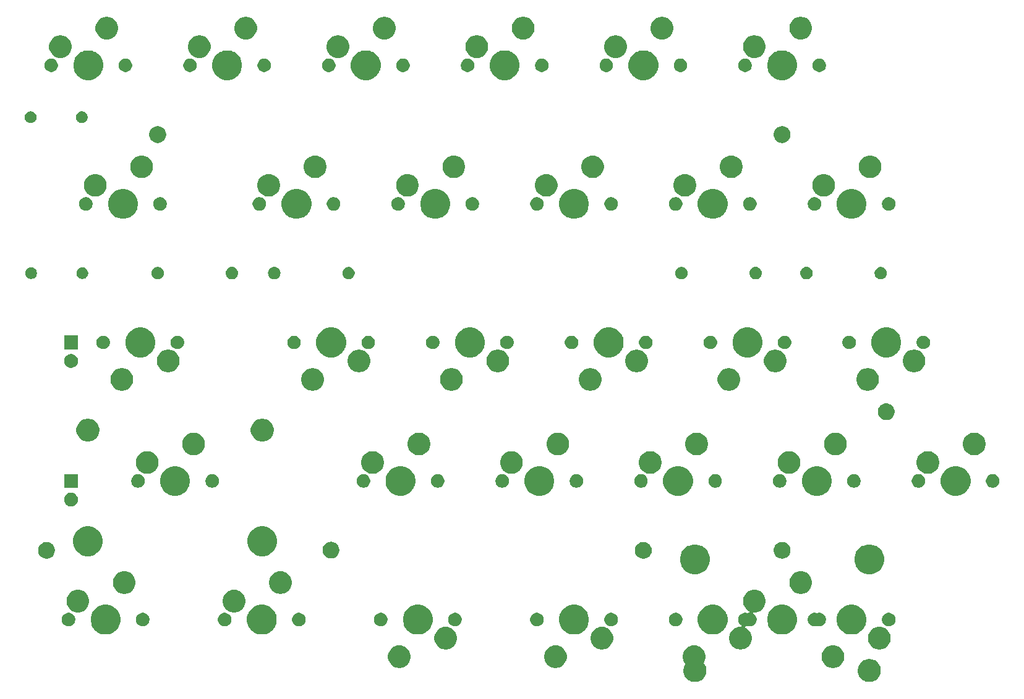
<source format=gts>
G04 #@! TF.GenerationSoftware,KiCad,Pcbnew,5.1.2-f72e74a~84~ubuntu18.04.1*
G04 #@! TF.CreationDate,2019-06-15T16:10:17+09:00*
G04 #@! TF.ProjectId,left-PCB,6c656674-2d50-4434-922e-6b696361645f,rev?*
G04 #@! TF.SameCoordinates,Original*
G04 #@! TF.FileFunction,Soldermask,Top*
G04 #@! TF.FilePolarity,Negative*
%FSLAX46Y46*%
G04 Gerber Fmt 4.6, Leading zero omitted, Abs format (unit mm)*
G04 Created by KiCad (PCBNEW 5.1.2-f72e74a~84~ubuntu18.04.1) date 2019-06-15 16:10:17*
%MOMM*%
%LPD*%
G04 APERTURE LIST*
%ADD10C,0.100000*%
G04 APERTURE END LIST*
D10*
G36*
X197495267Y-147940263D02*
G01*
X197647411Y-147970526D01*
X197766137Y-148019704D01*
X197934041Y-148089252D01*
X197934042Y-148089253D01*
X198192004Y-148261617D01*
X198411383Y-148480996D01*
X198466070Y-148562841D01*
X198583748Y-148738959D01*
X198602711Y-148784740D01*
X198702474Y-149025589D01*
X198723441Y-149131000D01*
X198763000Y-149329875D01*
X198763000Y-149640125D01*
X198702474Y-149944410D01*
X198583748Y-150231041D01*
X198583747Y-150231042D01*
X198411383Y-150489004D01*
X198192004Y-150708383D01*
X198019639Y-150823553D01*
X197934041Y-150880748D01*
X197766137Y-150950296D01*
X197647411Y-150999474D01*
X197343125Y-151060000D01*
X197032875Y-151060000D01*
X196728589Y-150999474D01*
X196609863Y-150950296D01*
X196441959Y-150880748D01*
X196356361Y-150823553D01*
X196183996Y-150708383D01*
X195964617Y-150489004D01*
X195792253Y-150231042D01*
X195792252Y-150231041D01*
X195673526Y-149944410D01*
X195613000Y-149640125D01*
X195613000Y-149329875D01*
X195652559Y-149131000D01*
X195673526Y-149025589D01*
X195773289Y-148784740D01*
X195792252Y-148738959D01*
X195909930Y-148562841D01*
X195964617Y-148480996D01*
X196183996Y-148261617D01*
X196441958Y-148089253D01*
X196441959Y-148089252D01*
X196609863Y-148019704D01*
X196728589Y-147970526D01*
X196880733Y-147940263D01*
X197032875Y-147910000D01*
X197343125Y-147910000D01*
X197495267Y-147940263D01*
X197495267Y-147940263D01*
G37*
G36*
X173512585Y-146058802D02*
G01*
X173662410Y-146088604D01*
X173944674Y-146205521D01*
X174198705Y-146375259D01*
X174414741Y-146591295D01*
X174584479Y-146845326D01*
X174701396Y-147127590D01*
X174761000Y-147427240D01*
X174761000Y-147732760D01*
X174701396Y-148032410D01*
X174584479Y-148314674D01*
X174550760Y-148365137D01*
X174539215Y-148386738D01*
X174532102Y-148410187D01*
X174529700Y-148434573D01*
X174532102Y-148458959D01*
X174539215Y-148482408D01*
X174550764Y-148504016D01*
X174590070Y-148562841D01*
X174707748Y-148738959D01*
X174726711Y-148784740D01*
X174826474Y-149025589D01*
X174847441Y-149131000D01*
X174887000Y-149329875D01*
X174887000Y-149640125D01*
X174826474Y-149944410D01*
X174707748Y-150231041D01*
X174707747Y-150231042D01*
X174535383Y-150489004D01*
X174316004Y-150708383D01*
X174143639Y-150823553D01*
X174058041Y-150880748D01*
X173890137Y-150950296D01*
X173771411Y-150999474D01*
X173467125Y-151060000D01*
X173156875Y-151060000D01*
X172852589Y-150999474D01*
X172733863Y-150950296D01*
X172565959Y-150880748D01*
X172480361Y-150823553D01*
X172307996Y-150708383D01*
X172088617Y-150489004D01*
X171916253Y-150231042D01*
X171916252Y-150231041D01*
X171797526Y-149944410D01*
X171737000Y-149640125D01*
X171737000Y-149329875D01*
X171776559Y-149131000D01*
X171797526Y-149025589D01*
X171897289Y-148784740D01*
X171916252Y-148738959D01*
X171971234Y-148656673D01*
X171982785Y-148635062D01*
X171989898Y-148611614D01*
X171992300Y-148587227D01*
X171989898Y-148562841D01*
X171982785Y-148539392D01*
X171971239Y-148517791D01*
X171835521Y-148314674D01*
X171718604Y-148032410D01*
X171659000Y-147732760D01*
X171659000Y-147427240D01*
X171718604Y-147127590D01*
X171835521Y-146845326D01*
X172005259Y-146591295D01*
X172221295Y-146375259D01*
X172475326Y-146205521D01*
X172757590Y-146088604D01*
X172907415Y-146058802D01*
X173057239Y-146029000D01*
X173362761Y-146029000D01*
X173512585Y-146058802D01*
X173512585Y-146058802D01*
G37*
G36*
X192512585Y-146058802D02*
G01*
X192662410Y-146088604D01*
X192944674Y-146205521D01*
X193198705Y-146375259D01*
X193414741Y-146591295D01*
X193584479Y-146845326D01*
X193701396Y-147127590D01*
X193761000Y-147427240D01*
X193761000Y-147732760D01*
X193701396Y-148032410D01*
X193584479Y-148314674D01*
X193414741Y-148568705D01*
X193198705Y-148784741D01*
X192944674Y-148954479D01*
X192662410Y-149071396D01*
X192512585Y-149101198D01*
X192362761Y-149131000D01*
X192057239Y-149131000D01*
X191907415Y-149101198D01*
X191757590Y-149071396D01*
X191475326Y-148954479D01*
X191221295Y-148784741D01*
X191005259Y-148568705D01*
X190835521Y-148314674D01*
X190718604Y-148032410D01*
X190659000Y-147732760D01*
X190659000Y-147427240D01*
X190718604Y-147127590D01*
X190835521Y-146845326D01*
X191005259Y-146591295D01*
X191221295Y-146375259D01*
X191475326Y-146205521D01*
X191757590Y-146088604D01*
X191907415Y-146058802D01*
X192057239Y-146029000D01*
X192362761Y-146029000D01*
X192512585Y-146058802D01*
X192512585Y-146058802D01*
G37*
G36*
X133137585Y-146058802D02*
G01*
X133287410Y-146088604D01*
X133569674Y-146205521D01*
X133823705Y-146375259D01*
X134039741Y-146591295D01*
X134209479Y-146845326D01*
X134326396Y-147127590D01*
X134386000Y-147427240D01*
X134386000Y-147732760D01*
X134326396Y-148032410D01*
X134209479Y-148314674D01*
X134039741Y-148568705D01*
X133823705Y-148784741D01*
X133569674Y-148954479D01*
X133287410Y-149071396D01*
X133137585Y-149101198D01*
X132987761Y-149131000D01*
X132682239Y-149131000D01*
X132532415Y-149101198D01*
X132382590Y-149071396D01*
X132100326Y-148954479D01*
X131846295Y-148784741D01*
X131630259Y-148568705D01*
X131460521Y-148314674D01*
X131343604Y-148032410D01*
X131284000Y-147732760D01*
X131284000Y-147427240D01*
X131343604Y-147127590D01*
X131460521Y-146845326D01*
X131630259Y-146591295D01*
X131846295Y-146375259D01*
X132100326Y-146205521D01*
X132382590Y-146088604D01*
X132532415Y-146058802D01*
X132682239Y-146029000D01*
X132987761Y-146029000D01*
X133137585Y-146058802D01*
X133137585Y-146058802D01*
G37*
G36*
X154512585Y-146058802D02*
G01*
X154662410Y-146088604D01*
X154944674Y-146205521D01*
X155198705Y-146375259D01*
X155414741Y-146591295D01*
X155584479Y-146845326D01*
X155701396Y-147127590D01*
X155761000Y-147427240D01*
X155761000Y-147732760D01*
X155701396Y-148032410D01*
X155584479Y-148314674D01*
X155414741Y-148568705D01*
X155198705Y-148784741D01*
X154944674Y-148954479D01*
X154662410Y-149071396D01*
X154512585Y-149101198D01*
X154362761Y-149131000D01*
X154057239Y-149131000D01*
X153907415Y-149101198D01*
X153757590Y-149071396D01*
X153475326Y-148954479D01*
X153221295Y-148784741D01*
X153005259Y-148568705D01*
X152835521Y-148314674D01*
X152718604Y-148032410D01*
X152659000Y-147732760D01*
X152659000Y-147427240D01*
X152718604Y-147127590D01*
X152835521Y-146845326D01*
X153005259Y-146591295D01*
X153221295Y-146375259D01*
X153475326Y-146205521D01*
X153757590Y-146088604D01*
X153907415Y-146058802D01*
X154057239Y-146029000D01*
X154362761Y-146029000D01*
X154512585Y-146058802D01*
X154512585Y-146058802D01*
G37*
G36*
X139478672Y-143517029D02*
G01*
X139637410Y-143548604D01*
X139919674Y-143665521D01*
X140173705Y-143835259D01*
X140389741Y-144051295D01*
X140559479Y-144305326D01*
X140676396Y-144587590D01*
X140736000Y-144887240D01*
X140736000Y-145192760D01*
X140676396Y-145492410D01*
X140559479Y-145774674D01*
X140389741Y-146028705D01*
X140173705Y-146244741D01*
X139919674Y-146414479D01*
X139637410Y-146531396D01*
X139487585Y-146561198D01*
X139337761Y-146591000D01*
X139032239Y-146591000D01*
X138882415Y-146561198D01*
X138732590Y-146531396D01*
X138450326Y-146414479D01*
X138196295Y-146244741D01*
X137980259Y-146028705D01*
X137810521Y-145774674D01*
X137693604Y-145492410D01*
X137634000Y-145192760D01*
X137634000Y-144887240D01*
X137693604Y-144587590D01*
X137810521Y-144305326D01*
X137980259Y-144051295D01*
X138196295Y-143835259D01*
X138450326Y-143665521D01*
X138732590Y-143548604D01*
X138891328Y-143517029D01*
X139032239Y-143489000D01*
X139337761Y-143489000D01*
X139478672Y-143517029D01*
X139478672Y-143517029D01*
G37*
G36*
X198853672Y-143517029D02*
G01*
X199012410Y-143548604D01*
X199294674Y-143665521D01*
X199548705Y-143835259D01*
X199764741Y-144051295D01*
X199934479Y-144305326D01*
X200051396Y-144587590D01*
X200111000Y-144887240D01*
X200111000Y-145192760D01*
X200051396Y-145492410D01*
X199934479Y-145774674D01*
X199764741Y-146028705D01*
X199548705Y-146244741D01*
X199294674Y-146414479D01*
X199012410Y-146531396D01*
X198862585Y-146561198D01*
X198712761Y-146591000D01*
X198407239Y-146591000D01*
X198257415Y-146561198D01*
X198107590Y-146531396D01*
X197825326Y-146414479D01*
X197571295Y-146244741D01*
X197355259Y-146028705D01*
X197185521Y-145774674D01*
X197068604Y-145492410D01*
X197009000Y-145192760D01*
X197009000Y-144887240D01*
X197068604Y-144587590D01*
X197185521Y-144305326D01*
X197355259Y-144051295D01*
X197571295Y-143835259D01*
X197825326Y-143665521D01*
X198107590Y-143548604D01*
X198266328Y-143517029D01*
X198407239Y-143489000D01*
X198712761Y-143489000D01*
X198853672Y-143517029D01*
X198853672Y-143517029D01*
G37*
G36*
X181742585Y-138438802D02*
G01*
X181892410Y-138468604D01*
X182174674Y-138585521D01*
X182428705Y-138755259D01*
X182644741Y-138971295D01*
X182814479Y-139225326D01*
X182931396Y-139507590D01*
X182991000Y-139807240D01*
X182991000Y-140112760D01*
X182931396Y-140412410D01*
X182814479Y-140694674D01*
X182644741Y-140948705D01*
X182428705Y-141164741D01*
X182174674Y-141334479D01*
X181892410Y-141451396D01*
X181856268Y-141458585D01*
X181592761Y-141511000D01*
X181428679Y-141511000D01*
X181404293Y-141513402D01*
X181380844Y-141520515D01*
X181359233Y-141532066D01*
X181340291Y-141547611D01*
X181324746Y-141566553D01*
X181313195Y-141588164D01*
X181306082Y-141611613D01*
X181303680Y-141635999D01*
X181306082Y-141660385D01*
X181313195Y-141683834D01*
X181324746Y-141705445D01*
X181340291Y-141724387D01*
X181359223Y-141739924D01*
X181420291Y-141780728D01*
X181549272Y-141909709D01*
X181650611Y-142061374D01*
X181720415Y-142229896D01*
X181756000Y-142408797D01*
X181756000Y-142591203D01*
X181720415Y-142770104D01*
X181650611Y-142938626D01*
X181549272Y-143090291D01*
X181420291Y-143219272D01*
X181268626Y-143320611D01*
X181100104Y-143390415D01*
X180921203Y-143426000D01*
X180738797Y-143426000D01*
X180559896Y-143390415D01*
X180547824Y-143385415D01*
X180524386Y-143378305D01*
X180500000Y-143375903D01*
X180475613Y-143378305D01*
X180452176Y-143385415D01*
X180440104Y-143390415D01*
X180297301Y-143418820D01*
X180273858Y-143425931D01*
X180252247Y-143437482D01*
X180233305Y-143453027D01*
X180217760Y-143471969D01*
X180206209Y-143493580D01*
X180199096Y-143517029D01*
X180196694Y-143541415D01*
X180199096Y-143565801D01*
X180206209Y-143589250D01*
X180217760Y-143610861D01*
X180233305Y-143629803D01*
X180252247Y-143645348D01*
X180273857Y-143656898D01*
X180291229Y-143664094D01*
X180294674Y-143665521D01*
X180548705Y-143835259D01*
X180764741Y-144051295D01*
X180934479Y-144305326D01*
X181051396Y-144587590D01*
X181111000Y-144887240D01*
X181111000Y-145192760D01*
X181051396Y-145492410D01*
X180934479Y-145774674D01*
X180764741Y-146028705D01*
X180548705Y-146244741D01*
X180294674Y-146414479D01*
X180012410Y-146531396D01*
X179862585Y-146561198D01*
X179712761Y-146591000D01*
X179407239Y-146591000D01*
X179257415Y-146561198D01*
X179107590Y-146531396D01*
X178825326Y-146414479D01*
X178571295Y-146244741D01*
X178355259Y-146028705D01*
X178185521Y-145774674D01*
X178068604Y-145492410D01*
X178009000Y-145192760D01*
X178009000Y-144887240D01*
X178068604Y-144587590D01*
X178185521Y-144305326D01*
X178355259Y-144051295D01*
X178571295Y-143835259D01*
X178825326Y-143665521D01*
X179107590Y-143548604D01*
X179266328Y-143517029D01*
X179407239Y-143489000D01*
X179571321Y-143489000D01*
X179595707Y-143486598D01*
X179619156Y-143479485D01*
X179640767Y-143467934D01*
X179659709Y-143452389D01*
X179675254Y-143433447D01*
X179686805Y-143411836D01*
X179693918Y-143388387D01*
X179696320Y-143364001D01*
X179693918Y-143339615D01*
X179686805Y-143316166D01*
X179675254Y-143294555D01*
X179659709Y-143275613D01*
X179640777Y-143260076D01*
X179579709Y-143219272D01*
X179450728Y-143090291D01*
X179349389Y-142938626D01*
X179279585Y-142770104D01*
X179244000Y-142591203D01*
X179244000Y-142408797D01*
X179279585Y-142229896D01*
X179349389Y-142061374D01*
X179450728Y-141909709D01*
X179579709Y-141780728D01*
X179731374Y-141679389D01*
X179899896Y-141609585D01*
X180078797Y-141574000D01*
X180261203Y-141574000D01*
X180440104Y-141609585D01*
X180452176Y-141614585D01*
X180475614Y-141621695D01*
X180500000Y-141624097D01*
X180524387Y-141621695D01*
X180547824Y-141614585D01*
X180559896Y-141609585D01*
X180702699Y-141581180D01*
X180726142Y-141574069D01*
X180747753Y-141562518D01*
X180766695Y-141546973D01*
X180782240Y-141528031D01*
X180793791Y-141506420D01*
X180800904Y-141482971D01*
X180803306Y-141458585D01*
X180800904Y-141434199D01*
X180793791Y-141410750D01*
X180782240Y-141389139D01*
X180766695Y-141370197D01*
X180747753Y-141354652D01*
X180726143Y-141343102D01*
X180705331Y-141334481D01*
X180705326Y-141334479D01*
X180451295Y-141164741D01*
X180235259Y-140948705D01*
X180065521Y-140694674D01*
X179948604Y-140412410D01*
X179889000Y-140112760D01*
X179889000Y-139807240D01*
X179948604Y-139507590D01*
X180065521Y-139225326D01*
X180235259Y-138971295D01*
X180451295Y-138755259D01*
X180705326Y-138585521D01*
X180987590Y-138468604D01*
X181137415Y-138438802D01*
X181287239Y-138409000D01*
X181592761Y-138409000D01*
X181742585Y-138438802D01*
X181742585Y-138438802D01*
G37*
G36*
X160853672Y-143517029D02*
G01*
X161012410Y-143548604D01*
X161294674Y-143665521D01*
X161548705Y-143835259D01*
X161764741Y-144051295D01*
X161934479Y-144305326D01*
X162051396Y-144587590D01*
X162111000Y-144887240D01*
X162111000Y-145192760D01*
X162051396Y-145492410D01*
X161934479Y-145774674D01*
X161764741Y-146028705D01*
X161548705Y-146244741D01*
X161294674Y-146414479D01*
X161012410Y-146531396D01*
X160862585Y-146561198D01*
X160712761Y-146591000D01*
X160407239Y-146591000D01*
X160257415Y-146561198D01*
X160107590Y-146531396D01*
X159825326Y-146414479D01*
X159571295Y-146244741D01*
X159355259Y-146028705D01*
X159185521Y-145774674D01*
X159068604Y-145492410D01*
X159009000Y-145192760D01*
X159009000Y-144887240D01*
X159068604Y-144587590D01*
X159185521Y-144305326D01*
X159355259Y-144051295D01*
X159571295Y-143835259D01*
X159825326Y-143665521D01*
X160107590Y-143548604D01*
X160266328Y-143517029D01*
X160407239Y-143489000D01*
X160712761Y-143489000D01*
X160853672Y-143517029D01*
X160853672Y-143517029D01*
G37*
G36*
X176346474Y-140533684D02*
G01*
X176564474Y-140623983D01*
X176718623Y-140687833D01*
X177053548Y-140911623D01*
X177338377Y-141196452D01*
X177562167Y-141531377D01*
X177596631Y-141614582D01*
X177716316Y-141903526D01*
X177794900Y-142298594D01*
X177794900Y-142701406D01*
X177716316Y-143096474D01*
X177665451Y-143219272D01*
X177562167Y-143468623D01*
X177338377Y-143803548D01*
X177053548Y-144088377D01*
X176718623Y-144312167D01*
X176564474Y-144376017D01*
X176346474Y-144466316D01*
X175951406Y-144544900D01*
X175548594Y-144544900D01*
X175153526Y-144466316D01*
X174935526Y-144376017D01*
X174781377Y-144312167D01*
X174446452Y-144088377D01*
X174161623Y-143803548D01*
X173937833Y-143468623D01*
X173834549Y-143219272D01*
X173783684Y-143096474D01*
X173705100Y-142701406D01*
X173705100Y-142298594D01*
X173783684Y-141903526D01*
X173903369Y-141614582D01*
X173937833Y-141531377D01*
X174161623Y-141196452D01*
X174446452Y-140911623D01*
X174781377Y-140687833D01*
X174935526Y-140623983D01*
X175153526Y-140533684D01*
X175548594Y-140455100D01*
X175951406Y-140455100D01*
X176346474Y-140533684D01*
X176346474Y-140533684D01*
G37*
G36*
X114596474Y-140533684D02*
G01*
X114814474Y-140623983D01*
X114968623Y-140687833D01*
X115303548Y-140911623D01*
X115588377Y-141196452D01*
X115812167Y-141531377D01*
X115846631Y-141614582D01*
X115966316Y-141903526D01*
X116044900Y-142298594D01*
X116044900Y-142701406D01*
X115966316Y-143096474D01*
X115915451Y-143219272D01*
X115812167Y-143468623D01*
X115588377Y-143803548D01*
X115303548Y-144088377D01*
X114968623Y-144312167D01*
X114814474Y-144376017D01*
X114596474Y-144466316D01*
X114201406Y-144544900D01*
X113798594Y-144544900D01*
X113403526Y-144466316D01*
X113185526Y-144376017D01*
X113031377Y-144312167D01*
X112696452Y-144088377D01*
X112411623Y-143803548D01*
X112187833Y-143468623D01*
X112084549Y-143219272D01*
X112033684Y-143096474D01*
X111955100Y-142701406D01*
X111955100Y-142298594D01*
X112033684Y-141903526D01*
X112153369Y-141614582D01*
X112187833Y-141531377D01*
X112411623Y-141196452D01*
X112696452Y-140911623D01*
X113031377Y-140687833D01*
X113185526Y-140623983D01*
X113403526Y-140533684D01*
X113798594Y-140455100D01*
X114201406Y-140455100D01*
X114596474Y-140533684D01*
X114596474Y-140533684D01*
G37*
G36*
X157346474Y-140533684D02*
G01*
X157564474Y-140623983D01*
X157718623Y-140687833D01*
X158053548Y-140911623D01*
X158338377Y-141196452D01*
X158562167Y-141531377D01*
X158596631Y-141614582D01*
X158716316Y-141903526D01*
X158794900Y-142298594D01*
X158794900Y-142701406D01*
X158716316Y-143096474D01*
X158665451Y-143219272D01*
X158562167Y-143468623D01*
X158338377Y-143803548D01*
X158053548Y-144088377D01*
X157718623Y-144312167D01*
X157564474Y-144376017D01*
X157346474Y-144466316D01*
X156951406Y-144544900D01*
X156548594Y-144544900D01*
X156153526Y-144466316D01*
X155935526Y-144376017D01*
X155781377Y-144312167D01*
X155446452Y-144088377D01*
X155161623Y-143803548D01*
X154937833Y-143468623D01*
X154834549Y-143219272D01*
X154783684Y-143096474D01*
X154705100Y-142701406D01*
X154705100Y-142298594D01*
X154783684Y-141903526D01*
X154903369Y-141614582D01*
X154937833Y-141531377D01*
X155161623Y-141196452D01*
X155446452Y-140911623D01*
X155781377Y-140687833D01*
X155935526Y-140623983D01*
X156153526Y-140533684D01*
X156548594Y-140455100D01*
X156951406Y-140455100D01*
X157346474Y-140533684D01*
X157346474Y-140533684D01*
G37*
G36*
X185846474Y-140533684D02*
G01*
X186064474Y-140623983D01*
X186218623Y-140687833D01*
X186553548Y-140911623D01*
X186838377Y-141196452D01*
X187062167Y-141531377D01*
X187096631Y-141614582D01*
X187216316Y-141903526D01*
X187294900Y-142298594D01*
X187294900Y-142701406D01*
X187216316Y-143096474D01*
X187165451Y-143219272D01*
X187062167Y-143468623D01*
X186838377Y-143803548D01*
X186553548Y-144088377D01*
X186218623Y-144312167D01*
X186064474Y-144376017D01*
X185846474Y-144466316D01*
X185451406Y-144544900D01*
X185048594Y-144544900D01*
X184653526Y-144466316D01*
X184435526Y-144376017D01*
X184281377Y-144312167D01*
X183946452Y-144088377D01*
X183661623Y-143803548D01*
X183437833Y-143468623D01*
X183334549Y-143219272D01*
X183283684Y-143096474D01*
X183205100Y-142701406D01*
X183205100Y-142298594D01*
X183283684Y-141903526D01*
X183403369Y-141614582D01*
X183437833Y-141531377D01*
X183661623Y-141196452D01*
X183946452Y-140911623D01*
X184281377Y-140687833D01*
X184435526Y-140623983D01*
X184653526Y-140533684D01*
X185048594Y-140455100D01*
X185451406Y-140455100D01*
X185846474Y-140533684D01*
X185846474Y-140533684D01*
G37*
G36*
X135971474Y-140533684D02*
G01*
X136189474Y-140623983D01*
X136343623Y-140687833D01*
X136678548Y-140911623D01*
X136963377Y-141196452D01*
X137187167Y-141531377D01*
X137221631Y-141614582D01*
X137341316Y-141903526D01*
X137419900Y-142298594D01*
X137419900Y-142701406D01*
X137341316Y-143096474D01*
X137290451Y-143219272D01*
X137187167Y-143468623D01*
X136963377Y-143803548D01*
X136678548Y-144088377D01*
X136343623Y-144312167D01*
X136189474Y-144376017D01*
X135971474Y-144466316D01*
X135576406Y-144544900D01*
X135173594Y-144544900D01*
X134778526Y-144466316D01*
X134560526Y-144376017D01*
X134406377Y-144312167D01*
X134071452Y-144088377D01*
X133786623Y-143803548D01*
X133562833Y-143468623D01*
X133459549Y-143219272D01*
X133408684Y-143096474D01*
X133330100Y-142701406D01*
X133330100Y-142298594D01*
X133408684Y-141903526D01*
X133528369Y-141614582D01*
X133562833Y-141531377D01*
X133786623Y-141196452D01*
X134071452Y-140911623D01*
X134406377Y-140687833D01*
X134560526Y-140623983D01*
X134778526Y-140533684D01*
X135173594Y-140455100D01*
X135576406Y-140455100D01*
X135971474Y-140533684D01*
X135971474Y-140533684D01*
G37*
G36*
X93221474Y-140533684D02*
G01*
X93439474Y-140623983D01*
X93593623Y-140687833D01*
X93928548Y-140911623D01*
X94213377Y-141196452D01*
X94437167Y-141531377D01*
X94471631Y-141614582D01*
X94591316Y-141903526D01*
X94669900Y-142298594D01*
X94669900Y-142701406D01*
X94591316Y-143096474D01*
X94540451Y-143219272D01*
X94437167Y-143468623D01*
X94213377Y-143803548D01*
X93928548Y-144088377D01*
X93593623Y-144312167D01*
X93439474Y-144376017D01*
X93221474Y-144466316D01*
X92826406Y-144544900D01*
X92423594Y-144544900D01*
X92028526Y-144466316D01*
X91810526Y-144376017D01*
X91656377Y-144312167D01*
X91321452Y-144088377D01*
X91036623Y-143803548D01*
X90812833Y-143468623D01*
X90709549Y-143219272D01*
X90658684Y-143096474D01*
X90580100Y-142701406D01*
X90580100Y-142298594D01*
X90658684Y-141903526D01*
X90778369Y-141614582D01*
X90812833Y-141531377D01*
X91036623Y-141196452D01*
X91321452Y-140911623D01*
X91656377Y-140687833D01*
X91810526Y-140623983D01*
X92028526Y-140533684D01*
X92423594Y-140455100D01*
X92826406Y-140455100D01*
X93221474Y-140533684D01*
X93221474Y-140533684D01*
G37*
G36*
X195346474Y-140533684D02*
G01*
X195564474Y-140623983D01*
X195718623Y-140687833D01*
X196053548Y-140911623D01*
X196338377Y-141196452D01*
X196562167Y-141531377D01*
X196596631Y-141614582D01*
X196716316Y-141903526D01*
X196794900Y-142298594D01*
X196794900Y-142701406D01*
X196716316Y-143096474D01*
X196665451Y-143219272D01*
X196562167Y-143468623D01*
X196338377Y-143803548D01*
X196053548Y-144088377D01*
X195718623Y-144312167D01*
X195564474Y-144376017D01*
X195346474Y-144466316D01*
X194951406Y-144544900D01*
X194548594Y-144544900D01*
X194153526Y-144466316D01*
X193935526Y-144376017D01*
X193781377Y-144312167D01*
X193446452Y-144088377D01*
X193161623Y-143803548D01*
X192937833Y-143468623D01*
X192834549Y-143219272D01*
X192783684Y-143096474D01*
X192705100Y-142701406D01*
X192705100Y-142298594D01*
X192783684Y-141903526D01*
X192903369Y-141614582D01*
X192937833Y-141531377D01*
X193161623Y-141196452D01*
X193446452Y-140911623D01*
X193781377Y-140687833D01*
X193935526Y-140623983D01*
X194153526Y-140533684D01*
X194548594Y-140455100D01*
X194951406Y-140455100D01*
X195346474Y-140533684D01*
X195346474Y-140533684D01*
G37*
G36*
X130565104Y-141609585D02*
G01*
X130733626Y-141679389D01*
X130885291Y-141780728D01*
X131014272Y-141909709D01*
X131115611Y-142061374D01*
X131185415Y-142229896D01*
X131221000Y-142408797D01*
X131221000Y-142591203D01*
X131185415Y-142770104D01*
X131115611Y-142938626D01*
X131014272Y-143090291D01*
X130885291Y-143219272D01*
X130733626Y-143320611D01*
X130565104Y-143390415D01*
X130386203Y-143426000D01*
X130203797Y-143426000D01*
X130024896Y-143390415D01*
X129856374Y-143320611D01*
X129704709Y-143219272D01*
X129575728Y-143090291D01*
X129474389Y-142938626D01*
X129404585Y-142770104D01*
X129369000Y-142591203D01*
X129369000Y-142408797D01*
X129404585Y-142229896D01*
X129474389Y-142061374D01*
X129575728Y-141909709D01*
X129704709Y-141780728D01*
X129856374Y-141679389D01*
X130024896Y-141609585D01*
X130203797Y-141574000D01*
X130386203Y-141574000D01*
X130565104Y-141609585D01*
X130565104Y-141609585D01*
G37*
G36*
X97975104Y-141609585D02*
G01*
X98143626Y-141679389D01*
X98295291Y-141780728D01*
X98424272Y-141909709D01*
X98525611Y-142061374D01*
X98595415Y-142229896D01*
X98631000Y-142408797D01*
X98631000Y-142591203D01*
X98595415Y-142770104D01*
X98525611Y-142938626D01*
X98424272Y-143090291D01*
X98295291Y-143219272D01*
X98143626Y-143320611D01*
X97975104Y-143390415D01*
X97796203Y-143426000D01*
X97613797Y-143426000D01*
X97434896Y-143390415D01*
X97266374Y-143320611D01*
X97114709Y-143219272D01*
X96985728Y-143090291D01*
X96884389Y-142938626D01*
X96814585Y-142770104D01*
X96779000Y-142591203D01*
X96779000Y-142408797D01*
X96814585Y-142229896D01*
X96884389Y-142061374D01*
X96985728Y-141909709D01*
X97114709Y-141780728D01*
X97266374Y-141679389D01*
X97434896Y-141609585D01*
X97613797Y-141574000D01*
X97796203Y-141574000D01*
X97975104Y-141609585D01*
X97975104Y-141609585D01*
G37*
G36*
X109190104Y-141609585D02*
G01*
X109358626Y-141679389D01*
X109510291Y-141780728D01*
X109639272Y-141909709D01*
X109740611Y-142061374D01*
X109810415Y-142229896D01*
X109846000Y-142408797D01*
X109846000Y-142591203D01*
X109810415Y-142770104D01*
X109740611Y-142938626D01*
X109639272Y-143090291D01*
X109510291Y-143219272D01*
X109358626Y-143320611D01*
X109190104Y-143390415D01*
X109011203Y-143426000D01*
X108828797Y-143426000D01*
X108649896Y-143390415D01*
X108481374Y-143320611D01*
X108329709Y-143219272D01*
X108200728Y-143090291D01*
X108099389Y-142938626D01*
X108029585Y-142770104D01*
X107994000Y-142591203D01*
X107994000Y-142408797D01*
X108029585Y-142229896D01*
X108099389Y-142061374D01*
X108200728Y-141909709D01*
X108329709Y-141780728D01*
X108481374Y-141679389D01*
X108649896Y-141609585D01*
X108828797Y-141574000D01*
X109011203Y-141574000D01*
X109190104Y-141609585D01*
X109190104Y-141609585D01*
G37*
G36*
X151940104Y-141609585D02*
G01*
X152108626Y-141679389D01*
X152260291Y-141780728D01*
X152389272Y-141909709D01*
X152490611Y-142061374D01*
X152560415Y-142229896D01*
X152596000Y-142408797D01*
X152596000Y-142591203D01*
X152560415Y-142770104D01*
X152490611Y-142938626D01*
X152389272Y-143090291D01*
X152260291Y-143219272D01*
X152108626Y-143320611D01*
X151940104Y-143390415D01*
X151761203Y-143426000D01*
X151578797Y-143426000D01*
X151399896Y-143390415D01*
X151231374Y-143320611D01*
X151079709Y-143219272D01*
X150950728Y-143090291D01*
X150849389Y-142938626D01*
X150779585Y-142770104D01*
X150744000Y-142591203D01*
X150744000Y-142408797D01*
X150779585Y-142229896D01*
X150849389Y-142061374D01*
X150950728Y-141909709D01*
X151079709Y-141780728D01*
X151231374Y-141679389D01*
X151399896Y-141609585D01*
X151578797Y-141574000D01*
X151761203Y-141574000D01*
X151940104Y-141609585D01*
X151940104Y-141609585D01*
G37*
G36*
X162100104Y-141609585D02*
G01*
X162268626Y-141679389D01*
X162420291Y-141780728D01*
X162549272Y-141909709D01*
X162650611Y-142061374D01*
X162720415Y-142229896D01*
X162756000Y-142408797D01*
X162756000Y-142591203D01*
X162720415Y-142770104D01*
X162650611Y-142938626D01*
X162549272Y-143090291D01*
X162420291Y-143219272D01*
X162268626Y-143320611D01*
X162100104Y-143390415D01*
X161921203Y-143426000D01*
X161738797Y-143426000D01*
X161559896Y-143390415D01*
X161391374Y-143320611D01*
X161239709Y-143219272D01*
X161110728Y-143090291D01*
X161009389Y-142938626D01*
X160939585Y-142770104D01*
X160904000Y-142591203D01*
X160904000Y-142408797D01*
X160939585Y-142229896D01*
X161009389Y-142061374D01*
X161110728Y-141909709D01*
X161239709Y-141780728D01*
X161391374Y-141679389D01*
X161559896Y-141609585D01*
X161738797Y-141574000D01*
X161921203Y-141574000D01*
X162100104Y-141609585D01*
X162100104Y-141609585D01*
G37*
G36*
X119350104Y-141609585D02*
G01*
X119518626Y-141679389D01*
X119670291Y-141780728D01*
X119799272Y-141909709D01*
X119900611Y-142061374D01*
X119970415Y-142229896D01*
X120006000Y-142408797D01*
X120006000Y-142591203D01*
X119970415Y-142770104D01*
X119900611Y-142938626D01*
X119799272Y-143090291D01*
X119670291Y-143219272D01*
X119518626Y-143320611D01*
X119350104Y-143390415D01*
X119171203Y-143426000D01*
X118988797Y-143426000D01*
X118809896Y-143390415D01*
X118641374Y-143320611D01*
X118489709Y-143219272D01*
X118360728Y-143090291D01*
X118259389Y-142938626D01*
X118189585Y-142770104D01*
X118154000Y-142591203D01*
X118154000Y-142408797D01*
X118189585Y-142229896D01*
X118259389Y-142061374D01*
X118360728Y-141909709D01*
X118489709Y-141780728D01*
X118641374Y-141679389D01*
X118809896Y-141609585D01*
X118988797Y-141574000D01*
X119171203Y-141574000D01*
X119350104Y-141609585D01*
X119350104Y-141609585D01*
G37*
G36*
X170940104Y-141609585D02*
G01*
X171108626Y-141679389D01*
X171260291Y-141780728D01*
X171389272Y-141909709D01*
X171490611Y-142061374D01*
X171560415Y-142229896D01*
X171596000Y-142408797D01*
X171596000Y-142591203D01*
X171560415Y-142770104D01*
X171490611Y-142938626D01*
X171389272Y-143090291D01*
X171260291Y-143219272D01*
X171108626Y-143320611D01*
X170940104Y-143390415D01*
X170761203Y-143426000D01*
X170578797Y-143426000D01*
X170399896Y-143390415D01*
X170231374Y-143320611D01*
X170079709Y-143219272D01*
X169950728Y-143090291D01*
X169849389Y-142938626D01*
X169779585Y-142770104D01*
X169744000Y-142591203D01*
X169744000Y-142408797D01*
X169779585Y-142229896D01*
X169849389Y-142061374D01*
X169950728Y-141909709D01*
X170079709Y-141780728D01*
X170231374Y-141679389D01*
X170399896Y-141609585D01*
X170578797Y-141574000D01*
X170761203Y-141574000D01*
X170940104Y-141609585D01*
X170940104Y-141609585D01*
G37*
G36*
X140725104Y-141609585D02*
G01*
X140893626Y-141679389D01*
X141045291Y-141780728D01*
X141174272Y-141909709D01*
X141275611Y-142061374D01*
X141345415Y-142229896D01*
X141381000Y-142408797D01*
X141381000Y-142591203D01*
X141345415Y-142770104D01*
X141275611Y-142938626D01*
X141174272Y-143090291D01*
X141045291Y-143219272D01*
X140893626Y-143320611D01*
X140725104Y-143390415D01*
X140546203Y-143426000D01*
X140363797Y-143426000D01*
X140184896Y-143390415D01*
X140016374Y-143320611D01*
X139864709Y-143219272D01*
X139735728Y-143090291D01*
X139634389Y-142938626D01*
X139564585Y-142770104D01*
X139529000Y-142591203D01*
X139529000Y-142408797D01*
X139564585Y-142229896D01*
X139634389Y-142061374D01*
X139735728Y-141909709D01*
X139864709Y-141780728D01*
X140016374Y-141679389D01*
X140184896Y-141609585D01*
X140363797Y-141574000D01*
X140546203Y-141574000D01*
X140725104Y-141609585D01*
X140725104Y-141609585D01*
G37*
G36*
X200100104Y-141609585D02*
G01*
X200268626Y-141679389D01*
X200420291Y-141780728D01*
X200549272Y-141909709D01*
X200650611Y-142061374D01*
X200720415Y-142229896D01*
X200756000Y-142408797D01*
X200756000Y-142591203D01*
X200720415Y-142770104D01*
X200650611Y-142938626D01*
X200549272Y-143090291D01*
X200420291Y-143219272D01*
X200268626Y-143320611D01*
X200100104Y-143390415D01*
X199921203Y-143426000D01*
X199738797Y-143426000D01*
X199559896Y-143390415D01*
X199391374Y-143320611D01*
X199239709Y-143219272D01*
X199110728Y-143090291D01*
X199009389Y-142938626D01*
X198939585Y-142770104D01*
X198904000Y-142591203D01*
X198904000Y-142408797D01*
X198939585Y-142229896D01*
X199009389Y-142061374D01*
X199110728Y-141909709D01*
X199239709Y-141780728D01*
X199391374Y-141679389D01*
X199559896Y-141609585D01*
X199738797Y-141574000D01*
X199921203Y-141574000D01*
X200100104Y-141609585D01*
X200100104Y-141609585D01*
G37*
G36*
X189940104Y-141609585D02*
G01*
X189952176Y-141614585D01*
X189975614Y-141621695D01*
X190000000Y-141624097D01*
X190024387Y-141621695D01*
X190047824Y-141614585D01*
X190059896Y-141609585D01*
X190238797Y-141574000D01*
X190421203Y-141574000D01*
X190600104Y-141609585D01*
X190768626Y-141679389D01*
X190920291Y-141780728D01*
X191049272Y-141909709D01*
X191150611Y-142061374D01*
X191220415Y-142229896D01*
X191256000Y-142408797D01*
X191256000Y-142591203D01*
X191220415Y-142770104D01*
X191150611Y-142938626D01*
X191049272Y-143090291D01*
X190920291Y-143219272D01*
X190768626Y-143320611D01*
X190600104Y-143390415D01*
X190421203Y-143426000D01*
X190238797Y-143426000D01*
X190059896Y-143390415D01*
X190047824Y-143385415D01*
X190024386Y-143378305D01*
X190000000Y-143375903D01*
X189975613Y-143378305D01*
X189952176Y-143385415D01*
X189940104Y-143390415D01*
X189761203Y-143426000D01*
X189578797Y-143426000D01*
X189399896Y-143390415D01*
X189231374Y-143320611D01*
X189079709Y-143219272D01*
X188950728Y-143090291D01*
X188849389Y-142938626D01*
X188779585Y-142770104D01*
X188744000Y-142591203D01*
X188744000Y-142408797D01*
X188779585Y-142229896D01*
X188849389Y-142061374D01*
X188950728Y-141909709D01*
X189079709Y-141780728D01*
X189231374Y-141679389D01*
X189399896Y-141609585D01*
X189578797Y-141574000D01*
X189761203Y-141574000D01*
X189940104Y-141609585D01*
X189940104Y-141609585D01*
G37*
G36*
X87815104Y-141609585D02*
G01*
X87983626Y-141679389D01*
X88135291Y-141780728D01*
X88264272Y-141909709D01*
X88365611Y-142061374D01*
X88435415Y-142229896D01*
X88471000Y-142408797D01*
X88471000Y-142591203D01*
X88435415Y-142770104D01*
X88365611Y-142938626D01*
X88264272Y-143090291D01*
X88135291Y-143219272D01*
X87983626Y-143320611D01*
X87815104Y-143390415D01*
X87636203Y-143426000D01*
X87453797Y-143426000D01*
X87274896Y-143390415D01*
X87106374Y-143320611D01*
X86954709Y-143219272D01*
X86825728Y-143090291D01*
X86724389Y-142938626D01*
X86654585Y-142770104D01*
X86619000Y-142591203D01*
X86619000Y-142408797D01*
X86654585Y-142229896D01*
X86724389Y-142061374D01*
X86825728Y-141909709D01*
X86954709Y-141780728D01*
X87106374Y-141679389D01*
X87274896Y-141609585D01*
X87453797Y-141574000D01*
X87636203Y-141574000D01*
X87815104Y-141609585D01*
X87815104Y-141609585D01*
G37*
G36*
X89117585Y-138438802D02*
G01*
X89267410Y-138468604D01*
X89549674Y-138585521D01*
X89803705Y-138755259D01*
X90019741Y-138971295D01*
X90189479Y-139225326D01*
X90306396Y-139507590D01*
X90366000Y-139807240D01*
X90366000Y-140112760D01*
X90306396Y-140412410D01*
X90189479Y-140694674D01*
X90019741Y-140948705D01*
X89803705Y-141164741D01*
X89549674Y-141334479D01*
X89267410Y-141451396D01*
X89231268Y-141458585D01*
X88967761Y-141511000D01*
X88662239Y-141511000D01*
X88398732Y-141458585D01*
X88362590Y-141451396D01*
X88080326Y-141334479D01*
X87826295Y-141164741D01*
X87610259Y-140948705D01*
X87440521Y-140694674D01*
X87323604Y-140412410D01*
X87264000Y-140112760D01*
X87264000Y-139807240D01*
X87323604Y-139507590D01*
X87440521Y-139225326D01*
X87610259Y-138971295D01*
X87826295Y-138755259D01*
X88080326Y-138585521D01*
X88362590Y-138468604D01*
X88512415Y-138438802D01*
X88662239Y-138409000D01*
X88967761Y-138409000D01*
X89117585Y-138438802D01*
X89117585Y-138438802D01*
G37*
G36*
X110492585Y-138438802D02*
G01*
X110642410Y-138468604D01*
X110924674Y-138585521D01*
X111178705Y-138755259D01*
X111394741Y-138971295D01*
X111564479Y-139225326D01*
X111681396Y-139507590D01*
X111741000Y-139807240D01*
X111741000Y-140112760D01*
X111681396Y-140412410D01*
X111564479Y-140694674D01*
X111394741Y-140948705D01*
X111178705Y-141164741D01*
X110924674Y-141334479D01*
X110642410Y-141451396D01*
X110606268Y-141458585D01*
X110342761Y-141511000D01*
X110037239Y-141511000D01*
X109773732Y-141458585D01*
X109737590Y-141451396D01*
X109455326Y-141334479D01*
X109201295Y-141164741D01*
X108985259Y-140948705D01*
X108815521Y-140694674D01*
X108698604Y-140412410D01*
X108639000Y-140112760D01*
X108639000Y-139807240D01*
X108698604Y-139507590D01*
X108815521Y-139225326D01*
X108985259Y-138971295D01*
X109201295Y-138755259D01*
X109455326Y-138585521D01*
X109737590Y-138468604D01*
X109887415Y-138438802D01*
X110037239Y-138409000D01*
X110342761Y-138409000D01*
X110492585Y-138438802D01*
X110492585Y-138438802D01*
G37*
G36*
X116842585Y-135898802D02*
G01*
X116992410Y-135928604D01*
X117274674Y-136045521D01*
X117528705Y-136215259D01*
X117744741Y-136431295D01*
X117914479Y-136685326D01*
X118031396Y-136967590D01*
X118091000Y-137267240D01*
X118091000Y-137572760D01*
X118031396Y-137872410D01*
X117914479Y-138154674D01*
X117744741Y-138408705D01*
X117528705Y-138624741D01*
X117274674Y-138794479D01*
X116992410Y-138911396D01*
X116842585Y-138941198D01*
X116692761Y-138971000D01*
X116387239Y-138971000D01*
X116237415Y-138941198D01*
X116087590Y-138911396D01*
X115805326Y-138794479D01*
X115551295Y-138624741D01*
X115335259Y-138408705D01*
X115165521Y-138154674D01*
X115048604Y-137872410D01*
X114989000Y-137572760D01*
X114989000Y-137267240D01*
X115048604Y-136967590D01*
X115165521Y-136685326D01*
X115335259Y-136431295D01*
X115551295Y-136215259D01*
X115805326Y-136045521D01*
X116087590Y-135928604D01*
X116237415Y-135898802D01*
X116387239Y-135869000D01*
X116692761Y-135869000D01*
X116842585Y-135898802D01*
X116842585Y-135898802D01*
G37*
G36*
X188092585Y-135898802D02*
G01*
X188242410Y-135928604D01*
X188524674Y-136045521D01*
X188778705Y-136215259D01*
X188994741Y-136431295D01*
X189164479Y-136685326D01*
X189281396Y-136967590D01*
X189341000Y-137267240D01*
X189341000Y-137572760D01*
X189281396Y-137872410D01*
X189164479Y-138154674D01*
X188994741Y-138408705D01*
X188778705Y-138624741D01*
X188524674Y-138794479D01*
X188242410Y-138911396D01*
X188092585Y-138941198D01*
X187942761Y-138971000D01*
X187637239Y-138971000D01*
X187487415Y-138941198D01*
X187337590Y-138911396D01*
X187055326Y-138794479D01*
X186801295Y-138624741D01*
X186585259Y-138408705D01*
X186415521Y-138154674D01*
X186298604Y-137872410D01*
X186239000Y-137572760D01*
X186239000Y-137267240D01*
X186298604Y-136967590D01*
X186415521Y-136685326D01*
X186585259Y-136431295D01*
X186801295Y-136215259D01*
X187055326Y-136045521D01*
X187337590Y-135928604D01*
X187487415Y-135898802D01*
X187637239Y-135869000D01*
X187942761Y-135869000D01*
X188092585Y-135898802D01*
X188092585Y-135898802D01*
G37*
G36*
X95467585Y-135898802D02*
G01*
X95617410Y-135928604D01*
X95899674Y-136045521D01*
X96153705Y-136215259D01*
X96369741Y-136431295D01*
X96539479Y-136685326D01*
X96656396Y-136967590D01*
X96716000Y-137267240D01*
X96716000Y-137572760D01*
X96656396Y-137872410D01*
X96539479Y-138154674D01*
X96369741Y-138408705D01*
X96153705Y-138624741D01*
X95899674Y-138794479D01*
X95617410Y-138911396D01*
X95467585Y-138941198D01*
X95317761Y-138971000D01*
X95012239Y-138971000D01*
X94862415Y-138941198D01*
X94712590Y-138911396D01*
X94430326Y-138794479D01*
X94176295Y-138624741D01*
X93960259Y-138408705D01*
X93790521Y-138154674D01*
X93673604Y-137872410D01*
X93614000Y-137572760D01*
X93614000Y-137267240D01*
X93673604Y-136967590D01*
X93790521Y-136685326D01*
X93960259Y-136431295D01*
X94176295Y-136215259D01*
X94430326Y-136045521D01*
X94712590Y-135928604D01*
X94862415Y-135898802D01*
X95012239Y-135869000D01*
X95317761Y-135869000D01*
X95467585Y-135898802D01*
X95467585Y-135898802D01*
G37*
G36*
X197784474Y-132278684D02*
G01*
X198002474Y-132368983D01*
X198156623Y-132432833D01*
X198491548Y-132656623D01*
X198776377Y-132941452D01*
X199000167Y-133276377D01*
X199014398Y-133310734D01*
X199154316Y-133648526D01*
X199232900Y-134043594D01*
X199232900Y-134446406D01*
X199154316Y-134841474D01*
X199064017Y-135059474D01*
X199000167Y-135213623D01*
X198776377Y-135548548D01*
X198491548Y-135833377D01*
X198156623Y-136057167D01*
X198002474Y-136121017D01*
X197784474Y-136211316D01*
X197389406Y-136289900D01*
X196986594Y-136289900D01*
X196591526Y-136211316D01*
X196373526Y-136121017D01*
X196219377Y-136057167D01*
X195884452Y-135833377D01*
X195599623Y-135548548D01*
X195375833Y-135213623D01*
X195311983Y-135059474D01*
X195221684Y-134841474D01*
X195143100Y-134446406D01*
X195143100Y-134043594D01*
X195221684Y-133648526D01*
X195361602Y-133310734D01*
X195375833Y-133276377D01*
X195599623Y-132941452D01*
X195884452Y-132656623D01*
X196219377Y-132432833D01*
X196373526Y-132368983D01*
X196591526Y-132278684D01*
X196986594Y-132200100D01*
X197389406Y-132200100D01*
X197784474Y-132278684D01*
X197784474Y-132278684D01*
G37*
G36*
X173908474Y-132278684D02*
G01*
X174126474Y-132368983D01*
X174280623Y-132432833D01*
X174615548Y-132656623D01*
X174900377Y-132941452D01*
X175124167Y-133276377D01*
X175138398Y-133310734D01*
X175278316Y-133648526D01*
X175356900Y-134043594D01*
X175356900Y-134446406D01*
X175278316Y-134841474D01*
X175188017Y-135059474D01*
X175124167Y-135213623D01*
X174900377Y-135548548D01*
X174615548Y-135833377D01*
X174280623Y-136057167D01*
X174126474Y-136121017D01*
X173908474Y-136211316D01*
X173513406Y-136289900D01*
X173110594Y-136289900D01*
X172715526Y-136211316D01*
X172497526Y-136121017D01*
X172343377Y-136057167D01*
X172008452Y-135833377D01*
X171723623Y-135548548D01*
X171499833Y-135213623D01*
X171435983Y-135059474D01*
X171345684Y-134841474D01*
X171267100Y-134446406D01*
X171267100Y-134043594D01*
X171345684Y-133648526D01*
X171485602Y-133310734D01*
X171499833Y-133276377D01*
X171723623Y-132941452D01*
X172008452Y-132656623D01*
X172343377Y-132432833D01*
X172497526Y-132368983D01*
X172715526Y-132278684D01*
X173110594Y-132200100D01*
X173513406Y-132200100D01*
X173908474Y-132278684D01*
X173908474Y-132278684D01*
G37*
G36*
X185460050Y-131868232D02*
G01*
X185585734Y-131893232D01*
X185795203Y-131979997D01*
X185983720Y-132105960D01*
X186144040Y-132266280D01*
X186270003Y-132454797D01*
X186356768Y-132664266D01*
X186401000Y-132886636D01*
X186401000Y-133113364D01*
X186356768Y-133335734D01*
X186270003Y-133545203D01*
X186144040Y-133733720D01*
X185983720Y-133894040D01*
X185795203Y-134020003D01*
X185585734Y-134106768D01*
X185489048Y-134126000D01*
X185363365Y-134151000D01*
X185136635Y-134151000D01*
X185010952Y-134126000D01*
X184914266Y-134106768D01*
X184704797Y-134020003D01*
X184516280Y-133894040D01*
X184355960Y-133733720D01*
X184229997Y-133545203D01*
X184143232Y-133335734D01*
X184099000Y-133113364D01*
X184099000Y-132886636D01*
X184143232Y-132664266D01*
X184229997Y-132454797D01*
X184355960Y-132266280D01*
X184516280Y-132105960D01*
X184704797Y-131979997D01*
X184914266Y-131893232D01*
X185039950Y-131868232D01*
X185136635Y-131849000D01*
X185363365Y-131849000D01*
X185460050Y-131868232D01*
X185460050Y-131868232D01*
G37*
G36*
X166460050Y-131868232D02*
G01*
X166585734Y-131893232D01*
X166795203Y-131979997D01*
X166983720Y-132105960D01*
X167144040Y-132266280D01*
X167270003Y-132454797D01*
X167356768Y-132664266D01*
X167401000Y-132886636D01*
X167401000Y-133113364D01*
X167356768Y-133335734D01*
X167270003Y-133545203D01*
X167144040Y-133733720D01*
X166983720Y-133894040D01*
X166795203Y-134020003D01*
X166585734Y-134106768D01*
X166489048Y-134126000D01*
X166363365Y-134151000D01*
X166136635Y-134151000D01*
X166010952Y-134126000D01*
X165914266Y-134106768D01*
X165704797Y-134020003D01*
X165516280Y-133894040D01*
X165355960Y-133733720D01*
X165229997Y-133545203D01*
X165143232Y-133335734D01*
X165099000Y-133113364D01*
X165099000Y-132886636D01*
X165143232Y-132664266D01*
X165229997Y-132454797D01*
X165355960Y-132266280D01*
X165516280Y-132105960D01*
X165704797Y-131979997D01*
X165914266Y-131893232D01*
X166039950Y-131868232D01*
X166136635Y-131849000D01*
X166363365Y-131849000D01*
X166460050Y-131868232D01*
X166460050Y-131868232D01*
G37*
G36*
X84745050Y-131868232D02*
G01*
X84870734Y-131893232D01*
X85080203Y-131979997D01*
X85268720Y-132105960D01*
X85429040Y-132266280D01*
X85555003Y-132454797D01*
X85641768Y-132664266D01*
X85686000Y-132886636D01*
X85686000Y-133113364D01*
X85641768Y-133335734D01*
X85555003Y-133545203D01*
X85429040Y-133733720D01*
X85268720Y-133894040D01*
X85080203Y-134020003D01*
X84870734Y-134106768D01*
X84774048Y-134126000D01*
X84648365Y-134151000D01*
X84421635Y-134151000D01*
X84295952Y-134126000D01*
X84199266Y-134106768D01*
X83989797Y-134020003D01*
X83801280Y-133894040D01*
X83640960Y-133733720D01*
X83514997Y-133545203D01*
X83428232Y-133335734D01*
X83384000Y-133113364D01*
X83384000Y-132886636D01*
X83428232Y-132664266D01*
X83514997Y-132454797D01*
X83640960Y-132266280D01*
X83801280Y-132105960D01*
X83989797Y-131979997D01*
X84199266Y-131893232D01*
X84324950Y-131868232D01*
X84421635Y-131849000D01*
X84648365Y-131849000D01*
X84745050Y-131868232D01*
X84745050Y-131868232D01*
G37*
G36*
X123699549Y-131846116D02*
G01*
X123810734Y-131868232D01*
X124020203Y-131954997D01*
X124208720Y-132080960D01*
X124369040Y-132241280D01*
X124495003Y-132429797D01*
X124581768Y-132639266D01*
X124626000Y-132861636D01*
X124626000Y-133088364D01*
X124581768Y-133310734D01*
X124495003Y-133520203D01*
X124369040Y-133708720D01*
X124208720Y-133869040D01*
X124020203Y-133995003D01*
X123810734Y-134081768D01*
X123699549Y-134103884D01*
X123588365Y-134126000D01*
X123361635Y-134126000D01*
X123250451Y-134103884D01*
X123139266Y-134081768D01*
X122929797Y-133995003D01*
X122741280Y-133869040D01*
X122580960Y-133708720D01*
X122454997Y-133520203D01*
X122368232Y-133310734D01*
X122324000Y-133088364D01*
X122324000Y-132861636D01*
X122368232Y-132639266D01*
X122454997Y-132429797D01*
X122580960Y-132241280D01*
X122741280Y-132080960D01*
X122929797Y-131954997D01*
X123139266Y-131868232D01*
X123250451Y-131846116D01*
X123361635Y-131824000D01*
X123588365Y-131824000D01*
X123699549Y-131846116D01*
X123699549Y-131846116D01*
G37*
G36*
X114659474Y-129788684D02*
G01*
X114877474Y-129878983D01*
X115031623Y-129942833D01*
X115366548Y-130166623D01*
X115651377Y-130451452D01*
X115875167Y-130786377D01*
X115875167Y-130786378D01*
X116029316Y-131158526D01*
X116107900Y-131553594D01*
X116107900Y-131956406D01*
X116029316Y-132351474D01*
X115995616Y-132432833D01*
X115875167Y-132723623D01*
X115651377Y-133058548D01*
X115366548Y-133343377D01*
X115031623Y-133567167D01*
X114877474Y-133631017D01*
X114659474Y-133721316D01*
X114264406Y-133799900D01*
X113861594Y-133799900D01*
X113466526Y-133721316D01*
X113248526Y-133631017D01*
X113094377Y-133567167D01*
X112759452Y-133343377D01*
X112474623Y-133058548D01*
X112250833Y-132723623D01*
X112130384Y-132432833D01*
X112096684Y-132351474D01*
X112018100Y-131956406D01*
X112018100Y-131553594D01*
X112096684Y-131158526D01*
X112250833Y-130786378D01*
X112250833Y-130786377D01*
X112474623Y-130451452D01*
X112759452Y-130166623D01*
X113094377Y-129942833D01*
X113248526Y-129878983D01*
X113466526Y-129788684D01*
X113861594Y-129710100D01*
X114264406Y-129710100D01*
X114659474Y-129788684D01*
X114659474Y-129788684D01*
G37*
G36*
X90783474Y-129788684D02*
G01*
X91001474Y-129878983D01*
X91155623Y-129942833D01*
X91490548Y-130166623D01*
X91775377Y-130451452D01*
X91999167Y-130786377D01*
X91999167Y-130786378D01*
X92153316Y-131158526D01*
X92231900Y-131553594D01*
X92231900Y-131956406D01*
X92153316Y-132351474D01*
X92119616Y-132432833D01*
X91999167Y-132723623D01*
X91775377Y-133058548D01*
X91490548Y-133343377D01*
X91155623Y-133567167D01*
X91001474Y-133631017D01*
X90783474Y-133721316D01*
X90388406Y-133799900D01*
X89985594Y-133799900D01*
X89590526Y-133721316D01*
X89372526Y-133631017D01*
X89218377Y-133567167D01*
X88883452Y-133343377D01*
X88598623Y-133058548D01*
X88374833Y-132723623D01*
X88254384Y-132432833D01*
X88220684Y-132351474D01*
X88142100Y-131956406D01*
X88142100Y-131553594D01*
X88220684Y-131158526D01*
X88374833Y-130786378D01*
X88374833Y-130786377D01*
X88598623Y-130451452D01*
X88883452Y-130166623D01*
X89218377Y-129942833D01*
X89372526Y-129878983D01*
X89590526Y-129788684D01*
X89985594Y-129710100D01*
X90388406Y-129710100D01*
X90783474Y-129788684D01*
X90783474Y-129788684D01*
G37*
G36*
X88152395Y-125125546D02*
G01*
X88325466Y-125197234D01*
X88325467Y-125197235D01*
X88481227Y-125301310D01*
X88613690Y-125433773D01*
X88613691Y-125433775D01*
X88717766Y-125589534D01*
X88789454Y-125762605D01*
X88826000Y-125946333D01*
X88826000Y-126133667D01*
X88789454Y-126317395D01*
X88717766Y-126490466D01*
X88717765Y-126490467D01*
X88613690Y-126646227D01*
X88481227Y-126778690D01*
X88402818Y-126831081D01*
X88325466Y-126882766D01*
X88152395Y-126954454D01*
X87968667Y-126991000D01*
X87781333Y-126991000D01*
X87597605Y-126954454D01*
X87424534Y-126882766D01*
X87347182Y-126831081D01*
X87268773Y-126778690D01*
X87136310Y-126646227D01*
X87032235Y-126490467D01*
X87032234Y-126490466D01*
X86960546Y-126317395D01*
X86924000Y-126133667D01*
X86924000Y-125946333D01*
X86960546Y-125762605D01*
X87032234Y-125589534D01*
X87136309Y-125433775D01*
X87136310Y-125433773D01*
X87268773Y-125301310D01*
X87424533Y-125197235D01*
X87424534Y-125197234D01*
X87597605Y-125125546D01*
X87781333Y-125089000D01*
X87968667Y-125089000D01*
X88152395Y-125125546D01*
X88152395Y-125125546D01*
G37*
G36*
X209596474Y-121533684D02*
G01*
X209814474Y-121623983D01*
X209968623Y-121687833D01*
X210303548Y-121911623D01*
X210588377Y-122196452D01*
X210812167Y-122531377D01*
X210844562Y-122609586D01*
X210966316Y-122903526D01*
X211044900Y-123298594D01*
X211044900Y-123701406D01*
X210966316Y-124096474D01*
X210915451Y-124219272D01*
X210812167Y-124468623D01*
X210588377Y-124803548D01*
X210303548Y-125088377D01*
X209968623Y-125312167D01*
X209814474Y-125376017D01*
X209596474Y-125466316D01*
X209201406Y-125544900D01*
X208798594Y-125544900D01*
X208403526Y-125466316D01*
X208185526Y-125376017D01*
X208031377Y-125312167D01*
X207696452Y-125088377D01*
X207411623Y-124803548D01*
X207187833Y-124468623D01*
X207084549Y-124219272D01*
X207033684Y-124096474D01*
X206955100Y-123701406D01*
X206955100Y-123298594D01*
X207033684Y-122903526D01*
X207155438Y-122609586D01*
X207187833Y-122531377D01*
X207411623Y-122196452D01*
X207696452Y-121911623D01*
X208031377Y-121687833D01*
X208185526Y-121623983D01*
X208403526Y-121533684D01*
X208798594Y-121455100D01*
X209201406Y-121455100D01*
X209596474Y-121533684D01*
X209596474Y-121533684D01*
G37*
G36*
X102721474Y-121533684D02*
G01*
X102939474Y-121623983D01*
X103093623Y-121687833D01*
X103428548Y-121911623D01*
X103713377Y-122196452D01*
X103937167Y-122531377D01*
X103969562Y-122609586D01*
X104091316Y-122903526D01*
X104169900Y-123298594D01*
X104169900Y-123701406D01*
X104091316Y-124096474D01*
X104040451Y-124219272D01*
X103937167Y-124468623D01*
X103713377Y-124803548D01*
X103428548Y-125088377D01*
X103093623Y-125312167D01*
X102939474Y-125376017D01*
X102721474Y-125466316D01*
X102326406Y-125544900D01*
X101923594Y-125544900D01*
X101528526Y-125466316D01*
X101310526Y-125376017D01*
X101156377Y-125312167D01*
X100821452Y-125088377D01*
X100536623Y-124803548D01*
X100312833Y-124468623D01*
X100209549Y-124219272D01*
X100158684Y-124096474D01*
X100080100Y-123701406D01*
X100080100Y-123298594D01*
X100158684Y-122903526D01*
X100280438Y-122609586D01*
X100312833Y-122531377D01*
X100536623Y-122196452D01*
X100821452Y-121911623D01*
X101156377Y-121687833D01*
X101310526Y-121623983D01*
X101528526Y-121533684D01*
X101923594Y-121455100D01*
X102326406Y-121455100D01*
X102721474Y-121533684D01*
X102721474Y-121533684D01*
G37*
G36*
X133596474Y-121533684D02*
G01*
X133814474Y-121623983D01*
X133968623Y-121687833D01*
X134303548Y-121911623D01*
X134588377Y-122196452D01*
X134812167Y-122531377D01*
X134844562Y-122609586D01*
X134966316Y-122903526D01*
X135044900Y-123298594D01*
X135044900Y-123701406D01*
X134966316Y-124096474D01*
X134915451Y-124219272D01*
X134812167Y-124468623D01*
X134588377Y-124803548D01*
X134303548Y-125088377D01*
X133968623Y-125312167D01*
X133814474Y-125376017D01*
X133596474Y-125466316D01*
X133201406Y-125544900D01*
X132798594Y-125544900D01*
X132403526Y-125466316D01*
X132185526Y-125376017D01*
X132031377Y-125312167D01*
X131696452Y-125088377D01*
X131411623Y-124803548D01*
X131187833Y-124468623D01*
X131084549Y-124219272D01*
X131033684Y-124096474D01*
X130955100Y-123701406D01*
X130955100Y-123298594D01*
X131033684Y-122903526D01*
X131155438Y-122609586D01*
X131187833Y-122531377D01*
X131411623Y-122196452D01*
X131696452Y-121911623D01*
X132031377Y-121687833D01*
X132185526Y-121623983D01*
X132403526Y-121533684D01*
X132798594Y-121455100D01*
X133201406Y-121455100D01*
X133596474Y-121533684D01*
X133596474Y-121533684D01*
G37*
G36*
X190596474Y-121533684D02*
G01*
X190814474Y-121623983D01*
X190968623Y-121687833D01*
X191303548Y-121911623D01*
X191588377Y-122196452D01*
X191812167Y-122531377D01*
X191844562Y-122609586D01*
X191966316Y-122903526D01*
X192044900Y-123298594D01*
X192044900Y-123701406D01*
X191966316Y-124096474D01*
X191915451Y-124219272D01*
X191812167Y-124468623D01*
X191588377Y-124803548D01*
X191303548Y-125088377D01*
X190968623Y-125312167D01*
X190814474Y-125376017D01*
X190596474Y-125466316D01*
X190201406Y-125544900D01*
X189798594Y-125544900D01*
X189403526Y-125466316D01*
X189185526Y-125376017D01*
X189031377Y-125312167D01*
X188696452Y-125088377D01*
X188411623Y-124803548D01*
X188187833Y-124468623D01*
X188084549Y-124219272D01*
X188033684Y-124096474D01*
X187955100Y-123701406D01*
X187955100Y-123298594D01*
X188033684Y-122903526D01*
X188155438Y-122609586D01*
X188187833Y-122531377D01*
X188411623Y-122196452D01*
X188696452Y-121911623D01*
X189031377Y-121687833D01*
X189185526Y-121623983D01*
X189403526Y-121533684D01*
X189798594Y-121455100D01*
X190201406Y-121455100D01*
X190596474Y-121533684D01*
X190596474Y-121533684D01*
G37*
G36*
X152596474Y-121533684D02*
G01*
X152814474Y-121623983D01*
X152968623Y-121687833D01*
X153303548Y-121911623D01*
X153588377Y-122196452D01*
X153812167Y-122531377D01*
X153844562Y-122609586D01*
X153966316Y-122903526D01*
X154044900Y-123298594D01*
X154044900Y-123701406D01*
X153966316Y-124096474D01*
X153915451Y-124219272D01*
X153812167Y-124468623D01*
X153588377Y-124803548D01*
X153303548Y-125088377D01*
X152968623Y-125312167D01*
X152814474Y-125376017D01*
X152596474Y-125466316D01*
X152201406Y-125544900D01*
X151798594Y-125544900D01*
X151403526Y-125466316D01*
X151185526Y-125376017D01*
X151031377Y-125312167D01*
X150696452Y-125088377D01*
X150411623Y-124803548D01*
X150187833Y-124468623D01*
X150084549Y-124219272D01*
X150033684Y-124096474D01*
X149955100Y-123701406D01*
X149955100Y-123298594D01*
X150033684Y-122903526D01*
X150155438Y-122609586D01*
X150187833Y-122531377D01*
X150411623Y-122196452D01*
X150696452Y-121911623D01*
X151031377Y-121687833D01*
X151185526Y-121623983D01*
X151403526Y-121533684D01*
X151798594Y-121455100D01*
X152201406Y-121455100D01*
X152596474Y-121533684D01*
X152596474Y-121533684D01*
G37*
G36*
X171596474Y-121533684D02*
G01*
X171814474Y-121623983D01*
X171968623Y-121687833D01*
X172303548Y-121911623D01*
X172588377Y-122196452D01*
X172812167Y-122531377D01*
X172844562Y-122609586D01*
X172966316Y-122903526D01*
X173044900Y-123298594D01*
X173044900Y-123701406D01*
X172966316Y-124096474D01*
X172915451Y-124219272D01*
X172812167Y-124468623D01*
X172588377Y-124803548D01*
X172303548Y-125088377D01*
X171968623Y-125312167D01*
X171814474Y-125376017D01*
X171596474Y-125466316D01*
X171201406Y-125544900D01*
X170798594Y-125544900D01*
X170403526Y-125466316D01*
X170185526Y-125376017D01*
X170031377Y-125312167D01*
X169696452Y-125088377D01*
X169411623Y-124803548D01*
X169187833Y-124468623D01*
X169084549Y-124219272D01*
X169033684Y-124096474D01*
X168955100Y-123701406D01*
X168955100Y-123298594D01*
X169033684Y-122903526D01*
X169155438Y-122609586D01*
X169187833Y-122531377D01*
X169411623Y-122196452D01*
X169696452Y-121911623D01*
X170031377Y-121687833D01*
X170185526Y-121623983D01*
X170403526Y-121533684D01*
X170798594Y-121455100D01*
X171201406Y-121455100D01*
X171596474Y-121533684D01*
X171596474Y-121533684D01*
G37*
G36*
X88826000Y-124451000D02*
G01*
X86924000Y-124451000D01*
X86924000Y-122549000D01*
X88826000Y-122549000D01*
X88826000Y-124451000D01*
X88826000Y-124451000D01*
G37*
G36*
X157350104Y-122609585D02*
G01*
X157518626Y-122679389D01*
X157670291Y-122780728D01*
X157799272Y-122909709D01*
X157900611Y-123061374D01*
X157970415Y-123229896D01*
X158006000Y-123408797D01*
X158006000Y-123591203D01*
X157970415Y-123770104D01*
X157900611Y-123938626D01*
X157799272Y-124090291D01*
X157670291Y-124219272D01*
X157518626Y-124320611D01*
X157350104Y-124390415D01*
X157171203Y-124426000D01*
X156988797Y-124426000D01*
X156809896Y-124390415D01*
X156641374Y-124320611D01*
X156489709Y-124219272D01*
X156360728Y-124090291D01*
X156259389Y-123938626D01*
X156189585Y-123770104D01*
X156154000Y-123591203D01*
X156154000Y-123408797D01*
X156189585Y-123229896D01*
X156259389Y-123061374D01*
X156360728Y-122909709D01*
X156489709Y-122780728D01*
X156641374Y-122679389D01*
X156809896Y-122609585D01*
X156988797Y-122574000D01*
X157171203Y-122574000D01*
X157350104Y-122609585D01*
X157350104Y-122609585D01*
G37*
G36*
X176350104Y-122609585D02*
G01*
X176518626Y-122679389D01*
X176670291Y-122780728D01*
X176799272Y-122909709D01*
X176900611Y-123061374D01*
X176970415Y-123229896D01*
X177006000Y-123408797D01*
X177006000Y-123591203D01*
X176970415Y-123770104D01*
X176900611Y-123938626D01*
X176799272Y-124090291D01*
X176670291Y-124219272D01*
X176518626Y-124320611D01*
X176350104Y-124390415D01*
X176171203Y-124426000D01*
X175988797Y-124426000D01*
X175809896Y-124390415D01*
X175641374Y-124320611D01*
X175489709Y-124219272D01*
X175360728Y-124090291D01*
X175259389Y-123938626D01*
X175189585Y-123770104D01*
X175154000Y-123591203D01*
X175154000Y-123408797D01*
X175189585Y-123229896D01*
X175259389Y-123061374D01*
X175360728Y-122909709D01*
X175489709Y-122780728D01*
X175641374Y-122679389D01*
X175809896Y-122609585D01*
X175988797Y-122574000D01*
X176171203Y-122574000D01*
X176350104Y-122609585D01*
X176350104Y-122609585D01*
G37*
G36*
X166190104Y-122609585D02*
G01*
X166358626Y-122679389D01*
X166510291Y-122780728D01*
X166639272Y-122909709D01*
X166740611Y-123061374D01*
X166810415Y-123229896D01*
X166846000Y-123408797D01*
X166846000Y-123591203D01*
X166810415Y-123770104D01*
X166740611Y-123938626D01*
X166639272Y-124090291D01*
X166510291Y-124219272D01*
X166358626Y-124320611D01*
X166190104Y-124390415D01*
X166011203Y-124426000D01*
X165828797Y-124426000D01*
X165649896Y-124390415D01*
X165481374Y-124320611D01*
X165329709Y-124219272D01*
X165200728Y-124090291D01*
X165099389Y-123938626D01*
X165029585Y-123770104D01*
X164994000Y-123591203D01*
X164994000Y-123408797D01*
X165029585Y-123229896D01*
X165099389Y-123061374D01*
X165200728Y-122909709D01*
X165329709Y-122780728D01*
X165481374Y-122679389D01*
X165649896Y-122609585D01*
X165828797Y-122574000D01*
X166011203Y-122574000D01*
X166190104Y-122609585D01*
X166190104Y-122609585D01*
G37*
G36*
X128190104Y-122609585D02*
G01*
X128358626Y-122679389D01*
X128510291Y-122780728D01*
X128639272Y-122909709D01*
X128740611Y-123061374D01*
X128810415Y-123229896D01*
X128846000Y-123408797D01*
X128846000Y-123591203D01*
X128810415Y-123770104D01*
X128740611Y-123938626D01*
X128639272Y-124090291D01*
X128510291Y-124219272D01*
X128358626Y-124320611D01*
X128190104Y-124390415D01*
X128011203Y-124426000D01*
X127828797Y-124426000D01*
X127649896Y-124390415D01*
X127481374Y-124320611D01*
X127329709Y-124219272D01*
X127200728Y-124090291D01*
X127099389Y-123938626D01*
X127029585Y-123770104D01*
X126994000Y-123591203D01*
X126994000Y-123408797D01*
X127029585Y-123229896D01*
X127099389Y-123061374D01*
X127200728Y-122909709D01*
X127329709Y-122780728D01*
X127481374Y-122679389D01*
X127649896Y-122609585D01*
X127828797Y-122574000D01*
X128011203Y-122574000D01*
X128190104Y-122609585D01*
X128190104Y-122609585D01*
G37*
G36*
X138350104Y-122609585D02*
G01*
X138518626Y-122679389D01*
X138670291Y-122780728D01*
X138799272Y-122909709D01*
X138900611Y-123061374D01*
X138970415Y-123229896D01*
X139006000Y-123408797D01*
X139006000Y-123591203D01*
X138970415Y-123770104D01*
X138900611Y-123938626D01*
X138799272Y-124090291D01*
X138670291Y-124219272D01*
X138518626Y-124320611D01*
X138350104Y-124390415D01*
X138171203Y-124426000D01*
X137988797Y-124426000D01*
X137809896Y-124390415D01*
X137641374Y-124320611D01*
X137489709Y-124219272D01*
X137360728Y-124090291D01*
X137259389Y-123938626D01*
X137189585Y-123770104D01*
X137154000Y-123591203D01*
X137154000Y-123408797D01*
X137189585Y-123229896D01*
X137259389Y-123061374D01*
X137360728Y-122909709D01*
X137489709Y-122780728D01*
X137641374Y-122679389D01*
X137809896Y-122609585D01*
X137988797Y-122574000D01*
X138171203Y-122574000D01*
X138350104Y-122609585D01*
X138350104Y-122609585D01*
G37*
G36*
X185190104Y-122609585D02*
G01*
X185358626Y-122679389D01*
X185510291Y-122780728D01*
X185639272Y-122909709D01*
X185740611Y-123061374D01*
X185810415Y-123229896D01*
X185846000Y-123408797D01*
X185846000Y-123591203D01*
X185810415Y-123770104D01*
X185740611Y-123938626D01*
X185639272Y-124090291D01*
X185510291Y-124219272D01*
X185358626Y-124320611D01*
X185190104Y-124390415D01*
X185011203Y-124426000D01*
X184828797Y-124426000D01*
X184649896Y-124390415D01*
X184481374Y-124320611D01*
X184329709Y-124219272D01*
X184200728Y-124090291D01*
X184099389Y-123938626D01*
X184029585Y-123770104D01*
X183994000Y-123591203D01*
X183994000Y-123408797D01*
X184029585Y-123229896D01*
X184099389Y-123061374D01*
X184200728Y-122909709D01*
X184329709Y-122780728D01*
X184481374Y-122679389D01*
X184649896Y-122609585D01*
X184828797Y-122574000D01*
X185011203Y-122574000D01*
X185190104Y-122609585D01*
X185190104Y-122609585D01*
G37*
G36*
X195350104Y-122609585D02*
G01*
X195518626Y-122679389D01*
X195670291Y-122780728D01*
X195799272Y-122909709D01*
X195900611Y-123061374D01*
X195970415Y-123229896D01*
X196006000Y-123408797D01*
X196006000Y-123591203D01*
X195970415Y-123770104D01*
X195900611Y-123938626D01*
X195799272Y-124090291D01*
X195670291Y-124219272D01*
X195518626Y-124320611D01*
X195350104Y-124390415D01*
X195171203Y-124426000D01*
X194988797Y-124426000D01*
X194809896Y-124390415D01*
X194641374Y-124320611D01*
X194489709Y-124219272D01*
X194360728Y-124090291D01*
X194259389Y-123938626D01*
X194189585Y-123770104D01*
X194154000Y-123591203D01*
X194154000Y-123408797D01*
X194189585Y-123229896D01*
X194259389Y-123061374D01*
X194360728Y-122909709D01*
X194489709Y-122780728D01*
X194641374Y-122679389D01*
X194809896Y-122609585D01*
X194988797Y-122574000D01*
X195171203Y-122574000D01*
X195350104Y-122609585D01*
X195350104Y-122609585D01*
G37*
G36*
X204190104Y-122609585D02*
G01*
X204358626Y-122679389D01*
X204510291Y-122780728D01*
X204639272Y-122909709D01*
X204740611Y-123061374D01*
X204810415Y-123229896D01*
X204846000Y-123408797D01*
X204846000Y-123591203D01*
X204810415Y-123770104D01*
X204740611Y-123938626D01*
X204639272Y-124090291D01*
X204510291Y-124219272D01*
X204358626Y-124320611D01*
X204190104Y-124390415D01*
X204011203Y-124426000D01*
X203828797Y-124426000D01*
X203649896Y-124390415D01*
X203481374Y-124320611D01*
X203329709Y-124219272D01*
X203200728Y-124090291D01*
X203099389Y-123938626D01*
X203029585Y-123770104D01*
X202994000Y-123591203D01*
X202994000Y-123408797D01*
X203029585Y-123229896D01*
X203099389Y-123061374D01*
X203200728Y-122909709D01*
X203329709Y-122780728D01*
X203481374Y-122679389D01*
X203649896Y-122609585D01*
X203828797Y-122574000D01*
X204011203Y-122574000D01*
X204190104Y-122609585D01*
X204190104Y-122609585D01*
G37*
G36*
X214350104Y-122609585D02*
G01*
X214518626Y-122679389D01*
X214670291Y-122780728D01*
X214799272Y-122909709D01*
X214900611Y-123061374D01*
X214970415Y-123229896D01*
X215006000Y-123408797D01*
X215006000Y-123591203D01*
X214970415Y-123770104D01*
X214900611Y-123938626D01*
X214799272Y-124090291D01*
X214670291Y-124219272D01*
X214518626Y-124320611D01*
X214350104Y-124390415D01*
X214171203Y-124426000D01*
X213988797Y-124426000D01*
X213809896Y-124390415D01*
X213641374Y-124320611D01*
X213489709Y-124219272D01*
X213360728Y-124090291D01*
X213259389Y-123938626D01*
X213189585Y-123770104D01*
X213154000Y-123591203D01*
X213154000Y-123408797D01*
X213189585Y-123229896D01*
X213259389Y-123061374D01*
X213360728Y-122909709D01*
X213489709Y-122780728D01*
X213641374Y-122679389D01*
X213809896Y-122609585D01*
X213988797Y-122574000D01*
X214171203Y-122574000D01*
X214350104Y-122609585D01*
X214350104Y-122609585D01*
G37*
G36*
X97315104Y-122609585D02*
G01*
X97483626Y-122679389D01*
X97635291Y-122780728D01*
X97764272Y-122909709D01*
X97865611Y-123061374D01*
X97935415Y-123229896D01*
X97971000Y-123408797D01*
X97971000Y-123591203D01*
X97935415Y-123770104D01*
X97865611Y-123938626D01*
X97764272Y-124090291D01*
X97635291Y-124219272D01*
X97483626Y-124320611D01*
X97315104Y-124390415D01*
X97136203Y-124426000D01*
X96953797Y-124426000D01*
X96774896Y-124390415D01*
X96606374Y-124320611D01*
X96454709Y-124219272D01*
X96325728Y-124090291D01*
X96224389Y-123938626D01*
X96154585Y-123770104D01*
X96119000Y-123591203D01*
X96119000Y-123408797D01*
X96154585Y-123229896D01*
X96224389Y-123061374D01*
X96325728Y-122909709D01*
X96454709Y-122780728D01*
X96606374Y-122679389D01*
X96774896Y-122609585D01*
X96953797Y-122574000D01*
X97136203Y-122574000D01*
X97315104Y-122609585D01*
X97315104Y-122609585D01*
G37*
G36*
X107475104Y-122609585D02*
G01*
X107643626Y-122679389D01*
X107795291Y-122780728D01*
X107924272Y-122909709D01*
X108025611Y-123061374D01*
X108095415Y-123229896D01*
X108131000Y-123408797D01*
X108131000Y-123591203D01*
X108095415Y-123770104D01*
X108025611Y-123938626D01*
X107924272Y-124090291D01*
X107795291Y-124219272D01*
X107643626Y-124320611D01*
X107475104Y-124390415D01*
X107296203Y-124426000D01*
X107113797Y-124426000D01*
X106934896Y-124390415D01*
X106766374Y-124320611D01*
X106614709Y-124219272D01*
X106485728Y-124090291D01*
X106384389Y-123938626D01*
X106314585Y-123770104D01*
X106279000Y-123591203D01*
X106279000Y-123408797D01*
X106314585Y-123229896D01*
X106384389Y-123061374D01*
X106485728Y-122909709D01*
X106614709Y-122780728D01*
X106766374Y-122679389D01*
X106934896Y-122609585D01*
X107113797Y-122574000D01*
X107296203Y-122574000D01*
X107475104Y-122609585D01*
X107475104Y-122609585D01*
G37*
G36*
X147190104Y-122609585D02*
G01*
X147358626Y-122679389D01*
X147510291Y-122780728D01*
X147639272Y-122909709D01*
X147740611Y-123061374D01*
X147810415Y-123229896D01*
X147846000Y-123408797D01*
X147846000Y-123591203D01*
X147810415Y-123770104D01*
X147740611Y-123938626D01*
X147639272Y-124090291D01*
X147510291Y-124219272D01*
X147358626Y-124320611D01*
X147190104Y-124390415D01*
X147011203Y-124426000D01*
X146828797Y-124426000D01*
X146649896Y-124390415D01*
X146481374Y-124320611D01*
X146329709Y-124219272D01*
X146200728Y-124090291D01*
X146099389Y-123938626D01*
X146029585Y-123770104D01*
X145994000Y-123591203D01*
X145994000Y-123408797D01*
X146029585Y-123229896D01*
X146099389Y-123061374D01*
X146200728Y-122909709D01*
X146329709Y-122780728D01*
X146481374Y-122679389D01*
X146649896Y-122609585D01*
X146828797Y-122574000D01*
X147011203Y-122574000D01*
X147190104Y-122609585D01*
X147190104Y-122609585D01*
G37*
G36*
X205492585Y-119438802D02*
G01*
X205642410Y-119468604D01*
X205924674Y-119585521D01*
X206178705Y-119755259D01*
X206394741Y-119971295D01*
X206564479Y-120225326D01*
X206681396Y-120507590D01*
X206741000Y-120807240D01*
X206741000Y-121112760D01*
X206681396Y-121412410D01*
X206564479Y-121694674D01*
X206394741Y-121948705D01*
X206178705Y-122164741D01*
X205924674Y-122334479D01*
X205642410Y-122451396D01*
X205492585Y-122481198D01*
X205342761Y-122511000D01*
X205037239Y-122511000D01*
X204887415Y-122481198D01*
X204737590Y-122451396D01*
X204455326Y-122334479D01*
X204201295Y-122164741D01*
X203985259Y-121948705D01*
X203815521Y-121694674D01*
X203698604Y-121412410D01*
X203639000Y-121112760D01*
X203639000Y-120807240D01*
X203698604Y-120507590D01*
X203815521Y-120225326D01*
X203985259Y-119971295D01*
X204201295Y-119755259D01*
X204455326Y-119585521D01*
X204737590Y-119468604D01*
X204887415Y-119438802D01*
X205037239Y-119409000D01*
X205342761Y-119409000D01*
X205492585Y-119438802D01*
X205492585Y-119438802D01*
G37*
G36*
X186492585Y-119438802D02*
G01*
X186642410Y-119468604D01*
X186924674Y-119585521D01*
X187178705Y-119755259D01*
X187394741Y-119971295D01*
X187564479Y-120225326D01*
X187681396Y-120507590D01*
X187741000Y-120807240D01*
X187741000Y-121112760D01*
X187681396Y-121412410D01*
X187564479Y-121694674D01*
X187394741Y-121948705D01*
X187178705Y-122164741D01*
X186924674Y-122334479D01*
X186642410Y-122451396D01*
X186492585Y-122481198D01*
X186342761Y-122511000D01*
X186037239Y-122511000D01*
X185887415Y-122481198D01*
X185737590Y-122451396D01*
X185455326Y-122334479D01*
X185201295Y-122164741D01*
X184985259Y-121948705D01*
X184815521Y-121694674D01*
X184698604Y-121412410D01*
X184639000Y-121112760D01*
X184639000Y-120807240D01*
X184698604Y-120507590D01*
X184815521Y-120225326D01*
X184985259Y-119971295D01*
X185201295Y-119755259D01*
X185455326Y-119585521D01*
X185737590Y-119468604D01*
X185887415Y-119438802D01*
X186037239Y-119409000D01*
X186342761Y-119409000D01*
X186492585Y-119438802D01*
X186492585Y-119438802D01*
G37*
G36*
X167492585Y-119438802D02*
G01*
X167642410Y-119468604D01*
X167924674Y-119585521D01*
X168178705Y-119755259D01*
X168394741Y-119971295D01*
X168564479Y-120225326D01*
X168681396Y-120507590D01*
X168741000Y-120807240D01*
X168741000Y-121112760D01*
X168681396Y-121412410D01*
X168564479Y-121694674D01*
X168394741Y-121948705D01*
X168178705Y-122164741D01*
X167924674Y-122334479D01*
X167642410Y-122451396D01*
X167492585Y-122481198D01*
X167342761Y-122511000D01*
X167037239Y-122511000D01*
X166887415Y-122481198D01*
X166737590Y-122451396D01*
X166455326Y-122334479D01*
X166201295Y-122164741D01*
X165985259Y-121948705D01*
X165815521Y-121694674D01*
X165698604Y-121412410D01*
X165639000Y-121112760D01*
X165639000Y-120807240D01*
X165698604Y-120507590D01*
X165815521Y-120225326D01*
X165985259Y-119971295D01*
X166201295Y-119755259D01*
X166455326Y-119585521D01*
X166737590Y-119468604D01*
X166887415Y-119438802D01*
X167037239Y-119409000D01*
X167342761Y-119409000D01*
X167492585Y-119438802D01*
X167492585Y-119438802D01*
G37*
G36*
X148492585Y-119438802D02*
G01*
X148642410Y-119468604D01*
X148924674Y-119585521D01*
X149178705Y-119755259D01*
X149394741Y-119971295D01*
X149564479Y-120225326D01*
X149681396Y-120507590D01*
X149741000Y-120807240D01*
X149741000Y-121112760D01*
X149681396Y-121412410D01*
X149564479Y-121694674D01*
X149394741Y-121948705D01*
X149178705Y-122164741D01*
X148924674Y-122334479D01*
X148642410Y-122451396D01*
X148492585Y-122481198D01*
X148342761Y-122511000D01*
X148037239Y-122511000D01*
X147887415Y-122481198D01*
X147737590Y-122451396D01*
X147455326Y-122334479D01*
X147201295Y-122164741D01*
X146985259Y-121948705D01*
X146815521Y-121694674D01*
X146698604Y-121412410D01*
X146639000Y-121112760D01*
X146639000Y-120807240D01*
X146698604Y-120507590D01*
X146815521Y-120225326D01*
X146985259Y-119971295D01*
X147201295Y-119755259D01*
X147455326Y-119585521D01*
X147737590Y-119468604D01*
X147887415Y-119438802D01*
X148037239Y-119409000D01*
X148342761Y-119409000D01*
X148492585Y-119438802D01*
X148492585Y-119438802D01*
G37*
G36*
X129492585Y-119438802D02*
G01*
X129642410Y-119468604D01*
X129924674Y-119585521D01*
X130178705Y-119755259D01*
X130394741Y-119971295D01*
X130564479Y-120225326D01*
X130681396Y-120507590D01*
X130741000Y-120807240D01*
X130741000Y-121112760D01*
X130681396Y-121412410D01*
X130564479Y-121694674D01*
X130394741Y-121948705D01*
X130178705Y-122164741D01*
X129924674Y-122334479D01*
X129642410Y-122451396D01*
X129492585Y-122481198D01*
X129342761Y-122511000D01*
X129037239Y-122511000D01*
X128887415Y-122481198D01*
X128737590Y-122451396D01*
X128455326Y-122334479D01*
X128201295Y-122164741D01*
X127985259Y-121948705D01*
X127815521Y-121694674D01*
X127698604Y-121412410D01*
X127639000Y-121112760D01*
X127639000Y-120807240D01*
X127698604Y-120507590D01*
X127815521Y-120225326D01*
X127985259Y-119971295D01*
X128201295Y-119755259D01*
X128455326Y-119585521D01*
X128737590Y-119468604D01*
X128887415Y-119438802D01*
X129037239Y-119409000D01*
X129342761Y-119409000D01*
X129492585Y-119438802D01*
X129492585Y-119438802D01*
G37*
G36*
X98617585Y-119438802D02*
G01*
X98767410Y-119468604D01*
X99049674Y-119585521D01*
X99303705Y-119755259D01*
X99519741Y-119971295D01*
X99689479Y-120225326D01*
X99806396Y-120507590D01*
X99866000Y-120807240D01*
X99866000Y-121112760D01*
X99806396Y-121412410D01*
X99689479Y-121694674D01*
X99519741Y-121948705D01*
X99303705Y-122164741D01*
X99049674Y-122334479D01*
X98767410Y-122451396D01*
X98617585Y-122481198D01*
X98467761Y-122511000D01*
X98162239Y-122511000D01*
X98012415Y-122481198D01*
X97862590Y-122451396D01*
X97580326Y-122334479D01*
X97326295Y-122164741D01*
X97110259Y-121948705D01*
X96940521Y-121694674D01*
X96823604Y-121412410D01*
X96764000Y-121112760D01*
X96764000Y-120807240D01*
X96823604Y-120507590D01*
X96940521Y-120225326D01*
X97110259Y-119971295D01*
X97326295Y-119755259D01*
X97580326Y-119585521D01*
X97862590Y-119468604D01*
X98012415Y-119438802D01*
X98162239Y-119409000D01*
X98467761Y-119409000D01*
X98617585Y-119438802D01*
X98617585Y-119438802D01*
G37*
G36*
X104967585Y-116898802D02*
G01*
X105117410Y-116928604D01*
X105399674Y-117045521D01*
X105653705Y-117215259D01*
X105869741Y-117431295D01*
X106039479Y-117685326D01*
X106156396Y-117967590D01*
X106216000Y-118267240D01*
X106216000Y-118572760D01*
X106156396Y-118872410D01*
X106039479Y-119154674D01*
X105869741Y-119408705D01*
X105653705Y-119624741D01*
X105399674Y-119794479D01*
X105117410Y-119911396D01*
X104967585Y-119941198D01*
X104817761Y-119971000D01*
X104512239Y-119971000D01*
X104362415Y-119941198D01*
X104212590Y-119911396D01*
X103930326Y-119794479D01*
X103676295Y-119624741D01*
X103460259Y-119408705D01*
X103290521Y-119154674D01*
X103173604Y-118872410D01*
X103114000Y-118572760D01*
X103114000Y-118267240D01*
X103173604Y-117967590D01*
X103290521Y-117685326D01*
X103460259Y-117431295D01*
X103676295Y-117215259D01*
X103930326Y-117045521D01*
X104212590Y-116928604D01*
X104362415Y-116898802D01*
X104512239Y-116869000D01*
X104817761Y-116869000D01*
X104967585Y-116898802D01*
X104967585Y-116898802D01*
G37*
G36*
X192842585Y-116898802D02*
G01*
X192992410Y-116928604D01*
X193274674Y-117045521D01*
X193528705Y-117215259D01*
X193744741Y-117431295D01*
X193914479Y-117685326D01*
X194031396Y-117967590D01*
X194091000Y-118267240D01*
X194091000Y-118572760D01*
X194031396Y-118872410D01*
X193914479Y-119154674D01*
X193744741Y-119408705D01*
X193528705Y-119624741D01*
X193274674Y-119794479D01*
X192992410Y-119911396D01*
X192842585Y-119941198D01*
X192692761Y-119971000D01*
X192387239Y-119971000D01*
X192237415Y-119941198D01*
X192087590Y-119911396D01*
X191805326Y-119794479D01*
X191551295Y-119624741D01*
X191335259Y-119408705D01*
X191165521Y-119154674D01*
X191048604Y-118872410D01*
X190989000Y-118572760D01*
X190989000Y-118267240D01*
X191048604Y-117967590D01*
X191165521Y-117685326D01*
X191335259Y-117431295D01*
X191551295Y-117215259D01*
X191805326Y-117045521D01*
X192087590Y-116928604D01*
X192237415Y-116898802D01*
X192387239Y-116869000D01*
X192692761Y-116869000D01*
X192842585Y-116898802D01*
X192842585Y-116898802D01*
G37*
G36*
X173842585Y-116898802D02*
G01*
X173992410Y-116928604D01*
X174274674Y-117045521D01*
X174528705Y-117215259D01*
X174744741Y-117431295D01*
X174914479Y-117685326D01*
X175031396Y-117967590D01*
X175091000Y-118267240D01*
X175091000Y-118572760D01*
X175031396Y-118872410D01*
X174914479Y-119154674D01*
X174744741Y-119408705D01*
X174528705Y-119624741D01*
X174274674Y-119794479D01*
X173992410Y-119911396D01*
X173842585Y-119941198D01*
X173692761Y-119971000D01*
X173387239Y-119971000D01*
X173237415Y-119941198D01*
X173087590Y-119911396D01*
X172805326Y-119794479D01*
X172551295Y-119624741D01*
X172335259Y-119408705D01*
X172165521Y-119154674D01*
X172048604Y-118872410D01*
X171989000Y-118572760D01*
X171989000Y-118267240D01*
X172048604Y-117967590D01*
X172165521Y-117685326D01*
X172335259Y-117431295D01*
X172551295Y-117215259D01*
X172805326Y-117045521D01*
X173087590Y-116928604D01*
X173237415Y-116898802D01*
X173387239Y-116869000D01*
X173692761Y-116869000D01*
X173842585Y-116898802D01*
X173842585Y-116898802D01*
G37*
G36*
X135842585Y-116898802D02*
G01*
X135992410Y-116928604D01*
X136274674Y-117045521D01*
X136528705Y-117215259D01*
X136744741Y-117431295D01*
X136914479Y-117685326D01*
X137031396Y-117967590D01*
X137091000Y-118267240D01*
X137091000Y-118572760D01*
X137031396Y-118872410D01*
X136914479Y-119154674D01*
X136744741Y-119408705D01*
X136528705Y-119624741D01*
X136274674Y-119794479D01*
X135992410Y-119911396D01*
X135842585Y-119941198D01*
X135692761Y-119971000D01*
X135387239Y-119971000D01*
X135237415Y-119941198D01*
X135087590Y-119911396D01*
X134805326Y-119794479D01*
X134551295Y-119624741D01*
X134335259Y-119408705D01*
X134165521Y-119154674D01*
X134048604Y-118872410D01*
X133989000Y-118572760D01*
X133989000Y-118267240D01*
X134048604Y-117967590D01*
X134165521Y-117685326D01*
X134335259Y-117431295D01*
X134551295Y-117215259D01*
X134805326Y-117045521D01*
X135087590Y-116928604D01*
X135237415Y-116898802D01*
X135387239Y-116869000D01*
X135692761Y-116869000D01*
X135842585Y-116898802D01*
X135842585Y-116898802D01*
G37*
G36*
X211842585Y-116898802D02*
G01*
X211992410Y-116928604D01*
X212274674Y-117045521D01*
X212528705Y-117215259D01*
X212744741Y-117431295D01*
X212914479Y-117685326D01*
X213031396Y-117967590D01*
X213091000Y-118267240D01*
X213091000Y-118572760D01*
X213031396Y-118872410D01*
X212914479Y-119154674D01*
X212744741Y-119408705D01*
X212528705Y-119624741D01*
X212274674Y-119794479D01*
X211992410Y-119911396D01*
X211842585Y-119941198D01*
X211692761Y-119971000D01*
X211387239Y-119971000D01*
X211237415Y-119941198D01*
X211087590Y-119911396D01*
X210805326Y-119794479D01*
X210551295Y-119624741D01*
X210335259Y-119408705D01*
X210165521Y-119154674D01*
X210048604Y-118872410D01*
X209989000Y-118572760D01*
X209989000Y-118267240D01*
X210048604Y-117967590D01*
X210165521Y-117685326D01*
X210335259Y-117431295D01*
X210551295Y-117215259D01*
X210805326Y-117045521D01*
X211087590Y-116928604D01*
X211237415Y-116898802D01*
X211387239Y-116869000D01*
X211692761Y-116869000D01*
X211842585Y-116898802D01*
X211842585Y-116898802D01*
G37*
G36*
X154842585Y-116898802D02*
G01*
X154992410Y-116928604D01*
X155274674Y-117045521D01*
X155528705Y-117215259D01*
X155744741Y-117431295D01*
X155914479Y-117685326D01*
X156031396Y-117967590D01*
X156091000Y-118267240D01*
X156091000Y-118572760D01*
X156031396Y-118872410D01*
X155914479Y-119154674D01*
X155744741Y-119408705D01*
X155528705Y-119624741D01*
X155274674Y-119794479D01*
X154992410Y-119911396D01*
X154842585Y-119941198D01*
X154692761Y-119971000D01*
X154387239Y-119971000D01*
X154237415Y-119941198D01*
X154087590Y-119911396D01*
X153805326Y-119794479D01*
X153551295Y-119624741D01*
X153335259Y-119408705D01*
X153165521Y-119154674D01*
X153048604Y-118872410D01*
X152989000Y-118572760D01*
X152989000Y-118267240D01*
X153048604Y-117967590D01*
X153165521Y-117685326D01*
X153335259Y-117431295D01*
X153551295Y-117215259D01*
X153805326Y-117045521D01*
X154087590Y-116928604D01*
X154237415Y-116898802D01*
X154387239Y-116869000D01*
X154692761Y-116869000D01*
X154842585Y-116898802D01*
X154842585Y-116898802D01*
G37*
G36*
X114522411Y-115000526D02*
G01*
X114641137Y-115049704D01*
X114809041Y-115119252D01*
X114809042Y-115119253D01*
X115067004Y-115291617D01*
X115286383Y-115510996D01*
X115401553Y-115683361D01*
X115458748Y-115768959D01*
X115528296Y-115936863D01*
X115577474Y-116055589D01*
X115638000Y-116359876D01*
X115638000Y-116670124D01*
X115586586Y-116928604D01*
X115577474Y-116974410D01*
X115458748Y-117261041D01*
X115458747Y-117261042D01*
X115286383Y-117519004D01*
X115067004Y-117738383D01*
X114894639Y-117853553D01*
X114809041Y-117910748D01*
X114671809Y-117967591D01*
X114522411Y-118029474D01*
X114218125Y-118090000D01*
X113907875Y-118090000D01*
X113603589Y-118029474D01*
X113454191Y-117967591D01*
X113316959Y-117910748D01*
X113231361Y-117853553D01*
X113058996Y-117738383D01*
X112839617Y-117519004D01*
X112667253Y-117261042D01*
X112667252Y-117261041D01*
X112548526Y-116974410D01*
X112539415Y-116928604D01*
X112488000Y-116670124D01*
X112488000Y-116359876D01*
X112548526Y-116055589D01*
X112597704Y-115936863D01*
X112667252Y-115768959D01*
X112724447Y-115683361D01*
X112839617Y-115510996D01*
X113058996Y-115291617D01*
X113316958Y-115119253D01*
X113316959Y-115119252D01*
X113484863Y-115049704D01*
X113603589Y-115000526D01*
X113907875Y-114940000D01*
X114218125Y-114940000D01*
X114522411Y-115000526D01*
X114522411Y-115000526D01*
G37*
G36*
X90646411Y-115000526D02*
G01*
X90765137Y-115049704D01*
X90933041Y-115119252D01*
X90933042Y-115119253D01*
X91191004Y-115291617D01*
X91410383Y-115510996D01*
X91525553Y-115683361D01*
X91582748Y-115768959D01*
X91652296Y-115936863D01*
X91701474Y-116055589D01*
X91762000Y-116359876D01*
X91762000Y-116670124D01*
X91710586Y-116928604D01*
X91701474Y-116974410D01*
X91582748Y-117261041D01*
X91582747Y-117261042D01*
X91410383Y-117519004D01*
X91191004Y-117738383D01*
X91018639Y-117853553D01*
X90933041Y-117910748D01*
X90795809Y-117967591D01*
X90646411Y-118029474D01*
X90342125Y-118090000D01*
X90031875Y-118090000D01*
X89727589Y-118029474D01*
X89578191Y-117967591D01*
X89440959Y-117910748D01*
X89355361Y-117853553D01*
X89182996Y-117738383D01*
X88963617Y-117519004D01*
X88791253Y-117261042D01*
X88791252Y-117261041D01*
X88672526Y-116974410D01*
X88663415Y-116928604D01*
X88612000Y-116670124D01*
X88612000Y-116359876D01*
X88672526Y-116055589D01*
X88721704Y-115936863D01*
X88791252Y-115768959D01*
X88848447Y-115683361D01*
X88963617Y-115510996D01*
X89182996Y-115291617D01*
X89440958Y-115119253D01*
X89440959Y-115119252D01*
X89608863Y-115049704D01*
X89727589Y-115000526D01*
X90031875Y-114940000D01*
X90342125Y-114940000D01*
X90646411Y-115000526D01*
X90646411Y-115000526D01*
G37*
G36*
X199724549Y-112871116D02*
G01*
X199835734Y-112893232D01*
X200045203Y-112979997D01*
X200233720Y-113105960D01*
X200394040Y-113266280D01*
X200520003Y-113454797D01*
X200606768Y-113664266D01*
X200651000Y-113886636D01*
X200651000Y-114113364D01*
X200606768Y-114335734D01*
X200520003Y-114545203D01*
X200394040Y-114733720D01*
X200233720Y-114894040D01*
X200045203Y-115020003D01*
X199835734Y-115106768D01*
X199772972Y-115119252D01*
X199613365Y-115151000D01*
X199386635Y-115151000D01*
X199227028Y-115119252D01*
X199164266Y-115106768D01*
X198954797Y-115020003D01*
X198766280Y-114894040D01*
X198605960Y-114733720D01*
X198479997Y-114545203D01*
X198393232Y-114335734D01*
X198349000Y-114113364D01*
X198349000Y-113886636D01*
X198393232Y-113664266D01*
X198479997Y-113454797D01*
X198605960Y-113266280D01*
X198766280Y-113105960D01*
X198954797Y-112979997D01*
X199164266Y-112893232D01*
X199275451Y-112871116D01*
X199386635Y-112849000D01*
X199613365Y-112849000D01*
X199724549Y-112871116D01*
X199724549Y-112871116D01*
G37*
G36*
X95137585Y-108058802D02*
G01*
X95287410Y-108088604D01*
X95569674Y-108205521D01*
X95823705Y-108375259D01*
X96039741Y-108591295D01*
X96209479Y-108845326D01*
X96326396Y-109127590D01*
X96386000Y-109427240D01*
X96386000Y-109732760D01*
X96326396Y-110032410D01*
X96209479Y-110314674D01*
X96039741Y-110568705D01*
X95823705Y-110784741D01*
X95569674Y-110954479D01*
X95287410Y-111071396D01*
X95137585Y-111101198D01*
X94987761Y-111131000D01*
X94682239Y-111131000D01*
X94532415Y-111101198D01*
X94382590Y-111071396D01*
X94100326Y-110954479D01*
X93846295Y-110784741D01*
X93630259Y-110568705D01*
X93460521Y-110314674D01*
X93343604Y-110032410D01*
X93284000Y-109732760D01*
X93284000Y-109427240D01*
X93343604Y-109127590D01*
X93460521Y-108845326D01*
X93630259Y-108591295D01*
X93846295Y-108375259D01*
X94100326Y-108205521D01*
X94382590Y-108088604D01*
X94532415Y-108058802D01*
X94682239Y-108029000D01*
X94987761Y-108029000D01*
X95137585Y-108058802D01*
X95137585Y-108058802D01*
G37*
G36*
X197262585Y-108058802D02*
G01*
X197412410Y-108088604D01*
X197694674Y-108205521D01*
X197948705Y-108375259D01*
X198164741Y-108591295D01*
X198334479Y-108845326D01*
X198451396Y-109127590D01*
X198511000Y-109427240D01*
X198511000Y-109732760D01*
X198451396Y-110032410D01*
X198334479Y-110314674D01*
X198164741Y-110568705D01*
X197948705Y-110784741D01*
X197694674Y-110954479D01*
X197412410Y-111071396D01*
X197262585Y-111101198D01*
X197112761Y-111131000D01*
X196807239Y-111131000D01*
X196657415Y-111101198D01*
X196507590Y-111071396D01*
X196225326Y-110954479D01*
X195971295Y-110784741D01*
X195755259Y-110568705D01*
X195585521Y-110314674D01*
X195468604Y-110032410D01*
X195409000Y-109732760D01*
X195409000Y-109427240D01*
X195468604Y-109127590D01*
X195585521Y-108845326D01*
X195755259Y-108591295D01*
X195971295Y-108375259D01*
X196225326Y-108205521D01*
X196507590Y-108088604D01*
X196657415Y-108058802D01*
X196807239Y-108029000D01*
X197112761Y-108029000D01*
X197262585Y-108058802D01*
X197262585Y-108058802D01*
G37*
G36*
X121262585Y-108058802D02*
G01*
X121412410Y-108088604D01*
X121694674Y-108205521D01*
X121948705Y-108375259D01*
X122164741Y-108591295D01*
X122334479Y-108845326D01*
X122451396Y-109127590D01*
X122511000Y-109427240D01*
X122511000Y-109732760D01*
X122451396Y-110032410D01*
X122334479Y-110314674D01*
X122164741Y-110568705D01*
X121948705Y-110784741D01*
X121694674Y-110954479D01*
X121412410Y-111071396D01*
X121262585Y-111101198D01*
X121112761Y-111131000D01*
X120807239Y-111131000D01*
X120657415Y-111101198D01*
X120507590Y-111071396D01*
X120225326Y-110954479D01*
X119971295Y-110784741D01*
X119755259Y-110568705D01*
X119585521Y-110314674D01*
X119468604Y-110032410D01*
X119409000Y-109732760D01*
X119409000Y-109427240D01*
X119468604Y-109127590D01*
X119585521Y-108845326D01*
X119755259Y-108591295D01*
X119971295Y-108375259D01*
X120225326Y-108205521D01*
X120507590Y-108088604D01*
X120657415Y-108058802D01*
X120807239Y-108029000D01*
X121112761Y-108029000D01*
X121262585Y-108058802D01*
X121262585Y-108058802D01*
G37*
G36*
X140262585Y-108058802D02*
G01*
X140412410Y-108088604D01*
X140694674Y-108205521D01*
X140948705Y-108375259D01*
X141164741Y-108591295D01*
X141334479Y-108845326D01*
X141451396Y-109127590D01*
X141511000Y-109427240D01*
X141511000Y-109732760D01*
X141451396Y-110032410D01*
X141334479Y-110314674D01*
X141164741Y-110568705D01*
X140948705Y-110784741D01*
X140694674Y-110954479D01*
X140412410Y-111071396D01*
X140262585Y-111101198D01*
X140112761Y-111131000D01*
X139807239Y-111131000D01*
X139657415Y-111101198D01*
X139507590Y-111071396D01*
X139225326Y-110954479D01*
X138971295Y-110784741D01*
X138755259Y-110568705D01*
X138585521Y-110314674D01*
X138468604Y-110032410D01*
X138409000Y-109732760D01*
X138409000Y-109427240D01*
X138468604Y-109127590D01*
X138585521Y-108845326D01*
X138755259Y-108591295D01*
X138971295Y-108375259D01*
X139225326Y-108205521D01*
X139507590Y-108088604D01*
X139657415Y-108058802D01*
X139807239Y-108029000D01*
X140112761Y-108029000D01*
X140262585Y-108058802D01*
X140262585Y-108058802D01*
G37*
G36*
X159262585Y-108058802D02*
G01*
X159412410Y-108088604D01*
X159694674Y-108205521D01*
X159948705Y-108375259D01*
X160164741Y-108591295D01*
X160334479Y-108845326D01*
X160451396Y-109127590D01*
X160511000Y-109427240D01*
X160511000Y-109732760D01*
X160451396Y-110032410D01*
X160334479Y-110314674D01*
X160164741Y-110568705D01*
X159948705Y-110784741D01*
X159694674Y-110954479D01*
X159412410Y-111071396D01*
X159262585Y-111101198D01*
X159112761Y-111131000D01*
X158807239Y-111131000D01*
X158657415Y-111101198D01*
X158507590Y-111071396D01*
X158225326Y-110954479D01*
X157971295Y-110784741D01*
X157755259Y-110568705D01*
X157585521Y-110314674D01*
X157468604Y-110032410D01*
X157409000Y-109732760D01*
X157409000Y-109427240D01*
X157468604Y-109127590D01*
X157585521Y-108845326D01*
X157755259Y-108591295D01*
X157971295Y-108375259D01*
X158225326Y-108205521D01*
X158507590Y-108088604D01*
X158657415Y-108058802D01*
X158807239Y-108029000D01*
X159112761Y-108029000D01*
X159262585Y-108058802D01*
X159262585Y-108058802D01*
G37*
G36*
X178262585Y-108058802D02*
G01*
X178412410Y-108088604D01*
X178694674Y-108205521D01*
X178948705Y-108375259D01*
X179164741Y-108591295D01*
X179334479Y-108845326D01*
X179451396Y-109127590D01*
X179511000Y-109427240D01*
X179511000Y-109732760D01*
X179451396Y-110032410D01*
X179334479Y-110314674D01*
X179164741Y-110568705D01*
X178948705Y-110784741D01*
X178694674Y-110954479D01*
X178412410Y-111071396D01*
X178262585Y-111101198D01*
X178112761Y-111131000D01*
X177807239Y-111131000D01*
X177657415Y-111101198D01*
X177507590Y-111071396D01*
X177225326Y-110954479D01*
X176971295Y-110784741D01*
X176755259Y-110568705D01*
X176585521Y-110314674D01*
X176468604Y-110032410D01*
X176409000Y-109732760D01*
X176409000Y-109427240D01*
X176468604Y-109127590D01*
X176585521Y-108845326D01*
X176755259Y-108591295D01*
X176971295Y-108375259D01*
X177225326Y-108205521D01*
X177507590Y-108088604D01*
X177657415Y-108058802D01*
X177807239Y-108029000D01*
X178112761Y-108029000D01*
X178262585Y-108058802D01*
X178262585Y-108058802D01*
G37*
G36*
X203612585Y-105518802D02*
G01*
X203762410Y-105548604D01*
X204044674Y-105665521D01*
X204298705Y-105835259D01*
X204514741Y-106051295D01*
X204684479Y-106305326D01*
X204801396Y-106587590D01*
X204861000Y-106887240D01*
X204861000Y-107192760D01*
X204801396Y-107492410D01*
X204684479Y-107774674D01*
X204514741Y-108028705D01*
X204298705Y-108244741D01*
X204044674Y-108414479D01*
X203762410Y-108531396D01*
X203612585Y-108561198D01*
X203462761Y-108591000D01*
X203157239Y-108591000D01*
X203007415Y-108561198D01*
X202857590Y-108531396D01*
X202575326Y-108414479D01*
X202321295Y-108244741D01*
X202105259Y-108028705D01*
X201935521Y-107774674D01*
X201818604Y-107492410D01*
X201759000Y-107192760D01*
X201759000Y-106887240D01*
X201818604Y-106587590D01*
X201935521Y-106305326D01*
X202105259Y-106051295D01*
X202321295Y-105835259D01*
X202575326Y-105665521D01*
X202857590Y-105548604D01*
X203007415Y-105518802D01*
X203157239Y-105489000D01*
X203462761Y-105489000D01*
X203612585Y-105518802D01*
X203612585Y-105518802D01*
G37*
G36*
X184612585Y-105518802D02*
G01*
X184762410Y-105548604D01*
X185044674Y-105665521D01*
X185298705Y-105835259D01*
X185514741Y-106051295D01*
X185684479Y-106305326D01*
X185801396Y-106587590D01*
X185861000Y-106887240D01*
X185861000Y-107192760D01*
X185801396Y-107492410D01*
X185684479Y-107774674D01*
X185514741Y-108028705D01*
X185298705Y-108244741D01*
X185044674Y-108414479D01*
X184762410Y-108531396D01*
X184612585Y-108561198D01*
X184462761Y-108591000D01*
X184157239Y-108591000D01*
X184007415Y-108561198D01*
X183857590Y-108531396D01*
X183575326Y-108414479D01*
X183321295Y-108244741D01*
X183105259Y-108028705D01*
X182935521Y-107774674D01*
X182818604Y-107492410D01*
X182759000Y-107192760D01*
X182759000Y-106887240D01*
X182818604Y-106587590D01*
X182935521Y-106305326D01*
X183105259Y-106051295D01*
X183321295Y-105835259D01*
X183575326Y-105665521D01*
X183857590Y-105548604D01*
X184007415Y-105518802D01*
X184157239Y-105489000D01*
X184462761Y-105489000D01*
X184612585Y-105518802D01*
X184612585Y-105518802D01*
G37*
G36*
X165612585Y-105518802D02*
G01*
X165762410Y-105548604D01*
X166044674Y-105665521D01*
X166298705Y-105835259D01*
X166514741Y-106051295D01*
X166684479Y-106305326D01*
X166801396Y-106587590D01*
X166861000Y-106887240D01*
X166861000Y-107192760D01*
X166801396Y-107492410D01*
X166684479Y-107774674D01*
X166514741Y-108028705D01*
X166298705Y-108244741D01*
X166044674Y-108414479D01*
X165762410Y-108531396D01*
X165612585Y-108561198D01*
X165462761Y-108591000D01*
X165157239Y-108591000D01*
X165007415Y-108561198D01*
X164857590Y-108531396D01*
X164575326Y-108414479D01*
X164321295Y-108244741D01*
X164105259Y-108028705D01*
X163935521Y-107774674D01*
X163818604Y-107492410D01*
X163759000Y-107192760D01*
X163759000Y-106887240D01*
X163818604Y-106587590D01*
X163935521Y-106305326D01*
X164105259Y-106051295D01*
X164321295Y-105835259D01*
X164575326Y-105665521D01*
X164857590Y-105548604D01*
X165007415Y-105518802D01*
X165157239Y-105489000D01*
X165462761Y-105489000D01*
X165612585Y-105518802D01*
X165612585Y-105518802D01*
G37*
G36*
X146612585Y-105518802D02*
G01*
X146762410Y-105548604D01*
X147044674Y-105665521D01*
X147298705Y-105835259D01*
X147514741Y-106051295D01*
X147684479Y-106305326D01*
X147801396Y-106587590D01*
X147861000Y-106887240D01*
X147861000Y-107192760D01*
X147801396Y-107492410D01*
X147684479Y-107774674D01*
X147514741Y-108028705D01*
X147298705Y-108244741D01*
X147044674Y-108414479D01*
X146762410Y-108531396D01*
X146612585Y-108561198D01*
X146462761Y-108591000D01*
X146157239Y-108591000D01*
X146007415Y-108561198D01*
X145857590Y-108531396D01*
X145575326Y-108414479D01*
X145321295Y-108244741D01*
X145105259Y-108028705D01*
X144935521Y-107774674D01*
X144818604Y-107492410D01*
X144759000Y-107192760D01*
X144759000Y-106887240D01*
X144818604Y-106587590D01*
X144935521Y-106305326D01*
X145105259Y-106051295D01*
X145321295Y-105835259D01*
X145575326Y-105665521D01*
X145857590Y-105548604D01*
X146007415Y-105518802D01*
X146157239Y-105489000D01*
X146462761Y-105489000D01*
X146612585Y-105518802D01*
X146612585Y-105518802D01*
G37*
G36*
X127612585Y-105518802D02*
G01*
X127762410Y-105548604D01*
X128044674Y-105665521D01*
X128298705Y-105835259D01*
X128514741Y-106051295D01*
X128684479Y-106305326D01*
X128801396Y-106587590D01*
X128861000Y-106887240D01*
X128861000Y-107192760D01*
X128801396Y-107492410D01*
X128684479Y-107774674D01*
X128514741Y-108028705D01*
X128298705Y-108244741D01*
X128044674Y-108414479D01*
X127762410Y-108531396D01*
X127612585Y-108561198D01*
X127462761Y-108591000D01*
X127157239Y-108591000D01*
X127007415Y-108561198D01*
X126857590Y-108531396D01*
X126575326Y-108414479D01*
X126321295Y-108244741D01*
X126105259Y-108028705D01*
X125935521Y-107774674D01*
X125818604Y-107492410D01*
X125759000Y-107192760D01*
X125759000Y-106887240D01*
X125818604Y-106587590D01*
X125935521Y-106305326D01*
X126105259Y-106051295D01*
X126321295Y-105835259D01*
X126575326Y-105665521D01*
X126857590Y-105548604D01*
X127007415Y-105518802D01*
X127157239Y-105489000D01*
X127462761Y-105489000D01*
X127612585Y-105518802D01*
X127612585Y-105518802D01*
G37*
G36*
X101487585Y-105518802D02*
G01*
X101637410Y-105548604D01*
X101919674Y-105665521D01*
X102173705Y-105835259D01*
X102389741Y-106051295D01*
X102559479Y-106305326D01*
X102676396Y-106587590D01*
X102736000Y-106887240D01*
X102736000Y-107192760D01*
X102676396Y-107492410D01*
X102559479Y-107774674D01*
X102389741Y-108028705D01*
X102173705Y-108244741D01*
X101919674Y-108414479D01*
X101637410Y-108531396D01*
X101487585Y-108561198D01*
X101337761Y-108591000D01*
X101032239Y-108591000D01*
X100882415Y-108561198D01*
X100732590Y-108531396D01*
X100450326Y-108414479D01*
X100196295Y-108244741D01*
X99980259Y-108028705D01*
X99810521Y-107774674D01*
X99693604Y-107492410D01*
X99634000Y-107192760D01*
X99634000Y-106887240D01*
X99693604Y-106587590D01*
X99810521Y-106305326D01*
X99980259Y-106051295D01*
X100196295Y-105835259D01*
X100450326Y-105665521D01*
X100732590Y-105548604D01*
X100882415Y-105518802D01*
X101032239Y-105489000D01*
X101337761Y-105489000D01*
X101487585Y-105518802D01*
X101487585Y-105518802D01*
G37*
G36*
X88152395Y-106125546D02*
G01*
X88325466Y-106197234D01*
X88325467Y-106197235D01*
X88481227Y-106301310D01*
X88613690Y-106433773D01*
X88613691Y-106433775D01*
X88717766Y-106589534D01*
X88789454Y-106762605D01*
X88826000Y-106946333D01*
X88826000Y-107133667D01*
X88789454Y-107317395D01*
X88717766Y-107490466D01*
X88716467Y-107492410D01*
X88613690Y-107646227D01*
X88481227Y-107778690D01*
X88402818Y-107831081D01*
X88325466Y-107882766D01*
X88152395Y-107954454D01*
X87968667Y-107991000D01*
X87781333Y-107991000D01*
X87597605Y-107954454D01*
X87424534Y-107882766D01*
X87347182Y-107831081D01*
X87268773Y-107778690D01*
X87136310Y-107646227D01*
X87033533Y-107492410D01*
X87032234Y-107490466D01*
X86960546Y-107317395D01*
X86924000Y-107133667D01*
X86924000Y-106946333D01*
X86960546Y-106762605D01*
X87032234Y-106589534D01*
X87136309Y-106433775D01*
X87136310Y-106433773D01*
X87268773Y-106301310D01*
X87424533Y-106197235D01*
X87424534Y-106197234D01*
X87597605Y-106125546D01*
X87781333Y-106089000D01*
X87968667Y-106089000D01*
X88152395Y-106125546D01*
X88152395Y-106125546D01*
G37*
G36*
X181096474Y-102533684D02*
G01*
X181314474Y-102623983D01*
X181468623Y-102687833D01*
X181803548Y-102911623D01*
X182088377Y-103196452D01*
X182312167Y-103531377D01*
X182344562Y-103609586D01*
X182466316Y-103903526D01*
X182544900Y-104298594D01*
X182544900Y-104701406D01*
X182466316Y-105096474D01*
X182415451Y-105219272D01*
X182312167Y-105468623D01*
X182088377Y-105803548D01*
X181803548Y-106088377D01*
X181468623Y-106312167D01*
X181314474Y-106376017D01*
X181096474Y-106466316D01*
X180701406Y-106544900D01*
X180298594Y-106544900D01*
X179903526Y-106466316D01*
X179685526Y-106376017D01*
X179531377Y-106312167D01*
X179196452Y-106088377D01*
X178911623Y-105803548D01*
X178687833Y-105468623D01*
X178584549Y-105219272D01*
X178533684Y-105096474D01*
X178455100Y-104701406D01*
X178455100Y-104298594D01*
X178533684Y-103903526D01*
X178655438Y-103609586D01*
X178687833Y-103531377D01*
X178911623Y-103196452D01*
X179196452Y-102911623D01*
X179531377Y-102687833D01*
X179685526Y-102623983D01*
X179903526Y-102533684D01*
X180298594Y-102455100D01*
X180701406Y-102455100D01*
X181096474Y-102533684D01*
X181096474Y-102533684D01*
G37*
G36*
X162096474Y-102533684D02*
G01*
X162314474Y-102623983D01*
X162468623Y-102687833D01*
X162803548Y-102911623D01*
X163088377Y-103196452D01*
X163312167Y-103531377D01*
X163344562Y-103609586D01*
X163466316Y-103903526D01*
X163544900Y-104298594D01*
X163544900Y-104701406D01*
X163466316Y-105096474D01*
X163415451Y-105219272D01*
X163312167Y-105468623D01*
X163088377Y-105803548D01*
X162803548Y-106088377D01*
X162468623Y-106312167D01*
X162314474Y-106376017D01*
X162096474Y-106466316D01*
X161701406Y-106544900D01*
X161298594Y-106544900D01*
X160903526Y-106466316D01*
X160685526Y-106376017D01*
X160531377Y-106312167D01*
X160196452Y-106088377D01*
X159911623Y-105803548D01*
X159687833Y-105468623D01*
X159584549Y-105219272D01*
X159533684Y-105096474D01*
X159455100Y-104701406D01*
X159455100Y-104298594D01*
X159533684Y-103903526D01*
X159655438Y-103609586D01*
X159687833Y-103531377D01*
X159911623Y-103196452D01*
X160196452Y-102911623D01*
X160531377Y-102687833D01*
X160685526Y-102623983D01*
X160903526Y-102533684D01*
X161298594Y-102455100D01*
X161701406Y-102455100D01*
X162096474Y-102533684D01*
X162096474Y-102533684D01*
G37*
G36*
X143096474Y-102533684D02*
G01*
X143314474Y-102623983D01*
X143468623Y-102687833D01*
X143803548Y-102911623D01*
X144088377Y-103196452D01*
X144312167Y-103531377D01*
X144344562Y-103609586D01*
X144466316Y-103903526D01*
X144544900Y-104298594D01*
X144544900Y-104701406D01*
X144466316Y-105096474D01*
X144415451Y-105219272D01*
X144312167Y-105468623D01*
X144088377Y-105803548D01*
X143803548Y-106088377D01*
X143468623Y-106312167D01*
X143314474Y-106376017D01*
X143096474Y-106466316D01*
X142701406Y-106544900D01*
X142298594Y-106544900D01*
X141903526Y-106466316D01*
X141685526Y-106376017D01*
X141531377Y-106312167D01*
X141196452Y-106088377D01*
X140911623Y-105803548D01*
X140687833Y-105468623D01*
X140584549Y-105219272D01*
X140533684Y-105096474D01*
X140455100Y-104701406D01*
X140455100Y-104298594D01*
X140533684Y-103903526D01*
X140655438Y-103609586D01*
X140687833Y-103531377D01*
X140911623Y-103196452D01*
X141196452Y-102911623D01*
X141531377Y-102687833D01*
X141685526Y-102623983D01*
X141903526Y-102533684D01*
X142298594Y-102455100D01*
X142701406Y-102455100D01*
X143096474Y-102533684D01*
X143096474Y-102533684D01*
G37*
G36*
X97971474Y-102533684D02*
G01*
X98189474Y-102623983D01*
X98343623Y-102687833D01*
X98678548Y-102911623D01*
X98963377Y-103196452D01*
X99187167Y-103531377D01*
X99219562Y-103609586D01*
X99341316Y-103903526D01*
X99419900Y-104298594D01*
X99419900Y-104701406D01*
X99341316Y-105096474D01*
X99290451Y-105219272D01*
X99187167Y-105468623D01*
X98963377Y-105803548D01*
X98678548Y-106088377D01*
X98343623Y-106312167D01*
X98189474Y-106376017D01*
X97971474Y-106466316D01*
X97576406Y-106544900D01*
X97173594Y-106544900D01*
X96778526Y-106466316D01*
X96560526Y-106376017D01*
X96406377Y-106312167D01*
X96071452Y-106088377D01*
X95786623Y-105803548D01*
X95562833Y-105468623D01*
X95459549Y-105219272D01*
X95408684Y-105096474D01*
X95330100Y-104701406D01*
X95330100Y-104298594D01*
X95408684Y-103903526D01*
X95530438Y-103609586D01*
X95562833Y-103531377D01*
X95786623Y-103196452D01*
X96071452Y-102911623D01*
X96406377Y-102687833D01*
X96560526Y-102623983D01*
X96778526Y-102533684D01*
X97173594Y-102455100D01*
X97576406Y-102455100D01*
X97971474Y-102533684D01*
X97971474Y-102533684D01*
G37*
G36*
X200096474Y-102533684D02*
G01*
X200314474Y-102623983D01*
X200468623Y-102687833D01*
X200803548Y-102911623D01*
X201088377Y-103196452D01*
X201312167Y-103531377D01*
X201344562Y-103609586D01*
X201466316Y-103903526D01*
X201544900Y-104298594D01*
X201544900Y-104701406D01*
X201466316Y-105096474D01*
X201415451Y-105219272D01*
X201312167Y-105468623D01*
X201088377Y-105803548D01*
X200803548Y-106088377D01*
X200468623Y-106312167D01*
X200314474Y-106376017D01*
X200096474Y-106466316D01*
X199701406Y-106544900D01*
X199298594Y-106544900D01*
X198903526Y-106466316D01*
X198685526Y-106376017D01*
X198531377Y-106312167D01*
X198196452Y-106088377D01*
X197911623Y-105803548D01*
X197687833Y-105468623D01*
X197584549Y-105219272D01*
X197533684Y-105096474D01*
X197455100Y-104701406D01*
X197455100Y-104298594D01*
X197533684Y-103903526D01*
X197655438Y-103609586D01*
X197687833Y-103531377D01*
X197911623Y-103196452D01*
X198196452Y-102911623D01*
X198531377Y-102687833D01*
X198685526Y-102623983D01*
X198903526Y-102533684D01*
X199298594Y-102455100D01*
X199701406Y-102455100D01*
X200096474Y-102533684D01*
X200096474Y-102533684D01*
G37*
G36*
X124096474Y-102533684D02*
G01*
X124314474Y-102623983D01*
X124468623Y-102687833D01*
X124803548Y-102911623D01*
X125088377Y-103196452D01*
X125312167Y-103531377D01*
X125344562Y-103609586D01*
X125466316Y-103903526D01*
X125544900Y-104298594D01*
X125544900Y-104701406D01*
X125466316Y-105096474D01*
X125415451Y-105219272D01*
X125312167Y-105468623D01*
X125088377Y-105803548D01*
X124803548Y-106088377D01*
X124468623Y-106312167D01*
X124314474Y-106376017D01*
X124096474Y-106466316D01*
X123701406Y-106544900D01*
X123298594Y-106544900D01*
X122903526Y-106466316D01*
X122685526Y-106376017D01*
X122531377Y-106312167D01*
X122196452Y-106088377D01*
X121911623Y-105803548D01*
X121687833Y-105468623D01*
X121584549Y-105219272D01*
X121533684Y-105096474D01*
X121455100Y-104701406D01*
X121455100Y-104298594D01*
X121533684Y-103903526D01*
X121655438Y-103609586D01*
X121687833Y-103531377D01*
X121911623Y-103196452D01*
X122196452Y-102911623D01*
X122531377Y-102687833D01*
X122685526Y-102623983D01*
X122903526Y-102533684D01*
X123298594Y-102455100D01*
X123701406Y-102455100D01*
X124096474Y-102533684D01*
X124096474Y-102533684D01*
G37*
G36*
X88826000Y-105451000D02*
G01*
X86924000Y-105451000D01*
X86924000Y-103549000D01*
X88826000Y-103549000D01*
X88826000Y-105451000D01*
X88826000Y-105451000D01*
G37*
G36*
X92565104Y-103609585D02*
G01*
X92733626Y-103679389D01*
X92885291Y-103780728D01*
X93014272Y-103909709D01*
X93115611Y-104061374D01*
X93185415Y-104229896D01*
X93221000Y-104408797D01*
X93221000Y-104591203D01*
X93185415Y-104770104D01*
X93115611Y-104938626D01*
X93014272Y-105090291D01*
X92885291Y-105219272D01*
X92733626Y-105320611D01*
X92565104Y-105390415D01*
X92386203Y-105426000D01*
X92203797Y-105426000D01*
X92024896Y-105390415D01*
X91856374Y-105320611D01*
X91704709Y-105219272D01*
X91575728Y-105090291D01*
X91474389Y-104938626D01*
X91404585Y-104770104D01*
X91369000Y-104591203D01*
X91369000Y-104408797D01*
X91404585Y-104229896D01*
X91474389Y-104061374D01*
X91575728Y-103909709D01*
X91704709Y-103780728D01*
X91856374Y-103679389D01*
X92024896Y-103609585D01*
X92203797Y-103574000D01*
X92386203Y-103574000D01*
X92565104Y-103609585D01*
X92565104Y-103609585D01*
G37*
G36*
X194690104Y-103609585D02*
G01*
X194858626Y-103679389D01*
X195010291Y-103780728D01*
X195139272Y-103909709D01*
X195240611Y-104061374D01*
X195310415Y-104229896D01*
X195346000Y-104408797D01*
X195346000Y-104591203D01*
X195310415Y-104770104D01*
X195240611Y-104938626D01*
X195139272Y-105090291D01*
X195010291Y-105219272D01*
X194858626Y-105320611D01*
X194690104Y-105390415D01*
X194511203Y-105426000D01*
X194328797Y-105426000D01*
X194149896Y-105390415D01*
X193981374Y-105320611D01*
X193829709Y-105219272D01*
X193700728Y-105090291D01*
X193599389Y-104938626D01*
X193529585Y-104770104D01*
X193494000Y-104591203D01*
X193494000Y-104408797D01*
X193529585Y-104229896D01*
X193599389Y-104061374D01*
X193700728Y-103909709D01*
X193829709Y-103780728D01*
X193981374Y-103679389D01*
X194149896Y-103609585D01*
X194328797Y-103574000D01*
X194511203Y-103574000D01*
X194690104Y-103609585D01*
X194690104Y-103609585D01*
G37*
G36*
X204850104Y-103609585D02*
G01*
X205018626Y-103679389D01*
X205170291Y-103780728D01*
X205299272Y-103909709D01*
X205400611Y-104061374D01*
X205470415Y-104229896D01*
X205506000Y-104408797D01*
X205506000Y-104591203D01*
X205470415Y-104770104D01*
X205400611Y-104938626D01*
X205299272Y-105090291D01*
X205170291Y-105219272D01*
X205018626Y-105320611D01*
X204850104Y-105390415D01*
X204671203Y-105426000D01*
X204488797Y-105426000D01*
X204309896Y-105390415D01*
X204141374Y-105320611D01*
X203989709Y-105219272D01*
X203860728Y-105090291D01*
X203759389Y-104938626D01*
X203689585Y-104770104D01*
X203654000Y-104591203D01*
X203654000Y-104408797D01*
X203689585Y-104229896D01*
X203759389Y-104061374D01*
X203860728Y-103909709D01*
X203989709Y-103780728D01*
X204141374Y-103679389D01*
X204309896Y-103609585D01*
X204488797Y-103574000D01*
X204671203Y-103574000D01*
X204850104Y-103609585D01*
X204850104Y-103609585D01*
G37*
G36*
X128850104Y-103609585D02*
G01*
X129018626Y-103679389D01*
X129170291Y-103780728D01*
X129299272Y-103909709D01*
X129400611Y-104061374D01*
X129470415Y-104229896D01*
X129506000Y-104408797D01*
X129506000Y-104591203D01*
X129470415Y-104770104D01*
X129400611Y-104938626D01*
X129299272Y-105090291D01*
X129170291Y-105219272D01*
X129018626Y-105320611D01*
X128850104Y-105390415D01*
X128671203Y-105426000D01*
X128488797Y-105426000D01*
X128309896Y-105390415D01*
X128141374Y-105320611D01*
X127989709Y-105219272D01*
X127860728Y-105090291D01*
X127759389Y-104938626D01*
X127689585Y-104770104D01*
X127654000Y-104591203D01*
X127654000Y-104408797D01*
X127689585Y-104229896D01*
X127759389Y-104061374D01*
X127860728Y-103909709D01*
X127989709Y-103780728D01*
X128141374Y-103679389D01*
X128309896Y-103609585D01*
X128488797Y-103574000D01*
X128671203Y-103574000D01*
X128850104Y-103609585D01*
X128850104Y-103609585D01*
G37*
G36*
X118690104Y-103609585D02*
G01*
X118858626Y-103679389D01*
X119010291Y-103780728D01*
X119139272Y-103909709D01*
X119240611Y-104061374D01*
X119310415Y-104229896D01*
X119346000Y-104408797D01*
X119346000Y-104591203D01*
X119310415Y-104770104D01*
X119240611Y-104938626D01*
X119139272Y-105090291D01*
X119010291Y-105219272D01*
X118858626Y-105320611D01*
X118690104Y-105390415D01*
X118511203Y-105426000D01*
X118328797Y-105426000D01*
X118149896Y-105390415D01*
X117981374Y-105320611D01*
X117829709Y-105219272D01*
X117700728Y-105090291D01*
X117599389Y-104938626D01*
X117529585Y-104770104D01*
X117494000Y-104591203D01*
X117494000Y-104408797D01*
X117529585Y-104229896D01*
X117599389Y-104061374D01*
X117700728Y-103909709D01*
X117829709Y-103780728D01*
X117981374Y-103679389D01*
X118149896Y-103609585D01*
X118328797Y-103574000D01*
X118511203Y-103574000D01*
X118690104Y-103609585D01*
X118690104Y-103609585D01*
G37*
G36*
X102725104Y-103609585D02*
G01*
X102893626Y-103679389D01*
X103045291Y-103780728D01*
X103174272Y-103909709D01*
X103275611Y-104061374D01*
X103345415Y-104229896D01*
X103381000Y-104408797D01*
X103381000Y-104591203D01*
X103345415Y-104770104D01*
X103275611Y-104938626D01*
X103174272Y-105090291D01*
X103045291Y-105219272D01*
X102893626Y-105320611D01*
X102725104Y-105390415D01*
X102546203Y-105426000D01*
X102363797Y-105426000D01*
X102184896Y-105390415D01*
X102016374Y-105320611D01*
X101864709Y-105219272D01*
X101735728Y-105090291D01*
X101634389Y-104938626D01*
X101564585Y-104770104D01*
X101529000Y-104591203D01*
X101529000Y-104408797D01*
X101564585Y-104229896D01*
X101634389Y-104061374D01*
X101735728Y-103909709D01*
X101864709Y-103780728D01*
X102016374Y-103679389D01*
X102184896Y-103609585D01*
X102363797Y-103574000D01*
X102546203Y-103574000D01*
X102725104Y-103609585D01*
X102725104Y-103609585D01*
G37*
G36*
X147850104Y-103609585D02*
G01*
X148018626Y-103679389D01*
X148170291Y-103780728D01*
X148299272Y-103909709D01*
X148400611Y-104061374D01*
X148470415Y-104229896D01*
X148506000Y-104408797D01*
X148506000Y-104591203D01*
X148470415Y-104770104D01*
X148400611Y-104938626D01*
X148299272Y-105090291D01*
X148170291Y-105219272D01*
X148018626Y-105320611D01*
X147850104Y-105390415D01*
X147671203Y-105426000D01*
X147488797Y-105426000D01*
X147309896Y-105390415D01*
X147141374Y-105320611D01*
X146989709Y-105219272D01*
X146860728Y-105090291D01*
X146759389Y-104938626D01*
X146689585Y-104770104D01*
X146654000Y-104591203D01*
X146654000Y-104408797D01*
X146689585Y-104229896D01*
X146759389Y-104061374D01*
X146860728Y-103909709D01*
X146989709Y-103780728D01*
X147141374Y-103679389D01*
X147309896Y-103609585D01*
X147488797Y-103574000D01*
X147671203Y-103574000D01*
X147850104Y-103609585D01*
X147850104Y-103609585D01*
G37*
G36*
X137690104Y-103609585D02*
G01*
X137858626Y-103679389D01*
X138010291Y-103780728D01*
X138139272Y-103909709D01*
X138240611Y-104061374D01*
X138310415Y-104229896D01*
X138346000Y-104408797D01*
X138346000Y-104591203D01*
X138310415Y-104770104D01*
X138240611Y-104938626D01*
X138139272Y-105090291D01*
X138010291Y-105219272D01*
X137858626Y-105320611D01*
X137690104Y-105390415D01*
X137511203Y-105426000D01*
X137328797Y-105426000D01*
X137149896Y-105390415D01*
X136981374Y-105320611D01*
X136829709Y-105219272D01*
X136700728Y-105090291D01*
X136599389Y-104938626D01*
X136529585Y-104770104D01*
X136494000Y-104591203D01*
X136494000Y-104408797D01*
X136529585Y-104229896D01*
X136599389Y-104061374D01*
X136700728Y-103909709D01*
X136829709Y-103780728D01*
X136981374Y-103679389D01*
X137149896Y-103609585D01*
X137328797Y-103574000D01*
X137511203Y-103574000D01*
X137690104Y-103609585D01*
X137690104Y-103609585D01*
G37*
G36*
X166850104Y-103609585D02*
G01*
X167018626Y-103679389D01*
X167170291Y-103780728D01*
X167299272Y-103909709D01*
X167400611Y-104061374D01*
X167470415Y-104229896D01*
X167506000Y-104408797D01*
X167506000Y-104591203D01*
X167470415Y-104770104D01*
X167400611Y-104938626D01*
X167299272Y-105090291D01*
X167170291Y-105219272D01*
X167018626Y-105320611D01*
X166850104Y-105390415D01*
X166671203Y-105426000D01*
X166488797Y-105426000D01*
X166309896Y-105390415D01*
X166141374Y-105320611D01*
X165989709Y-105219272D01*
X165860728Y-105090291D01*
X165759389Y-104938626D01*
X165689585Y-104770104D01*
X165654000Y-104591203D01*
X165654000Y-104408797D01*
X165689585Y-104229896D01*
X165759389Y-104061374D01*
X165860728Y-103909709D01*
X165989709Y-103780728D01*
X166141374Y-103679389D01*
X166309896Y-103609585D01*
X166488797Y-103574000D01*
X166671203Y-103574000D01*
X166850104Y-103609585D01*
X166850104Y-103609585D01*
G37*
G36*
X156690104Y-103609585D02*
G01*
X156858626Y-103679389D01*
X157010291Y-103780728D01*
X157139272Y-103909709D01*
X157240611Y-104061374D01*
X157310415Y-104229896D01*
X157346000Y-104408797D01*
X157346000Y-104591203D01*
X157310415Y-104770104D01*
X157240611Y-104938626D01*
X157139272Y-105090291D01*
X157010291Y-105219272D01*
X156858626Y-105320611D01*
X156690104Y-105390415D01*
X156511203Y-105426000D01*
X156328797Y-105426000D01*
X156149896Y-105390415D01*
X155981374Y-105320611D01*
X155829709Y-105219272D01*
X155700728Y-105090291D01*
X155599389Y-104938626D01*
X155529585Y-104770104D01*
X155494000Y-104591203D01*
X155494000Y-104408797D01*
X155529585Y-104229896D01*
X155599389Y-104061374D01*
X155700728Y-103909709D01*
X155829709Y-103780728D01*
X155981374Y-103679389D01*
X156149896Y-103609585D01*
X156328797Y-103574000D01*
X156511203Y-103574000D01*
X156690104Y-103609585D01*
X156690104Y-103609585D01*
G37*
G36*
X175690104Y-103609585D02*
G01*
X175858626Y-103679389D01*
X176010291Y-103780728D01*
X176139272Y-103909709D01*
X176240611Y-104061374D01*
X176310415Y-104229896D01*
X176346000Y-104408797D01*
X176346000Y-104591203D01*
X176310415Y-104770104D01*
X176240611Y-104938626D01*
X176139272Y-105090291D01*
X176010291Y-105219272D01*
X175858626Y-105320611D01*
X175690104Y-105390415D01*
X175511203Y-105426000D01*
X175328797Y-105426000D01*
X175149896Y-105390415D01*
X174981374Y-105320611D01*
X174829709Y-105219272D01*
X174700728Y-105090291D01*
X174599389Y-104938626D01*
X174529585Y-104770104D01*
X174494000Y-104591203D01*
X174494000Y-104408797D01*
X174529585Y-104229896D01*
X174599389Y-104061374D01*
X174700728Y-103909709D01*
X174829709Y-103780728D01*
X174981374Y-103679389D01*
X175149896Y-103609585D01*
X175328797Y-103574000D01*
X175511203Y-103574000D01*
X175690104Y-103609585D01*
X175690104Y-103609585D01*
G37*
G36*
X185850104Y-103609585D02*
G01*
X186018626Y-103679389D01*
X186170291Y-103780728D01*
X186299272Y-103909709D01*
X186400611Y-104061374D01*
X186470415Y-104229896D01*
X186506000Y-104408797D01*
X186506000Y-104591203D01*
X186470415Y-104770104D01*
X186400611Y-104938626D01*
X186299272Y-105090291D01*
X186170291Y-105219272D01*
X186018626Y-105320611D01*
X185850104Y-105390415D01*
X185671203Y-105426000D01*
X185488797Y-105426000D01*
X185309896Y-105390415D01*
X185141374Y-105320611D01*
X184989709Y-105219272D01*
X184860728Y-105090291D01*
X184759389Y-104938626D01*
X184689585Y-104770104D01*
X184654000Y-104591203D01*
X184654000Y-104408797D01*
X184689585Y-104229896D01*
X184759389Y-104061374D01*
X184860728Y-103909709D01*
X184989709Y-103780728D01*
X185141374Y-103679389D01*
X185309896Y-103609585D01*
X185488797Y-103574000D01*
X185671203Y-103574000D01*
X185850104Y-103609585D01*
X185850104Y-103609585D01*
G37*
G36*
X115881823Y-94161313D02*
G01*
X116042242Y-94209976D01*
X116079296Y-94229782D01*
X116190078Y-94288996D01*
X116319659Y-94395341D01*
X116426004Y-94524922D01*
X116426005Y-94524924D01*
X116505024Y-94672758D01*
X116553687Y-94833177D01*
X116570117Y-95000000D01*
X116553687Y-95166823D01*
X116505024Y-95327242D01*
X116464477Y-95403100D01*
X116426004Y-95475078D01*
X116319659Y-95604659D01*
X116190078Y-95711004D01*
X116190076Y-95711005D01*
X116042242Y-95790024D01*
X115881823Y-95838687D01*
X115756804Y-95851000D01*
X115673196Y-95851000D01*
X115548177Y-95838687D01*
X115387758Y-95790024D01*
X115239924Y-95711005D01*
X115239922Y-95711004D01*
X115110341Y-95604659D01*
X115003996Y-95475078D01*
X114965523Y-95403100D01*
X114924976Y-95327242D01*
X114876313Y-95166823D01*
X114859883Y-95000000D01*
X114876313Y-94833177D01*
X114924976Y-94672758D01*
X115003995Y-94524924D01*
X115003996Y-94524922D01*
X115110341Y-94395341D01*
X115239922Y-94288996D01*
X115350704Y-94229782D01*
X115387758Y-94209976D01*
X115548177Y-94161313D01*
X115673196Y-94149000D01*
X115756804Y-94149000D01*
X115881823Y-94161313D01*
X115881823Y-94161313D01*
G37*
G36*
X199003228Y-94181703D02*
G01*
X199158100Y-94245853D01*
X199297481Y-94338985D01*
X199416015Y-94457519D01*
X199509147Y-94596900D01*
X199573297Y-94751772D01*
X199606000Y-94916184D01*
X199606000Y-95083816D01*
X199573297Y-95248228D01*
X199509147Y-95403100D01*
X199416015Y-95542481D01*
X199297481Y-95661015D01*
X199158100Y-95754147D01*
X199003228Y-95818297D01*
X198838816Y-95851000D01*
X198671184Y-95851000D01*
X198506772Y-95818297D01*
X198351900Y-95754147D01*
X198212519Y-95661015D01*
X198093985Y-95542481D01*
X198000853Y-95403100D01*
X197936703Y-95248228D01*
X197904000Y-95083816D01*
X197904000Y-94916184D01*
X197936703Y-94751772D01*
X198000853Y-94596900D01*
X198093985Y-94457519D01*
X198212519Y-94338985D01*
X198351900Y-94245853D01*
X198506772Y-94181703D01*
X198671184Y-94149000D01*
X198838816Y-94149000D01*
X199003228Y-94181703D01*
X199003228Y-94181703D01*
G37*
G36*
X188761823Y-94161313D02*
G01*
X188922242Y-94209976D01*
X188959296Y-94229782D01*
X189070078Y-94288996D01*
X189199659Y-94395341D01*
X189306004Y-94524922D01*
X189306005Y-94524924D01*
X189385024Y-94672758D01*
X189433687Y-94833177D01*
X189450117Y-95000000D01*
X189433687Y-95166823D01*
X189385024Y-95327242D01*
X189344477Y-95403100D01*
X189306004Y-95475078D01*
X189199659Y-95604659D01*
X189070078Y-95711004D01*
X189070076Y-95711005D01*
X188922242Y-95790024D01*
X188761823Y-95838687D01*
X188636804Y-95851000D01*
X188553196Y-95851000D01*
X188428177Y-95838687D01*
X188267758Y-95790024D01*
X188119924Y-95711005D01*
X188119922Y-95711004D01*
X187990341Y-95604659D01*
X187883996Y-95475078D01*
X187845523Y-95403100D01*
X187804976Y-95327242D01*
X187756313Y-95166823D01*
X187739883Y-95000000D01*
X187756313Y-94833177D01*
X187804976Y-94672758D01*
X187883995Y-94524924D01*
X187883996Y-94524922D01*
X187990341Y-94395341D01*
X188119922Y-94288996D01*
X188230704Y-94229782D01*
X188267758Y-94209976D01*
X188428177Y-94161313D01*
X188553196Y-94149000D01*
X188636804Y-94149000D01*
X188761823Y-94161313D01*
X188761823Y-94161313D01*
G37*
G36*
X181776823Y-94161313D02*
G01*
X181937242Y-94209976D01*
X181974296Y-94229782D01*
X182085078Y-94288996D01*
X182214659Y-94395341D01*
X182321004Y-94524922D01*
X182321005Y-94524924D01*
X182400024Y-94672758D01*
X182448687Y-94833177D01*
X182465117Y-95000000D01*
X182448687Y-95166823D01*
X182400024Y-95327242D01*
X182359477Y-95403100D01*
X182321004Y-95475078D01*
X182214659Y-95604659D01*
X182085078Y-95711004D01*
X182085076Y-95711005D01*
X181937242Y-95790024D01*
X181776823Y-95838687D01*
X181651804Y-95851000D01*
X181568196Y-95851000D01*
X181443177Y-95838687D01*
X181282758Y-95790024D01*
X181134924Y-95711005D01*
X181134922Y-95711004D01*
X181005341Y-95604659D01*
X180898996Y-95475078D01*
X180860523Y-95403100D01*
X180819976Y-95327242D01*
X180771313Y-95166823D01*
X180754883Y-95000000D01*
X180771313Y-94833177D01*
X180819976Y-94672758D01*
X180898995Y-94524924D01*
X180898996Y-94524922D01*
X181005341Y-94395341D01*
X181134922Y-94288996D01*
X181245704Y-94229782D01*
X181282758Y-94209976D01*
X181443177Y-94161313D01*
X181568196Y-94149000D01*
X181651804Y-94149000D01*
X181776823Y-94161313D01*
X181776823Y-94161313D01*
G37*
G36*
X126123228Y-94181703D02*
G01*
X126278100Y-94245853D01*
X126417481Y-94338985D01*
X126536015Y-94457519D01*
X126629147Y-94596900D01*
X126693297Y-94751772D01*
X126726000Y-94916184D01*
X126726000Y-95083816D01*
X126693297Y-95248228D01*
X126629147Y-95403100D01*
X126536015Y-95542481D01*
X126417481Y-95661015D01*
X126278100Y-95754147D01*
X126123228Y-95818297D01*
X125958816Y-95851000D01*
X125791184Y-95851000D01*
X125626772Y-95818297D01*
X125471900Y-95754147D01*
X125332519Y-95661015D01*
X125213985Y-95542481D01*
X125120853Y-95403100D01*
X125056703Y-95248228D01*
X125024000Y-95083816D01*
X125024000Y-94916184D01*
X125056703Y-94751772D01*
X125120853Y-94596900D01*
X125213985Y-94457519D01*
X125332519Y-94338985D01*
X125471900Y-94245853D01*
X125626772Y-94181703D01*
X125791184Y-94149000D01*
X125958816Y-94149000D01*
X126123228Y-94181703D01*
X126123228Y-94181703D01*
G37*
G36*
X99998228Y-94181703D02*
G01*
X100153100Y-94245853D01*
X100292481Y-94338985D01*
X100411015Y-94457519D01*
X100504147Y-94596900D01*
X100568297Y-94751772D01*
X100601000Y-94916184D01*
X100601000Y-95083816D01*
X100568297Y-95248228D01*
X100504147Y-95403100D01*
X100411015Y-95542481D01*
X100292481Y-95661015D01*
X100153100Y-95754147D01*
X99998228Y-95818297D01*
X99833816Y-95851000D01*
X99666184Y-95851000D01*
X99501772Y-95818297D01*
X99346900Y-95754147D01*
X99207519Y-95661015D01*
X99088985Y-95542481D01*
X98995853Y-95403100D01*
X98931703Y-95248228D01*
X98899000Y-95083816D01*
X98899000Y-94916184D01*
X98931703Y-94751772D01*
X98995853Y-94596900D01*
X99088985Y-94457519D01*
X99207519Y-94338985D01*
X99346900Y-94245853D01*
X99501772Y-94181703D01*
X99666184Y-94149000D01*
X99833816Y-94149000D01*
X99998228Y-94181703D01*
X99998228Y-94181703D01*
G37*
G36*
X110076823Y-94161313D02*
G01*
X110237242Y-94209976D01*
X110274296Y-94229782D01*
X110385078Y-94288996D01*
X110514659Y-94395341D01*
X110621004Y-94524922D01*
X110621005Y-94524924D01*
X110700024Y-94672758D01*
X110748687Y-94833177D01*
X110765117Y-95000000D01*
X110748687Y-95166823D01*
X110700024Y-95327242D01*
X110659477Y-95403100D01*
X110621004Y-95475078D01*
X110514659Y-95604659D01*
X110385078Y-95711004D01*
X110385076Y-95711005D01*
X110237242Y-95790024D01*
X110076823Y-95838687D01*
X109951804Y-95851000D01*
X109868196Y-95851000D01*
X109743177Y-95838687D01*
X109582758Y-95790024D01*
X109434924Y-95711005D01*
X109434922Y-95711004D01*
X109305341Y-95604659D01*
X109198996Y-95475078D01*
X109160523Y-95403100D01*
X109119976Y-95327242D01*
X109071313Y-95166823D01*
X109054883Y-95000000D01*
X109071313Y-94833177D01*
X109119976Y-94672758D01*
X109198995Y-94524924D01*
X109198996Y-94524922D01*
X109305341Y-94395341D01*
X109434922Y-94288996D01*
X109545704Y-94229782D01*
X109582758Y-94209976D01*
X109743177Y-94161313D01*
X109868196Y-94149000D01*
X109951804Y-94149000D01*
X110076823Y-94161313D01*
X110076823Y-94161313D01*
G37*
G36*
X171698228Y-94181703D02*
G01*
X171853100Y-94245853D01*
X171992481Y-94338985D01*
X172111015Y-94457519D01*
X172204147Y-94596900D01*
X172268297Y-94751772D01*
X172301000Y-94916184D01*
X172301000Y-95083816D01*
X172268297Y-95248228D01*
X172204147Y-95403100D01*
X172111015Y-95542481D01*
X171992481Y-95661015D01*
X171853100Y-95754147D01*
X171698228Y-95818297D01*
X171533816Y-95851000D01*
X171366184Y-95851000D01*
X171201772Y-95818297D01*
X171046900Y-95754147D01*
X170907519Y-95661015D01*
X170788985Y-95542481D01*
X170695853Y-95403100D01*
X170631703Y-95248228D01*
X170599000Y-95083816D01*
X170599000Y-94916184D01*
X170631703Y-94751772D01*
X170695853Y-94596900D01*
X170788985Y-94457519D01*
X170907519Y-94338985D01*
X171046900Y-94245853D01*
X171201772Y-94181703D01*
X171366184Y-94149000D01*
X171533816Y-94149000D01*
X171698228Y-94181703D01*
X171698228Y-94181703D01*
G37*
G36*
X82658642Y-94229781D02*
G01*
X82801599Y-94288996D01*
X82804416Y-94290163D01*
X82935608Y-94377822D01*
X83047178Y-94489392D01*
X83119012Y-94596900D01*
X83134838Y-94620586D01*
X83195219Y-94766358D01*
X83226000Y-94921107D01*
X83226000Y-95078893D01*
X83195219Y-95233642D01*
X83156448Y-95327242D01*
X83134837Y-95379416D01*
X83047178Y-95510608D01*
X82935608Y-95622178D01*
X82804416Y-95709837D01*
X82804415Y-95709838D01*
X82804414Y-95709838D01*
X82658642Y-95770219D01*
X82503893Y-95801000D01*
X82346107Y-95801000D01*
X82191358Y-95770219D01*
X82045586Y-95709838D01*
X82045585Y-95709838D01*
X82045584Y-95709837D01*
X81914392Y-95622178D01*
X81802822Y-95510608D01*
X81715163Y-95379416D01*
X81693552Y-95327242D01*
X81654781Y-95233642D01*
X81624000Y-95078893D01*
X81624000Y-94921107D01*
X81654781Y-94766358D01*
X81715162Y-94620586D01*
X81730988Y-94596900D01*
X81802822Y-94489392D01*
X81914392Y-94377822D01*
X82045584Y-94290163D01*
X82048401Y-94288996D01*
X82191358Y-94229781D01*
X82346107Y-94199000D01*
X82503893Y-94199000D01*
X82658642Y-94229781D01*
X82658642Y-94229781D01*
G37*
G36*
X89658642Y-94229781D02*
G01*
X89801599Y-94288996D01*
X89804416Y-94290163D01*
X89935608Y-94377822D01*
X90047178Y-94489392D01*
X90119012Y-94596900D01*
X90134838Y-94620586D01*
X90195219Y-94766358D01*
X90226000Y-94921107D01*
X90226000Y-95078893D01*
X90195219Y-95233642D01*
X90156448Y-95327242D01*
X90134837Y-95379416D01*
X90047178Y-95510608D01*
X89935608Y-95622178D01*
X89804416Y-95709837D01*
X89804415Y-95709838D01*
X89804414Y-95709838D01*
X89658642Y-95770219D01*
X89503893Y-95801000D01*
X89346107Y-95801000D01*
X89191358Y-95770219D01*
X89045586Y-95709838D01*
X89045585Y-95709838D01*
X89045584Y-95709837D01*
X88914392Y-95622178D01*
X88802822Y-95510608D01*
X88715163Y-95379416D01*
X88693552Y-95327242D01*
X88654781Y-95233642D01*
X88624000Y-95078893D01*
X88624000Y-94921107D01*
X88654781Y-94766358D01*
X88715162Y-94620586D01*
X88730988Y-94596900D01*
X88802822Y-94489392D01*
X88914392Y-94377822D01*
X89045584Y-94290163D01*
X89048401Y-94288996D01*
X89191358Y-94229781D01*
X89346107Y-94199000D01*
X89503893Y-94199000D01*
X89658642Y-94229781D01*
X89658642Y-94229781D01*
G37*
G36*
X176346474Y-83533684D02*
G01*
X176564474Y-83623983D01*
X176718623Y-83687833D01*
X177053548Y-83911623D01*
X177338377Y-84196452D01*
X177562167Y-84531377D01*
X177594562Y-84609586D01*
X177716316Y-84903526D01*
X177794900Y-85298594D01*
X177794900Y-85701406D01*
X177716316Y-86096474D01*
X177665451Y-86219272D01*
X177562167Y-86468623D01*
X177338377Y-86803548D01*
X177053548Y-87088377D01*
X176718623Y-87312167D01*
X176564474Y-87376017D01*
X176346474Y-87466316D01*
X175951406Y-87544900D01*
X175548594Y-87544900D01*
X175153526Y-87466316D01*
X174935526Y-87376017D01*
X174781377Y-87312167D01*
X174446452Y-87088377D01*
X174161623Y-86803548D01*
X173937833Y-86468623D01*
X173834549Y-86219272D01*
X173783684Y-86096474D01*
X173705100Y-85701406D01*
X173705100Y-85298594D01*
X173783684Y-84903526D01*
X173905438Y-84609586D01*
X173937833Y-84531377D01*
X174161623Y-84196452D01*
X174446452Y-83911623D01*
X174781377Y-83687833D01*
X174935526Y-83623983D01*
X175153526Y-83533684D01*
X175548594Y-83455100D01*
X175951406Y-83455100D01*
X176346474Y-83533684D01*
X176346474Y-83533684D01*
G37*
G36*
X95596474Y-83533684D02*
G01*
X95814474Y-83623983D01*
X95968623Y-83687833D01*
X96303548Y-83911623D01*
X96588377Y-84196452D01*
X96812167Y-84531377D01*
X96844562Y-84609586D01*
X96966316Y-84903526D01*
X97044900Y-85298594D01*
X97044900Y-85701406D01*
X96966316Y-86096474D01*
X96915451Y-86219272D01*
X96812167Y-86468623D01*
X96588377Y-86803548D01*
X96303548Y-87088377D01*
X95968623Y-87312167D01*
X95814474Y-87376017D01*
X95596474Y-87466316D01*
X95201406Y-87544900D01*
X94798594Y-87544900D01*
X94403526Y-87466316D01*
X94185526Y-87376017D01*
X94031377Y-87312167D01*
X93696452Y-87088377D01*
X93411623Y-86803548D01*
X93187833Y-86468623D01*
X93084549Y-86219272D01*
X93033684Y-86096474D01*
X92955100Y-85701406D01*
X92955100Y-85298594D01*
X93033684Y-84903526D01*
X93155438Y-84609586D01*
X93187833Y-84531377D01*
X93411623Y-84196452D01*
X93696452Y-83911623D01*
X94031377Y-83687833D01*
X94185526Y-83623983D01*
X94403526Y-83533684D01*
X94798594Y-83455100D01*
X95201406Y-83455100D01*
X95596474Y-83533684D01*
X95596474Y-83533684D01*
G37*
G36*
X157346474Y-83533684D02*
G01*
X157564474Y-83623983D01*
X157718623Y-83687833D01*
X158053548Y-83911623D01*
X158338377Y-84196452D01*
X158562167Y-84531377D01*
X158594562Y-84609586D01*
X158716316Y-84903526D01*
X158794900Y-85298594D01*
X158794900Y-85701406D01*
X158716316Y-86096474D01*
X158665451Y-86219272D01*
X158562167Y-86468623D01*
X158338377Y-86803548D01*
X158053548Y-87088377D01*
X157718623Y-87312167D01*
X157564474Y-87376017D01*
X157346474Y-87466316D01*
X156951406Y-87544900D01*
X156548594Y-87544900D01*
X156153526Y-87466316D01*
X155935526Y-87376017D01*
X155781377Y-87312167D01*
X155446452Y-87088377D01*
X155161623Y-86803548D01*
X154937833Y-86468623D01*
X154834549Y-86219272D01*
X154783684Y-86096474D01*
X154705100Y-85701406D01*
X154705100Y-85298594D01*
X154783684Y-84903526D01*
X154905438Y-84609586D01*
X154937833Y-84531377D01*
X155161623Y-84196452D01*
X155446452Y-83911623D01*
X155781377Y-83687833D01*
X155935526Y-83623983D01*
X156153526Y-83533684D01*
X156548594Y-83455100D01*
X156951406Y-83455100D01*
X157346474Y-83533684D01*
X157346474Y-83533684D01*
G37*
G36*
X195346474Y-83533684D02*
G01*
X195564474Y-83623983D01*
X195718623Y-83687833D01*
X196053548Y-83911623D01*
X196338377Y-84196452D01*
X196562167Y-84531377D01*
X196594562Y-84609586D01*
X196716316Y-84903526D01*
X196794900Y-85298594D01*
X196794900Y-85701406D01*
X196716316Y-86096474D01*
X196665451Y-86219272D01*
X196562167Y-86468623D01*
X196338377Y-86803548D01*
X196053548Y-87088377D01*
X195718623Y-87312167D01*
X195564474Y-87376017D01*
X195346474Y-87466316D01*
X194951406Y-87544900D01*
X194548594Y-87544900D01*
X194153526Y-87466316D01*
X193935526Y-87376017D01*
X193781377Y-87312167D01*
X193446452Y-87088377D01*
X193161623Y-86803548D01*
X192937833Y-86468623D01*
X192834549Y-86219272D01*
X192783684Y-86096474D01*
X192705100Y-85701406D01*
X192705100Y-85298594D01*
X192783684Y-84903526D01*
X192905438Y-84609586D01*
X192937833Y-84531377D01*
X193161623Y-84196452D01*
X193446452Y-83911623D01*
X193781377Y-83687833D01*
X193935526Y-83623983D01*
X194153526Y-83533684D01*
X194548594Y-83455100D01*
X194951406Y-83455100D01*
X195346474Y-83533684D01*
X195346474Y-83533684D01*
G37*
G36*
X138346474Y-83533684D02*
G01*
X138564474Y-83623983D01*
X138718623Y-83687833D01*
X139053548Y-83911623D01*
X139338377Y-84196452D01*
X139562167Y-84531377D01*
X139594562Y-84609586D01*
X139716316Y-84903526D01*
X139794900Y-85298594D01*
X139794900Y-85701406D01*
X139716316Y-86096474D01*
X139665451Y-86219272D01*
X139562167Y-86468623D01*
X139338377Y-86803548D01*
X139053548Y-87088377D01*
X138718623Y-87312167D01*
X138564474Y-87376017D01*
X138346474Y-87466316D01*
X137951406Y-87544900D01*
X137548594Y-87544900D01*
X137153526Y-87466316D01*
X136935526Y-87376017D01*
X136781377Y-87312167D01*
X136446452Y-87088377D01*
X136161623Y-86803548D01*
X135937833Y-86468623D01*
X135834549Y-86219272D01*
X135783684Y-86096474D01*
X135705100Y-85701406D01*
X135705100Y-85298594D01*
X135783684Y-84903526D01*
X135905438Y-84609586D01*
X135937833Y-84531377D01*
X136161623Y-84196452D01*
X136446452Y-83911623D01*
X136781377Y-83687833D01*
X136935526Y-83623983D01*
X137153526Y-83533684D01*
X137548594Y-83455100D01*
X137951406Y-83455100D01*
X138346474Y-83533684D01*
X138346474Y-83533684D01*
G37*
G36*
X119346474Y-83533684D02*
G01*
X119564474Y-83623983D01*
X119718623Y-83687833D01*
X120053548Y-83911623D01*
X120338377Y-84196452D01*
X120562167Y-84531377D01*
X120594562Y-84609586D01*
X120716316Y-84903526D01*
X120794900Y-85298594D01*
X120794900Y-85701406D01*
X120716316Y-86096474D01*
X120665451Y-86219272D01*
X120562167Y-86468623D01*
X120338377Y-86803548D01*
X120053548Y-87088377D01*
X119718623Y-87312167D01*
X119564474Y-87376017D01*
X119346474Y-87466316D01*
X118951406Y-87544900D01*
X118548594Y-87544900D01*
X118153526Y-87466316D01*
X117935526Y-87376017D01*
X117781377Y-87312167D01*
X117446452Y-87088377D01*
X117161623Y-86803548D01*
X116937833Y-86468623D01*
X116834549Y-86219272D01*
X116783684Y-86096474D01*
X116705100Y-85701406D01*
X116705100Y-85298594D01*
X116783684Y-84903526D01*
X116905438Y-84609586D01*
X116937833Y-84531377D01*
X117161623Y-84196452D01*
X117446452Y-83911623D01*
X117781377Y-83687833D01*
X117935526Y-83623983D01*
X118153526Y-83533684D01*
X118548594Y-83455100D01*
X118951406Y-83455100D01*
X119346474Y-83533684D01*
X119346474Y-83533684D01*
G37*
G36*
X132940104Y-84609585D02*
G01*
X133108626Y-84679389D01*
X133260291Y-84780728D01*
X133389272Y-84909709D01*
X133490611Y-85061374D01*
X133560415Y-85229896D01*
X133596000Y-85408797D01*
X133596000Y-85591203D01*
X133560415Y-85770104D01*
X133490611Y-85938626D01*
X133389272Y-86090291D01*
X133260291Y-86219272D01*
X133108626Y-86320611D01*
X132940104Y-86390415D01*
X132761203Y-86426000D01*
X132578797Y-86426000D01*
X132399896Y-86390415D01*
X132231374Y-86320611D01*
X132079709Y-86219272D01*
X131950728Y-86090291D01*
X131849389Y-85938626D01*
X131779585Y-85770104D01*
X131744000Y-85591203D01*
X131744000Y-85408797D01*
X131779585Y-85229896D01*
X131849389Y-85061374D01*
X131950728Y-84909709D01*
X132079709Y-84780728D01*
X132231374Y-84679389D01*
X132399896Y-84609585D01*
X132578797Y-84574000D01*
X132761203Y-84574000D01*
X132940104Y-84609585D01*
X132940104Y-84609585D01*
G37*
G36*
X100350104Y-84609585D02*
G01*
X100518626Y-84679389D01*
X100670291Y-84780728D01*
X100799272Y-84909709D01*
X100900611Y-85061374D01*
X100970415Y-85229896D01*
X101006000Y-85408797D01*
X101006000Y-85591203D01*
X100970415Y-85770104D01*
X100900611Y-85938626D01*
X100799272Y-86090291D01*
X100670291Y-86219272D01*
X100518626Y-86320611D01*
X100350104Y-86390415D01*
X100171203Y-86426000D01*
X99988797Y-86426000D01*
X99809896Y-86390415D01*
X99641374Y-86320611D01*
X99489709Y-86219272D01*
X99360728Y-86090291D01*
X99259389Y-85938626D01*
X99189585Y-85770104D01*
X99154000Y-85591203D01*
X99154000Y-85408797D01*
X99189585Y-85229896D01*
X99259389Y-85061374D01*
X99360728Y-84909709D01*
X99489709Y-84780728D01*
X99641374Y-84679389D01*
X99809896Y-84609585D01*
X99988797Y-84574000D01*
X100171203Y-84574000D01*
X100350104Y-84609585D01*
X100350104Y-84609585D01*
G37*
G36*
X90190104Y-84609585D02*
G01*
X90358626Y-84679389D01*
X90510291Y-84780728D01*
X90639272Y-84909709D01*
X90740611Y-85061374D01*
X90810415Y-85229896D01*
X90846000Y-85408797D01*
X90846000Y-85591203D01*
X90810415Y-85770104D01*
X90740611Y-85938626D01*
X90639272Y-86090291D01*
X90510291Y-86219272D01*
X90358626Y-86320611D01*
X90190104Y-86390415D01*
X90011203Y-86426000D01*
X89828797Y-86426000D01*
X89649896Y-86390415D01*
X89481374Y-86320611D01*
X89329709Y-86219272D01*
X89200728Y-86090291D01*
X89099389Y-85938626D01*
X89029585Y-85770104D01*
X88994000Y-85591203D01*
X88994000Y-85408797D01*
X89029585Y-85229896D01*
X89099389Y-85061374D01*
X89200728Y-84909709D01*
X89329709Y-84780728D01*
X89481374Y-84679389D01*
X89649896Y-84609585D01*
X89828797Y-84574000D01*
X90011203Y-84574000D01*
X90190104Y-84609585D01*
X90190104Y-84609585D01*
G37*
G36*
X113940104Y-84609585D02*
G01*
X114108626Y-84679389D01*
X114260291Y-84780728D01*
X114389272Y-84909709D01*
X114490611Y-85061374D01*
X114560415Y-85229896D01*
X114596000Y-85408797D01*
X114596000Y-85591203D01*
X114560415Y-85770104D01*
X114490611Y-85938626D01*
X114389272Y-86090291D01*
X114260291Y-86219272D01*
X114108626Y-86320611D01*
X113940104Y-86390415D01*
X113761203Y-86426000D01*
X113578797Y-86426000D01*
X113399896Y-86390415D01*
X113231374Y-86320611D01*
X113079709Y-86219272D01*
X112950728Y-86090291D01*
X112849389Y-85938626D01*
X112779585Y-85770104D01*
X112744000Y-85591203D01*
X112744000Y-85408797D01*
X112779585Y-85229896D01*
X112849389Y-85061374D01*
X112950728Y-84909709D01*
X113079709Y-84780728D01*
X113231374Y-84679389D01*
X113399896Y-84609585D01*
X113578797Y-84574000D01*
X113761203Y-84574000D01*
X113940104Y-84609585D01*
X113940104Y-84609585D01*
G37*
G36*
X124100104Y-84609585D02*
G01*
X124268626Y-84679389D01*
X124420291Y-84780728D01*
X124549272Y-84909709D01*
X124650611Y-85061374D01*
X124720415Y-85229896D01*
X124756000Y-85408797D01*
X124756000Y-85591203D01*
X124720415Y-85770104D01*
X124650611Y-85938626D01*
X124549272Y-86090291D01*
X124420291Y-86219272D01*
X124268626Y-86320611D01*
X124100104Y-86390415D01*
X123921203Y-86426000D01*
X123738797Y-86426000D01*
X123559896Y-86390415D01*
X123391374Y-86320611D01*
X123239709Y-86219272D01*
X123110728Y-86090291D01*
X123009389Y-85938626D01*
X122939585Y-85770104D01*
X122904000Y-85591203D01*
X122904000Y-85408797D01*
X122939585Y-85229896D01*
X123009389Y-85061374D01*
X123110728Y-84909709D01*
X123239709Y-84780728D01*
X123391374Y-84679389D01*
X123559896Y-84609585D01*
X123738797Y-84574000D01*
X123921203Y-84574000D01*
X124100104Y-84609585D01*
X124100104Y-84609585D01*
G37*
G36*
X200100104Y-84609585D02*
G01*
X200268626Y-84679389D01*
X200420291Y-84780728D01*
X200549272Y-84909709D01*
X200650611Y-85061374D01*
X200720415Y-85229896D01*
X200756000Y-85408797D01*
X200756000Y-85591203D01*
X200720415Y-85770104D01*
X200650611Y-85938626D01*
X200549272Y-86090291D01*
X200420291Y-86219272D01*
X200268626Y-86320611D01*
X200100104Y-86390415D01*
X199921203Y-86426000D01*
X199738797Y-86426000D01*
X199559896Y-86390415D01*
X199391374Y-86320611D01*
X199239709Y-86219272D01*
X199110728Y-86090291D01*
X199009389Y-85938626D01*
X198939585Y-85770104D01*
X198904000Y-85591203D01*
X198904000Y-85408797D01*
X198939585Y-85229896D01*
X199009389Y-85061374D01*
X199110728Y-84909709D01*
X199239709Y-84780728D01*
X199391374Y-84679389D01*
X199559896Y-84609585D01*
X199738797Y-84574000D01*
X199921203Y-84574000D01*
X200100104Y-84609585D01*
X200100104Y-84609585D01*
G37*
G36*
X189940104Y-84609585D02*
G01*
X190108626Y-84679389D01*
X190260291Y-84780728D01*
X190389272Y-84909709D01*
X190490611Y-85061374D01*
X190560415Y-85229896D01*
X190596000Y-85408797D01*
X190596000Y-85591203D01*
X190560415Y-85770104D01*
X190490611Y-85938626D01*
X190389272Y-86090291D01*
X190260291Y-86219272D01*
X190108626Y-86320611D01*
X189940104Y-86390415D01*
X189761203Y-86426000D01*
X189578797Y-86426000D01*
X189399896Y-86390415D01*
X189231374Y-86320611D01*
X189079709Y-86219272D01*
X188950728Y-86090291D01*
X188849389Y-85938626D01*
X188779585Y-85770104D01*
X188744000Y-85591203D01*
X188744000Y-85408797D01*
X188779585Y-85229896D01*
X188849389Y-85061374D01*
X188950728Y-84909709D01*
X189079709Y-84780728D01*
X189231374Y-84679389D01*
X189399896Y-84609585D01*
X189578797Y-84574000D01*
X189761203Y-84574000D01*
X189940104Y-84609585D01*
X189940104Y-84609585D01*
G37*
G36*
X181100104Y-84609585D02*
G01*
X181268626Y-84679389D01*
X181420291Y-84780728D01*
X181549272Y-84909709D01*
X181650611Y-85061374D01*
X181720415Y-85229896D01*
X181756000Y-85408797D01*
X181756000Y-85591203D01*
X181720415Y-85770104D01*
X181650611Y-85938626D01*
X181549272Y-86090291D01*
X181420291Y-86219272D01*
X181268626Y-86320611D01*
X181100104Y-86390415D01*
X180921203Y-86426000D01*
X180738797Y-86426000D01*
X180559896Y-86390415D01*
X180391374Y-86320611D01*
X180239709Y-86219272D01*
X180110728Y-86090291D01*
X180009389Y-85938626D01*
X179939585Y-85770104D01*
X179904000Y-85591203D01*
X179904000Y-85408797D01*
X179939585Y-85229896D01*
X180009389Y-85061374D01*
X180110728Y-84909709D01*
X180239709Y-84780728D01*
X180391374Y-84679389D01*
X180559896Y-84609585D01*
X180738797Y-84574000D01*
X180921203Y-84574000D01*
X181100104Y-84609585D01*
X181100104Y-84609585D01*
G37*
G36*
X170940104Y-84609585D02*
G01*
X171108626Y-84679389D01*
X171260291Y-84780728D01*
X171389272Y-84909709D01*
X171490611Y-85061374D01*
X171560415Y-85229896D01*
X171596000Y-85408797D01*
X171596000Y-85591203D01*
X171560415Y-85770104D01*
X171490611Y-85938626D01*
X171389272Y-86090291D01*
X171260291Y-86219272D01*
X171108626Y-86320611D01*
X170940104Y-86390415D01*
X170761203Y-86426000D01*
X170578797Y-86426000D01*
X170399896Y-86390415D01*
X170231374Y-86320611D01*
X170079709Y-86219272D01*
X169950728Y-86090291D01*
X169849389Y-85938626D01*
X169779585Y-85770104D01*
X169744000Y-85591203D01*
X169744000Y-85408797D01*
X169779585Y-85229896D01*
X169849389Y-85061374D01*
X169950728Y-84909709D01*
X170079709Y-84780728D01*
X170231374Y-84679389D01*
X170399896Y-84609585D01*
X170578797Y-84574000D01*
X170761203Y-84574000D01*
X170940104Y-84609585D01*
X170940104Y-84609585D01*
G37*
G36*
X162100104Y-84609585D02*
G01*
X162268626Y-84679389D01*
X162420291Y-84780728D01*
X162549272Y-84909709D01*
X162650611Y-85061374D01*
X162720415Y-85229896D01*
X162756000Y-85408797D01*
X162756000Y-85591203D01*
X162720415Y-85770104D01*
X162650611Y-85938626D01*
X162549272Y-86090291D01*
X162420291Y-86219272D01*
X162268626Y-86320611D01*
X162100104Y-86390415D01*
X161921203Y-86426000D01*
X161738797Y-86426000D01*
X161559896Y-86390415D01*
X161391374Y-86320611D01*
X161239709Y-86219272D01*
X161110728Y-86090291D01*
X161009389Y-85938626D01*
X160939585Y-85770104D01*
X160904000Y-85591203D01*
X160904000Y-85408797D01*
X160939585Y-85229896D01*
X161009389Y-85061374D01*
X161110728Y-84909709D01*
X161239709Y-84780728D01*
X161391374Y-84679389D01*
X161559896Y-84609585D01*
X161738797Y-84574000D01*
X161921203Y-84574000D01*
X162100104Y-84609585D01*
X162100104Y-84609585D01*
G37*
G36*
X151940104Y-84609585D02*
G01*
X152108626Y-84679389D01*
X152260291Y-84780728D01*
X152389272Y-84909709D01*
X152490611Y-85061374D01*
X152560415Y-85229896D01*
X152596000Y-85408797D01*
X152596000Y-85591203D01*
X152560415Y-85770104D01*
X152490611Y-85938626D01*
X152389272Y-86090291D01*
X152260291Y-86219272D01*
X152108626Y-86320611D01*
X151940104Y-86390415D01*
X151761203Y-86426000D01*
X151578797Y-86426000D01*
X151399896Y-86390415D01*
X151231374Y-86320611D01*
X151079709Y-86219272D01*
X150950728Y-86090291D01*
X150849389Y-85938626D01*
X150779585Y-85770104D01*
X150744000Y-85591203D01*
X150744000Y-85408797D01*
X150779585Y-85229896D01*
X150849389Y-85061374D01*
X150950728Y-84909709D01*
X151079709Y-84780728D01*
X151231374Y-84679389D01*
X151399896Y-84609585D01*
X151578797Y-84574000D01*
X151761203Y-84574000D01*
X151940104Y-84609585D01*
X151940104Y-84609585D01*
G37*
G36*
X143100104Y-84609585D02*
G01*
X143268626Y-84679389D01*
X143420291Y-84780728D01*
X143549272Y-84909709D01*
X143650611Y-85061374D01*
X143720415Y-85229896D01*
X143756000Y-85408797D01*
X143756000Y-85591203D01*
X143720415Y-85770104D01*
X143650611Y-85938626D01*
X143549272Y-86090291D01*
X143420291Y-86219272D01*
X143268626Y-86320611D01*
X143100104Y-86390415D01*
X142921203Y-86426000D01*
X142738797Y-86426000D01*
X142559896Y-86390415D01*
X142391374Y-86320611D01*
X142239709Y-86219272D01*
X142110728Y-86090291D01*
X142009389Y-85938626D01*
X141939585Y-85770104D01*
X141904000Y-85591203D01*
X141904000Y-85408797D01*
X141939585Y-85229896D01*
X142009389Y-85061374D01*
X142110728Y-84909709D01*
X142239709Y-84780728D01*
X142391374Y-84679389D01*
X142559896Y-84609585D01*
X142738797Y-84574000D01*
X142921203Y-84574000D01*
X143100104Y-84609585D01*
X143100104Y-84609585D01*
G37*
G36*
X191242585Y-81438802D02*
G01*
X191392410Y-81468604D01*
X191674674Y-81585521D01*
X191928705Y-81755259D01*
X192144741Y-81971295D01*
X192314479Y-82225326D01*
X192431396Y-82507590D01*
X192491000Y-82807240D01*
X192491000Y-83112760D01*
X192431396Y-83412410D01*
X192314479Y-83694674D01*
X192144741Y-83948705D01*
X191928705Y-84164741D01*
X191674674Y-84334479D01*
X191392410Y-84451396D01*
X191242585Y-84481198D01*
X191092761Y-84511000D01*
X190787239Y-84511000D01*
X190637415Y-84481198D01*
X190487590Y-84451396D01*
X190205326Y-84334479D01*
X189951295Y-84164741D01*
X189735259Y-83948705D01*
X189565521Y-83694674D01*
X189448604Y-83412410D01*
X189389000Y-83112760D01*
X189389000Y-82807240D01*
X189448604Y-82507590D01*
X189565521Y-82225326D01*
X189735259Y-81971295D01*
X189951295Y-81755259D01*
X190205326Y-81585521D01*
X190487590Y-81468604D01*
X190637415Y-81438802D01*
X190787239Y-81409000D01*
X191092761Y-81409000D01*
X191242585Y-81438802D01*
X191242585Y-81438802D01*
G37*
G36*
X134242585Y-81438802D02*
G01*
X134392410Y-81468604D01*
X134674674Y-81585521D01*
X134928705Y-81755259D01*
X135144741Y-81971295D01*
X135314479Y-82225326D01*
X135431396Y-82507590D01*
X135491000Y-82807240D01*
X135491000Y-83112760D01*
X135431396Y-83412410D01*
X135314479Y-83694674D01*
X135144741Y-83948705D01*
X134928705Y-84164741D01*
X134674674Y-84334479D01*
X134392410Y-84451396D01*
X134242585Y-84481198D01*
X134092761Y-84511000D01*
X133787239Y-84511000D01*
X133637415Y-84481198D01*
X133487590Y-84451396D01*
X133205326Y-84334479D01*
X132951295Y-84164741D01*
X132735259Y-83948705D01*
X132565521Y-83694674D01*
X132448604Y-83412410D01*
X132389000Y-83112760D01*
X132389000Y-82807240D01*
X132448604Y-82507590D01*
X132565521Y-82225326D01*
X132735259Y-81971295D01*
X132951295Y-81755259D01*
X133205326Y-81585521D01*
X133487590Y-81468604D01*
X133637415Y-81438802D01*
X133787239Y-81409000D01*
X134092761Y-81409000D01*
X134242585Y-81438802D01*
X134242585Y-81438802D01*
G37*
G36*
X172242585Y-81438802D02*
G01*
X172392410Y-81468604D01*
X172674674Y-81585521D01*
X172928705Y-81755259D01*
X173144741Y-81971295D01*
X173314479Y-82225326D01*
X173431396Y-82507590D01*
X173491000Y-82807240D01*
X173491000Y-83112760D01*
X173431396Y-83412410D01*
X173314479Y-83694674D01*
X173144741Y-83948705D01*
X172928705Y-84164741D01*
X172674674Y-84334479D01*
X172392410Y-84451396D01*
X172242585Y-84481198D01*
X172092761Y-84511000D01*
X171787239Y-84511000D01*
X171637415Y-84481198D01*
X171487590Y-84451396D01*
X171205326Y-84334479D01*
X170951295Y-84164741D01*
X170735259Y-83948705D01*
X170565521Y-83694674D01*
X170448604Y-83412410D01*
X170389000Y-83112760D01*
X170389000Y-82807240D01*
X170448604Y-82507590D01*
X170565521Y-82225326D01*
X170735259Y-81971295D01*
X170951295Y-81755259D01*
X171205326Y-81585521D01*
X171487590Y-81468604D01*
X171637415Y-81438802D01*
X171787239Y-81409000D01*
X172092761Y-81409000D01*
X172242585Y-81438802D01*
X172242585Y-81438802D01*
G37*
G36*
X91492585Y-81438802D02*
G01*
X91642410Y-81468604D01*
X91924674Y-81585521D01*
X92178705Y-81755259D01*
X92394741Y-81971295D01*
X92564479Y-82225326D01*
X92681396Y-82507590D01*
X92741000Y-82807240D01*
X92741000Y-83112760D01*
X92681396Y-83412410D01*
X92564479Y-83694674D01*
X92394741Y-83948705D01*
X92178705Y-84164741D01*
X91924674Y-84334479D01*
X91642410Y-84451396D01*
X91492585Y-84481198D01*
X91342761Y-84511000D01*
X91037239Y-84511000D01*
X90887415Y-84481198D01*
X90737590Y-84451396D01*
X90455326Y-84334479D01*
X90201295Y-84164741D01*
X89985259Y-83948705D01*
X89815521Y-83694674D01*
X89698604Y-83412410D01*
X89639000Y-83112760D01*
X89639000Y-82807240D01*
X89698604Y-82507590D01*
X89815521Y-82225326D01*
X89985259Y-81971295D01*
X90201295Y-81755259D01*
X90455326Y-81585521D01*
X90737590Y-81468604D01*
X90887415Y-81438802D01*
X91037239Y-81409000D01*
X91342761Y-81409000D01*
X91492585Y-81438802D01*
X91492585Y-81438802D01*
G37*
G36*
X115242585Y-81438802D02*
G01*
X115392410Y-81468604D01*
X115674674Y-81585521D01*
X115928705Y-81755259D01*
X116144741Y-81971295D01*
X116314479Y-82225326D01*
X116431396Y-82507590D01*
X116491000Y-82807240D01*
X116491000Y-83112760D01*
X116431396Y-83412410D01*
X116314479Y-83694674D01*
X116144741Y-83948705D01*
X115928705Y-84164741D01*
X115674674Y-84334479D01*
X115392410Y-84451396D01*
X115242585Y-84481198D01*
X115092761Y-84511000D01*
X114787239Y-84511000D01*
X114637415Y-84481198D01*
X114487590Y-84451396D01*
X114205326Y-84334479D01*
X113951295Y-84164741D01*
X113735259Y-83948705D01*
X113565521Y-83694674D01*
X113448604Y-83412410D01*
X113389000Y-83112760D01*
X113389000Y-82807240D01*
X113448604Y-82507590D01*
X113565521Y-82225326D01*
X113735259Y-81971295D01*
X113951295Y-81755259D01*
X114205326Y-81585521D01*
X114487590Y-81468604D01*
X114637415Y-81438802D01*
X114787239Y-81409000D01*
X115092761Y-81409000D01*
X115242585Y-81438802D01*
X115242585Y-81438802D01*
G37*
G36*
X153242585Y-81438802D02*
G01*
X153392410Y-81468604D01*
X153674674Y-81585521D01*
X153928705Y-81755259D01*
X154144741Y-81971295D01*
X154314479Y-82225326D01*
X154431396Y-82507590D01*
X154491000Y-82807240D01*
X154491000Y-83112760D01*
X154431396Y-83412410D01*
X154314479Y-83694674D01*
X154144741Y-83948705D01*
X153928705Y-84164741D01*
X153674674Y-84334479D01*
X153392410Y-84451396D01*
X153242585Y-84481198D01*
X153092761Y-84511000D01*
X152787239Y-84511000D01*
X152637415Y-84481198D01*
X152487590Y-84451396D01*
X152205326Y-84334479D01*
X151951295Y-84164741D01*
X151735259Y-83948705D01*
X151565521Y-83694674D01*
X151448604Y-83412410D01*
X151389000Y-83112760D01*
X151389000Y-82807240D01*
X151448604Y-82507590D01*
X151565521Y-82225326D01*
X151735259Y-81971295D01*
X151951295Y-81755259D01*
X152205326Y-81585521D01*
X152487590Y-81468604D01*
X152637415Y-81438802D01*
X152787239Y-81409000D01*
X153092761Y-81409000D01*
X153242585Y-81438802D01*
X153242585Y-81438802D01*
G37*
G36*
X178592585Y-78898802D02*
G01*
X178742410Y-78928604D01*
X179024674Y-79045521D01*
X179278705Y-79215259D01*
X179494741Y-79431295D01*
X179664479Y-79685326D01*
X179781396Y-79967590D01*
X179841000Y-80267240D01*
X179841000Y-80572760D01*
X179781396Y-80872410D01*
X179664479Y-81154674D01*
X179494741Y-81408705D01*
X179278705Y-81624741D01*
X179024674Y-81794479D01*
X178742410Y-81911396D01*
X178592585Y-81941198D01*
X178442761Y-81971000D01*
X178137239Y-81971000D01*
X177987415Y-81941198D01*
X177837590Y-81911396D01*
X177555326Y-81794479D01*
X177301295Y-81624741D01*
X177085259Y-81408705D01*
X176915521Y-81154674D01*
X176798604Y-80872410D01*
X176739000Y-80572760D01*
X176739000Y-80267240D01*
X176798604Y-79967590D01*
X176915521Y-79685326D01*
X177085259Y-79431295D01*
X177301295Y-79215259D01*
X177555326Y-79045521D01*
X177837590Y-78928604D01*
X177987415Y-78898802D01*
X178137239Y-78869000D01*
X178442761Y-78869000D01*
X178592585Y-78898802D01*
X178592585Y-78898802D01*
G37*
G36*
X97842585Y-78898802D02*
G01*
X97992410Y-78928604D01*
X98274674Y-79045521D01*
X98528705Y-79215259D01*
X98744741Y-79431295D01*
X98914479Y-79685326D01*
X99031396Y-79967590D01*
X99091000Y-80267240D01*
X99091000Y-80572760D01*
X99031396Y-80872410D01*
X98914479Y-81154674D01*
X98744741Y-81408705D01*
X98528705Y-81624741D01*
X98274674Y-81794479D01*
X97992410Y-81911396D01*
X97842585Y-81941198D01*
X97692761Y-81971000D01*
X97387239Y-81971000D01*
X97237415Y-81941198D01*
X97087590Y-81911396D01*
X96805326Y-81794479D01*
X96551295Y-81624741D01*
X96335259Y-81408705D01*
X96165521Y-81154674D01*
X96048604Y-80872410D01*
X95989000Y-80572760D01*
X95989000Y-80267240D01*
X96048604Y-79967590D01*
X96165521Y-79685326D01*
X96335259Y-79431295D01*
X96551295Y-79215259D01*
X96805326Y-79045521D01*
X97087590Y-78928604D01*
X97237415Y-78898802D01*
X97387239Y-78869000D01*
X97692761Y-78869000D01*
X97842585Y-78898802D01*
X97842585Y-78898802D01*
G37*
G36*
X121592585Y-78898802D02*
G01*
X121742410Y-78928604D01*
X122024674Y-79045521D01*
X122278705Y-79215259D01*
X122494741Y-79431295D01*
X122664479Y-79685326D01*
X122781396Y-79967590D01*
X122841000Y-80267240D01*
X122841000Y-80572760D01*
X122781396Y-80872410D01*
X122664479Y-81154674D01*
X122494741Y-81408705D01*
X122278705Y-81624741D01*
X122024674Y-81794479D01*
X121742410Y-81911396D01*
X121592585Y-81941198D01*
X121442761Y-81971000D01*
X121137239Y-81971000D01*
X120987415Y-81941198D01*
X120837590Y-81911396D01*
X120555326Y-81794479D01*
X120301295Y-81624741D01*
X120085259Y-81408705D01*
X119915521Y-81154674D01*
X119798604Y-80872410D01*
X119739000Y-80572760D01*
X119739000Y-80267240D01*
X119798604Y-79967590D01*
X119915521Y-79685326D01*
X120085259Y-79431295D01*
X120301295Y-79215259D01*
X120555326Y-79045521D01*
X120837590Y-78928604D01*
X120987415Y-78898802D01*
X121137239Y-78869000D01*
X121442761Y-78869000D01*
X121592585Y-78898802D01*
X121592585Y-78898802D01*
G37*
G36*
X159592585Y-78898802D02*
G01*
X159742410Y-78928604D01*
X160024674Y-79045521D01*
X160278705Y-79215259D01*
X160494741Y-79431295D01*
X160664479Y-79685326D01*
X160781396Y-79967590D01*
X160841000Y-80267240D01*
X160841000Y-80572760D01*
X160781396Y-80872410D01*
X160664479Y-81154674D01*
X160494741Y-81408705D01*
X160278705Y-81624741D01*
X160024674Y-81794479D01*
X159742410Y-81911396D01*
X159592585Y-81941198D01*
X159442761Y-81971000D01*
X159137239Y-81971000D01*
X158987415Y-81941198D01*
X158837590Y-81911396D01*
X158555326Y-81794479D01*
X158301295Y-81624741D01*
X158085259Y-81408705D01*
X157915521Y-81154674D01*
X157798604Y-80872410D01*
X157739000Y-80572760D01*
X157739000Y-80267240D01*
X157798604Y-79967590D01*
X157915521Y-79685326D01*
X158085259Y-79431295D01*
X158301295Y-79215259D01*
X158555326Y-79045521D01*
X158837590Y-78928604D01*
X158987415Y-78898802D01*
X159137239Y-78869000D01*
X159442761Y-78869000D01*
X159592585Y-78898802D01*
X159592585Y-78898802D01*
G37*
G36*
X197592585Y-78898802D02*
G01*
X197742410Y-78928604D01*
X198024674Y-79045521D01*
X198278705Y-79215259D01*
X198494741Y-79431295D01*
X198664479Y-79685326D01*
X198781396Y-79967590D01*
X198841000Y-80267240D01*
X198841000Y-80572760D01*
X198781396Y-80872410D01*
X198664479Y-81154674D01*
X198494741Y-81408705D01*
X198278705Y-81624741D01*
X198024674Y-81794479D01*
X197742410Y-81911396D01*
X197592585Y-81941198D01*
X197442761Y-81971000D01*
X197137239Y-81971000D01*
X196987415Y-81941198D01*
X196837590Y-81911396D01*
X196555326Y-81794479D01*
X196301295Y-81624741D01*
X196085259Y-81408705D01*
X195915521Y-81154674D01*
X195798604Y-80872410D01*
X195739000Y-80572760D01*
X195739000Y-80267240D01*
X195798604Y-79967590D01*
X195915521Y-79685326D01*
X196085259Y-79431295D01*
X196301295Y-79215259D01*
X196555326Y-79045521D01*
X196837590Y-78928604D01*
X196987415Y-78898802D01*
X197137239Y-78869000D01*
X197442761Y-78869000D01*
X197592585Y-78898802D01*
X197592585Y-78898802D01*
G37*
G36*
X140592585Y-78898802D02*
G01*
X140742410Y-78928604D01*
X141024674Y-79045521D01*
X141278705Y-79215259D01*
X141494741Y-79431295D01*
X141664479Y-79685326D01*
X141781396Y-79967590D01*
X141841000Y-80267240D01*
X141841000Y-80572760D01*
X141781396Y-80872410D01*
X141664479Y-81154674D01*
X141494741Y-81408705D01*
X141278705Y-81624741D01*
X141024674Y-81794479D01*
X140742410Y-81911396D01*
X140592585Y-81941198D01*
X140442761Y-81971000D01*
X140137239Y-81971000D01*
X139987415Y-81941198D01*
X139837590Y-81911396D01*
X139555326Y-81794479D01*
X139301295Y-81624741D01*
X139085259Y-81408705D01*
X138915521Y-81154674D01*
X138798604Y-80872410D01*
X138739000Y-80572760D01*
X138739000Y-80267240D01*
X138798604Y-79967590D01*
X138915521Y-79685326D01*
X139085259Y-79431295D01*
X139301295Y-79215259D01*
X139555326Y-79045521D01*
X139837590Y-78928604D01*
X139987415Y-78898802D01*
X140137239Y-78869000D01*
X140442761Y-78869000D01*
X140592585Y-78898802D01*
X140592585Y-78898802D01*
G37*
G36*
X185474549Y-74871116D02*
G01*
X185585734Y-74893232D01*
X185795203Y-74979997D01*
X185983720Y-75105960D01*
X186144040Y-75266280D01*
X186270003Y-75454797D01*
X186356768Y-75664266D01*
X186401000Y-75886636D01*
X186401000Y-76113364D01*
X186356768Y-76335734D01*
X186270003Y-76545203D01*
X186144040Y-76733720D01*
X185983720Y-76894040D01*
X185795203Y-77020003D01*
X185585734Y-77106768D01*
X185474549Y-77128884D01*
X185363365Y-77151000D01*
X185136635Y-77151000D01*
X185025451Y-77128884D01*
X184914266Y-77106768D01*
X184704797Y-77020003D01*
X184516280Y-76894040D01*
X184355960Y-76733720D01*
X184229997Y-76545203D01*
X184143232Y-76335734D01*
X184099000Y-76113364D01*
X184099000Y-75886636D01*
X184143232Y-75664266D01*
X184229997Y-75454797D01*
X184355960Y-75266280D01*
X184516280Y-75105960D01*
X184704797Y-74979997D01*
X184914266Y-74893232D01*
X185025451Y-74871116D01*
X185136635Y-74849000D01*
X185363365Y-74849000D01*
X185474549Y-74871116D01*
X185474549Y-74871116D01*
G37*
G36*
X99974549Y-74871116D02*
G01*
X100085734Y-74893232D01*
X100295203Y-74979997D01*
X100483720Y-75105960D01*
X100644040Y-75266280D01*
X100770003Y-75454797D01*
X100856768Y-75664266D01*
X100901000Y-75886636D01*
X100901000Y-76113364D01*
X100856768Y-76335734D01*
X100770003Y-76545203D01*
X100644040Y-76733720D01*
X100483720Y-76894040D01*
X100295203Y-77020003D01*
X100085734Y-77106768D01*
X99974549Y-77128884D01*
X99863365Y-77151000D01*
X99636635Y-77151000D01*
X99525451Y-77128884D01*
X99414266Y-77106768D01*
X99204797Y-77020003D01*
X99016280Y-76894040D01*
X98855960Y-76733720D01*
X98729997Y-76545203D01*
X98643232Y-76335734D01*
X98599000Y-76113364D01*
X98599000Y-75886636D01*
X98643232Y-75664266D01*
X98729997Y-75454797D01*
X98855960Y-75266280D01*
X99016280Y-75105960D01*
X99204797Y-74979997D01*
X99414266Y-74893232D01*
X99525451Y-74871116D01*
X99636635Y-74849000D01*
X99863365Y-74849000D01*
X99974549Y-74871116D01*
X99974549Y-74871116D01*
G37*
G36*
X82583642Y-72854781D02*
G01*
X82729414Y-72915162D01*
X82729416Y-72915163D01*
X82860608Y-73002822D01*
X82972178Y-73114392D01*
X83059837Y-73245584D01*
X83059838Y-73245586D01*
X83120219Y-73391358D01*
X83151000Y-73546107D01*
X83151000Y-73703893D01*
X83120219Y-73858642D01*
X83059838Y-74004414D01*
X83059837Y-74004416D01*
X82972178Y-74135608D01*
X82860608Y-74247178D01*
X82729416Y-74334837D01*
X82729415Y-74334838D01*
X82729414Y-74334838D01*
X82583642Y-74395219D01*
X82428893Y-74426000D01*
X82271107Y-74426000D01*
X82116358Y-74395219D01*
X81970586Y-74334838D01*
X81970585Y-74334838D01*
X81970584Y-74334837D01*
X81839392Y-74247178D01*
X81727822Y-74135608D01*
X81640163Y-74004416D01*
X81640162Y-74004414D01*
X81579781Y-73858642D01*
X81549000Y-73703893D01*
X81549000Y-73546107D01*
X81579781Y-73391358D01*
X81640162Y-73245586D01*
X81640163Y-73245584D01*
X81727822Y-73114392D01*
X81839392Y-73002822D01*
X81970584Y-72915163D01*
X81970586Y-72915162D01*
X82116358Y-72854781D01*
X82271107Y-72824000D01*
X82428893Y-72824000D01*
X82583642Y-72854781D01*
X82583642Y-72854781D01*
G37*
G36*
X89583642Y-72854781D02*
G01*
X89729414Y-72915162D01*
X89729416Y-72915163D01*
X89860608Y-73002822D01*
X89972178Y-73114392D01*
X90059837Y-73245584D01*
X90059838Y-73245586D01*
X90120219Y-73391358D01*
X90151000Y-73546107D01*
X90151000Y-73703893D01*
X90120219Y-73858642D01*
X90059838Y-74004414D01*
X90059837Y-74004416D01*
X89972178Y-74135608D01*
X89860608Y-74247178D01*
X89729416Y-74334837D01*
X89729415Y-74334838D01*
X89729414Y-74334838D01*
X89583642Y-74395219D01*
X89428893Y-74426000D01*
X89271107Y-74426000D01*
X89116358Y-74395219D01*
X88970586Y-74334838D01*
X88970585Y-74334838D01*
X88970584Y-74334837D01*
X88839392Y-74247178D01*
X88727822Y-74135608D01*
X88640163Y-74004416D01*
X88640162Y-74004414D01*
X88579781Y-73858642D01*
X88549000Y-73703893D01*
X88549000Y-73546107D01*
X88579781Y-73391358D01*
X88640162Y-73245586D01*
X88640163Y-73245584D01*
X88727822Y-73114392D01*
X88839392Y-73002822D01*
X88970584Y-72915163D01*
X88970586Y-72915162D01*
X89116358Y-72854781D01*
X89271107Y-72824000D01*
X89428893Y-72824000D01*
X89583642Y-72854781D01*
X89583642Y-72854781D01*
G37*
G36*
X147846474Y-64533684D02*
G01*
X148064474Y-64623983D01*
X148218623Y-64687833D01*
X148553548Y-64911623D01*
X148838377Y-65196452D01*
X149062167Y-65531377D01*
X149094562Y-65609586D01*
X149216316Y-65903526D01*
X149294900Y-66298594D01*
X149294900Y-66701406D01*
X149216316Y-67096474D01*
X149165451Y-67219272D01*
X149062167Y-67468623D01*
X148838377Y-67803548D01*
X148553548Y-68088377D01*
X148218623Y-68312167D01*
X148064474Y-68376017D01*
X147846474Y-68466316D01*
X147451406Y-68544900D01*
X147048594Y-68544900D01*
X146653526Y-68466316D01*
X146435526Y-68376017D01*
X146281377Y-68312167D01*
X145946452Y-68088377D01*
X145661623Y-67803548D01*
X145437833Y-67468623D01*
X145334549Y-67219272D01*
X145283684Y-67096474D01*
X145205100Y-66701406D01*
X145205100Y-66298594D01*
X145283684Y-65903526D01*
X145405438Y-65609586D01*
X145437833Y-65531377D01*
X145661623Y-65196452D01*
X145946452Y-64911623D01*
X146281377Y-64687833D01*
X146435526Y-64623983D01*
X146653526Y-64533684D01*
X147048594Y-64455100D01*
X147451406Y-64455100D01*
X147846474Y-64533684D01*
X147846474Y-64533684D01*
G37*
G36*
X128846474Y-64533684D02*
G01*
X129064474Y-64623983D01*
X129218623Y-64687833D01*
X129553548Y-64911623D01*
X129838377Y-65196452D01*
X130062167Y-65531377D01*
X130094562Y-65609586D01*
X130216316Y-65903526D01*
X130294900Y-66298594D01*
X130294900Y-66701406D01*
X130216316Y-67096474D01*
X130165451Y-67219272D01*
X130062167Y-67468623D01*
X129838377Y-67803548D01*
X129553548Y-68088377D01*
X129218623Y-68312167D01*
X129064474Y-68376017D01*
X128846474Y-68466316D01*
X128451406Y-68544900D01*
X128048594Y-68544900D01*
X127653526Y-68466316D01*
X127435526Y-68376017D01*
X127281377Y-68312167D01*
X126946452Y-68088377D01*
X126661623Y-67803548D01*
X126437833Y-67468623D01*
X126334549Y-67219272D01*
X126283684Y-67096474D01*
X126205100Y-66701406D01*
X126205100Y-66298594D01*
X126283684Y-65903526D01*
X126405438Y-65609586D01*
X126437833Y-65531377D01*
X126661623Y-65196452D01*
X126946452Y-64911623D01*
X127281377Y-64687833D01*
X127435526Y-64623983D01*
X127653526Y-64533684D01*
X128048594Y-64455100D01*
X128451406Y-64455100D01*
X128846474Y-64533684D01*
X128846474Y-64533684D01*
G37*
G36*
X90846474Y-64533684D02*
G01*
X91064474Y-64623983D01*
X91218623Y-64687833D01*
X91553548Y-64911623D01*
X91838377Y-65196452D01*
X92062167Y-65531377D01*
X92094562Y-65609586D01*
X92216316Y-65903526D01*
X92294900Y-66298594D01*
X92294900Y-66701406D01*
X92216316Y-67096474D01*
X92165451Y-67219272D01*
X92062167Y-67468623D01*
X91838377Y-67803548D01*
X91553548Y-68088377D01*
X91218623Y-68312167D01*
X91064474Y-68376017D01*
X90846474Y-68466316D01*
X90451406Y-68544900D01*
X90048594Y-68544900D01*
X89653526Y-68466316D01*
X89435526Y-68376017D01*
X89281377Y-68312167D01*
X88946452Y-68088377D01*
X88661623Y-67803548D01*
X88437833Y-67468623D01*
X88334549Y-67219272D01*
X88283684Y-67096474D01*
X88205100Y-66701406D01*
X88205100Y-66298594D01*
X88283684Y-65903526D01*
X88405438Y-65609586D01*
X88437833Y-65531377D01*
X88661623Y-65196452D01*
X88946452Y-64911623D01*
X89281377Y-64687833D01*
X89435526Y-64623983D01*
X89653526Y-64533684D01*
X90048594Y-64455100D01*
X90451406Y-64455100D01*
X90846474Y-64533684D01*
X90846474Y-64533684D01*
G37*
G36*
X109846474Y-64533684D02*
G01*
X110064474Y-64623983D01*
X110218623Y-64687833D01*
X110553548Y-64911623D01*
X110838377Y-65196452D01*
X111062167Y-65531377D01*
X111094562Y-65609586D01*
X111216316Y-65903526D01*
X111294900Y-66298594D01*
X111294900Y-66701406D01*
X111216316Y-67096474D01*
X111165451Y-67219272D01*
X111062167Y-67468623D01*
X110838377Y-67803548D01*
X110553548Y-68088377D01*
X110218623Y-68312167D01*
X110064474Y-68376017D01*
X109846474Y-68466316D01*
X109451406Y-68544900D01*
X109048594Y-68544900D01*
X108653526Y-68466316D01*
X108435526Y-68376017D01*
X108281377Y-68312167D01*
X107946452Y-68088377D01*
X107661623Y-67803548D01*
X107437833Y-67468623D01*
X107334549Y-67219272D01*
X107283684Y-67096474D01*
X107205100Y-66701406D01*
X107205100Y-66298594D01*
X107283684Y-65903526D01*
X107405438Y-65609586D01*
X107437833Y-65531377D01*
X107661623Y-65196452D01*
X107946452Y-64911623D01*
X108281377Y-64687833D01*
X108435526Y-64623983D01*
X108653526Y-64533684D01*
X109048594Y-64455100D01*
X109451406Y-64455100D01*
X109846474Y-64533684D01*
X109846474Y-64533684D01*
G37*
G36*
X185846474Y-64533684D02*
G01*
X186064474Y-64623983D01*
X186218623Y-64687833D01*
X186553548Y-64911623D01*
X186838377Y-65196452D01*
X187062167Y-65531377D01*
X187094562Y-65609586D01*
X187216316Y-65903526D01*
X187294900Y-66298594D01*
X187294900Y-66701406D01*
X187216316Y-67096474D01*
X187165451Y-67219272D01*
X187062167Y-67468623D01*
X186838377Y-67803548D01*
X186553548Y-68088377D01*
X186218623Y-68312167D01*
X186064474Y-68376017D01*
X185846474Y-68466316D01*
X185451406Y-68544900D01*
X185048594Y-68544900D01*
X184653526Y-68466316D01*
X184435526Y-68376017D01*
X184281377Y-68312167D01*
X183946452Y-68088377D01*
X183661623Y-67803548D01*
X183437833Y-67468623D01*
X183334549Y-67219272D01*
X183283684Y-67096474D01*
X183205100Y-66701406D01*
X183205100Y-66298594D01*
X183283684Y-65903526D01*
X183405438Y-65609586D01*
X183437833Y-65531377D01*
X183661623Y-65196452D01*
X183946452Y-64911623D01*
X184281377Y-64687833D01*
X184435526Y-64623983D01*
X184653526Y-64533684D01*
X185048594Y-64455100D01*
X185451406Y-64455100D01*
X185846474Y-64533684D01*
X185846474Y-64533684D01*
G37*
G36*
X166846474Y-64533684D02*
G01*
X167064474Y-64623983D01*
X167218623Y-64687833D01*
X167553548Y-64911623D01*
X167838377Y-65196452D01*
X168062167Y-65531377D01*
X168094562Y-65609586D01*
X168216316Y-65903526D01*
X168294900Y-66298594D01*
X168294900Y-66701406D01*
X168216316Y-67096474D01*
X168165451Y-67219272D01*
X168062167Y-67468623D01*
X167838377Y-67803548D01*
X167553548Y-68088377D01*
X167218623Y-68312167D01*
X167064474Y-68376017D01*
X166846474Y-68466316D01*
X166451406Y-68544900D01*
X166048594Y-68544900D01*
X165653526Y-68466316D01*
X165435526Y-68376017D01*
X165281377Y-68312167D01*
X164946452Y-68088377D01*
X164661623Y-67803548D01*
X164437833Y-67468623D01*
X164334549Y-67219272D01*
X164283684Y-67096474D01*
X164205100Y-66701406D01*
X164205100Y-66298594D01*
X164283684Y-65903526D01*
X164405438Y-65609586D01*
X164437833Y-65531377D01*
X164661623Y-65196452D01*
X164946452Y-64911623D01*
X165281377Y-64687833D01*
X165435526Y-64623983D01*
X165653526Y-64533684D01*
X166048594Y-64455100D01*
X166451406Y-64455100D01*
X166846474Y-64533684D01*
X166846474Y-64533684D01*
G37*
G36*
X104440104Y-65609585D02*
G01*
X104608626Y-65679389D01*
X104760291Y-65780728D01*
X104889272Y-65909709D01*
X104990611Y-66061374D01*
X105060415Y-66229896D01*
X105096000Y-66408797D01*
X105096000Y-66591203D01*
X105060415Y-66770104D01*
X104990611Y-66938626D01*
X104889272Y-67090291D01*
X104760291Y-67219272D01*
X104608626Y-67320611D01*
X104440104Y-67390415D01*
X104261203Y-67426000D01*
X104078797Y-67426000D01*
X103899896Y-67390415D01*
X103731374Y-67320611D01*
X103579709Y-67219272D01*
X103450728Y-67090291D01*
X103349389Y-66938626D01*
X103279585Y-66770104D01*
X103244000Y-66591203D01*
X103244000Y-66408797D01*
X103279585Y-66229896D01*
X103349389Y-66061374D01*
X103450728Y-65909709D01*
X103579709Y-65780728D01*
X103731374Y-65679389D01*
X103899896Y-65609585D01*
X104078797Y-65574000D01*
X104261203Y-65574000D01*
X104440104Y-65609585D01*
X104440104Y-65609585D01*
G37*
G36*
X85440104Y-65609585D02*
G01*
X85608626Y-65679389D01*
X85760291Y-65780728D01*
X85889272Y-65909709D01*
X85990611Y-66061374D01*
X86060415Y-66229896D01*
X86096000Y-66408797D01*
X86096000Y-66591203D01*
X86060415Y-66770104D01*
X85990611Y-66938626D01*
X85889272Y-67090291D01*
X85760291Y-67219272D01*
X85608626Y-67320611D01*
X85440104Y-67390415D01*
X85261203Y-67426000D01*
X85078797Y-67426000D01*
X84899896Y-67390415D01*
X84731374Y-67320611D01*
X84579709Y-67219272D01*
X84450728Y-67090291D01*
X84349389Y-66938626D01*
X84279585Y-66770104D01*
X84244000Y-66591203D01*
X84244000Y-66408797D01*
X84279585Y-66229896D01*
X84349389Y-66061374D01*
X84450728Y-65909709D01*
X84579709Y-65780728D01*
X84731374Y-65679389D01*
X84899896Y-65609585D01*
X85078797Y-65574000D01*
X85261203Y-65574000D01*
X85440104Y-65609585D01*
X85440104Y-65609585D01*
G37*
G36*
X95600104Y-65609585D02*
G01*
X95768626Y-65679389D01*
X95920291Y-65780728D01*
X96049272Y-65909709D01*
X96150611Y-66061374D01*
X96220415Y-66229896D01*
X96256000Y-66408797D01*
X96256000Y-66591203D01*
X96220415Y-66770104D01*
X96150611Y-66938626D01*
X96049272Y-67090291D01*
X95920291Y-67219272D01*
X95768626Y-67320611D01*
X95600104Y-67390415D01*
X95421203Y-67426000D01*
X95238797Y-67426000D01*
X95059896Y-67390415D01*
X94891374Y-67320611D01*
X94739709Y-67219272D01*
X94610728Y-67090291D01*
X94509389Y-66938626D01*
X94439585Y-66770104D01*
X94404000Y-66591203D01*
X94404000Y-66408797D01*
X94439585Y-66229896D01*
X94509389Y-66061374D01*
X94610728Y-65909709D01*
X94739709Y-65780728D01*
X94891374Y-65679389D01*
X95059896Y-65609585D01*
X95238797Y-65574000D01*
X95421203Y-65574000D01*
X95600104Y-65609585D01*
X95600104Y-65609585D01*
G37*
G36*
X161440104Y-65609585D02*
G01*
X161608626Y-65679389D01*
X161760291Y-65780728D01*
X161889272Y-65909709D01*
X161990611Y-66061374D01*
X162060415Y-66229896D01*
X162096000Y-66408797D01*
X162096000Y-66591203D01*
X162060415Y-66770104D01*
X161990611Y-66938626D01*
X161889272Y-67090291D01*
X161760291Y-67219272D01*
X161608626Y-67320611D01*
X161440104Y-67390415D01*
X161261203Y-67426000D01*
X161078797Y-67426000D01*
X160899896Y-67390415D01*
X160731374Y-67320611D01*
X160579709Y-67219272D01*
X160450728Y-67090291D01*
X160349389Y-66938626D01*
X160279585Y-66770104D01*
X160244000Y-66591203D01*
X160244000Y-66408797D01*
X160279585Y-66229896D01*
X160349389Y-66061374D01*
X160450728Y-65909709D01*
X160579709Y-65780728D01*
X160731374Y-65679389D01*
X160899896Y-65609585D01*
X161078797Y-65574000D01*
X161261203Y-65574000D01*
X161440104Y-65609585D01*
X161440104Y-65609585D01*
G37*
G36*
X171600104Y-65609585D02*
G01*
X171768626Y-65679389D01*
X171920291Y-65780728D01*
X172049272Y-65909709D01*
X172150611Y-66061374D01*
X172220415Y-66229896D01*
X172256000Y-66408797D01*
X172256000Y-66591203D01*
X172220415Y-66770104D01*
X172150611Y-66938626D01*
X172049272Y-67090291D01*
X171920291Y-67219272D01*
X171768626Y-67320611D01*
X171600104Y-67390415D01*
X171421203Y-67426000D01*
X171238797Y-67426000D01*
X171059896Y-67390415D01*
X170891374Y-67320611D01*
X170739709Y-67219272D01*
X170610728Y-67090291D01*
X170509389Y-66938626D01*
X170439585Y-66770104D01*
X170404000Y-66591203D01*
X170404000Y-66408797D01*
X170439585Y-66229896D01*
X170509389Y-66061374D01*
X170610728Y-65909709D01*
X170739709Y-65780728D01*
X170891374Y-65679389D01*
X171059896Y-65609585D01*
X171238797Y-65574000D01*
X171421203Y-65574000D01*
X171600104Y-65609585D01*
X171600104Y-65609585D01*
G37*
G36*
X152600104Y-65609585D02*
G01*
X152768626Y-65679389D01*
X152920291Y-65780728D01*
X153049272Y-65909709D01*
X153150611Y-66061374D01*
X153220415Y-66229896D01*
X153256000Y-66408797D01*
X153256000Y-66591203D01*
X153220415Y-66770104D01*
X153150611Y-66938626D01*
X153049272Y-67090291D01*
X152920291Y-67219272D01*
X152768626Y-67320611D01*
X152600104Y-67390415D01*
X152421203Y-67426000D01*
X152238797Y-67426000D01*
X152059896Y-67390415D01*
X151891374Y-67320611D01*
X151739709Y-67219272D01*
X151610728Y-67090291D01*
X151509389Y-66938626D01*
X151439585Y-66770104D01*
X151404000Y-66591203D01*
X151404000Y-66408797D01*
X151439585Y-66229896D01*
X151509389Y-66061374D01*
X151610728Y-65909709D01*
X151739709Y-65780728D01*
X151891374Y-65679389D01*
X152059896Y-65609585D01*
X152238797Y-65574000D01*
X152421203Y-65574000D01*
X152600104Y-65609585D01*
X152600104Y-65609585D01*
G37*
G36*
X180440104Y-65609585D02*
G01*
X180608626Y-65679389D01*
X180760291Y-65780728D01*
X180889272Y-65909709D01*
X180990611Y-66061374D01*
X181060415Y-66229896D01*
X181096000Y-66408797D01*
X181096000Y-66591203D01*
X181060415Y-66770104D01*
X180990611Y-66938626D01*
X180889272Y-67090291D01*
X180760291Y-67219272D01*
X180608626Y-67320611D01*
X180440104Y-67390415D01*
X180261203Y-67426000D01*
X180078797Y-67426000D01*
X179899896Y-67390415D01*
X179731374Y-67320611D01*
X179579709Y-67219272D01*
X179450728Y-67090291D01*
X179349389Y-66938626D01*
X179279585Y-66770104D01*
X179244000Y-66591203D01*
X179244000Y-66408797D01*
X179279585Y-66229896D01*
X179349389Y-66061374D01*
X179450728Y-65909709D01*
X179579709Y-65780728D01*
X179731374Y-65679389D01*
X179899896Y-65609585D01*
X180078797Y-65574000D01*
X180261203Y-65574000D01*
X180440104Y-65609585D01*
X180440104Y-65609585D01*
G37*
G36*
X190600104Y-65609585D02*
G01*
X190768626Y-65679389D01*
X190920291Y-65780728D01*
X191049272Y-65909709D01*
X191150611Y-66061374D01*
X191220415Y-66229896D01*
X191256000Y-66408797D01*
X191256000Y-66591203D01*
X191220415Y-66770104D01*
X191150611Y-66938626D01*
X191049272Y-67090291D01*
X190920291Y-67219272D01*
X190768626Y-67320611D01*
X190600104Y-67390415D01*
X190421203Y-67426000D01*
X190238797Y-67426000D01*
X190059896Y-67390415D01*
X189891374Y-67320611D01*
X189739709Y-67219272D01*
X189610728Y-67090291D01*
X189509389Y-66938626D01*
X189439585Y-66770104D01*
X189404000Y-66591203D01*
X189404000Y-66408797D01*
X189439585Y-66229896D01*
X189509389Y-66061374D01*
X189610728Y-65909709D01*
X189739709Y-65780728D01*
X189891374Y-65679389D01*
X190059896Y-65609585D01*
X190238797Y-65574000D01*
X190421203Y-65574000D01*
X190600104Y-65609585D01*
X190600104Y-65609585D01*
G37*
G36*
X123440104Y-65609585D02*
G01*
X123608626Y-65679389D01*
X123760291Y-65780728D01*
X123889272Y-65909709D01*
X123990611Y-66061374D01*
X124060415Y-66229896D01*
X124096000Y-66408797D01*
X124096000Y-66591203D01*
X124060415Y-66770104D01*
X123990611Y-66938626D01*
X123889272Y-67090291D01*
X123760291Y-67219272D01*
X123608626Y-67320611D01*
X123440104Y-67390415D01*
X123261203Y-67426000D01*
X123078797Y-67426000D01*
X122899896Y-67390415D01*
X122731374Y-67320611D01*
X122579709Y-67219272D01*
X122450728Y-67090291D01*
X122349389Y-66938626D01*
X122279585Y-66770104D01*
X122244000Y-66591203D01*
X122244000Y-66408797D01*
X122279585Y-66229896D01*
X122349389Y-66061374D01*
X122450728Y-65909709D01*
X122579709Y-65780728D01*
X122731374Y-65679389D01*
X122899896Y-65609585D01*
X123078797Y-65574000D01*
X123261203Y-65574000D01*
X123440104Y-65609585D01*
X123440104Y-65609585D01*
G37*
G36*
X114600104Y-65609585D02*
G01*
X114768626Y-65679389D01*
X114920291Y-65780728D01*
X115049272Y-65909709D01*
X115150611Y-66061374D01*
X115220415Y-66229896D01*
X115256000Y-66408797D01*
X115256000Y-66591203D01*
X115220415Y-66770104D01*
X115150611Y-66938626D01*
X115049272Y-67090291D01*
X114920291Y-67219272D01*
X114768626Y-67320611D01*
X114600104Y-67390415D01*
X114421203Y-67426000D01*
X114238797Y-67426000D01*
X114059896Y-67390415D01*
X113891374Y-67320611D01*
X113739709Y-67219272D01*
X113610728Y-67090291D01*
X113509389Y-66938626D01*
X113439585Y-66770104D01*
X113404000Y-66591203D01*
X113404000Y-66408797D01*
X113439585Y-66229896D01*
X113509389Y-66061374D01*
X113610728Y-65909709D01*
X113739709Y-65780728D01*
X113891374Y-65679389D01*
X114059896Y-65609585D01*
X114238797Y-65574000D01*
X114421203Y-65574000D01*
X114600104Y-65609585D01*
X114600104Y-65609585D01*
G37*
G36*
X133600104Y-65609585D02*
G01*
X133768626Y-65679389D01*
X133920291Y-65780728D01*
X134049272Y-65909709D01*
X134150611Y-66061374D01*
X134220415Y-66229896D01*
X134256000Y-66408797D01*
X134256000Y-66591203D01*
X134220415Y-66770104D01*
X134150611Y-66938626D01*
X134049272Y-67090291D01*
X133920291Y-67219272D01*
X133768626Y-67320611D01*
X133600104Y-67390415D01*
X133421203Y-67426000D01*
X133238797Y-67426000D01*
X133059896Y-67390415D01*
X132891374Y-67320611D01*
X132739709Y-67219272D01*
X132610728Y-67090291D01*
X132509389Y-66938626D01*
X132439585Y-66770104D01*
X132404000Y-66591203D01*
X132404000Y-66408797D01*
X132439585Y-66229896D01*
X132509389Y-66061374D01*
X132610728Y-65909709D01*
X132739709Y-65780728D01*
X132891374Y-65679389D01*
X133059896Y-65609585D01*
X133238797Y-65574000D01*
X133421203Y-65574000D01*
X133600104Y-65609585D01*
X133600104Y-65609585D01*
G37*
G36*
X142440104Y-65609585D02*
G01*
X142608626Y-65679389D01*
X142760291Y-65780728D01*
X142889272Y-65909709D01*
X142990611Y-66061374D01*
X143060415Y-66229896D01*
X143096000Y-66408797D01*
X143096000Y-66591203D01*
X143060415Y-66770104D01*
X142990611Y-66938626D01*
X142889272Y-67090291D01*
X142760291Y-67219272D01*
X142608626Y-67320611D01*
X142440104Y-67390415D01*
X142261203Y-67426000D01*
X142078797Y-67426000D01*
X141899896Y-67390415D01*
X141731374Y-67320611D01*
X141579709Y-67219272D01*
X141450728Y-67090291D01*
X141349389Y-66938626D01*
X141279585Y-66770104D01*
X141244000Y-66591203D01*
X141244000Y-66408797D01*
X141279585Y-66229896D01*
X141349389Y-66061374D01*
X141450728Y-65909709D01*
X141579709Y-65780728D01*
X141731374Y-65679389D01*
X141899896Y-65609585D01*
X142078797Y-65574000D01*
X142261203Y-65574000D01*
X142440104Y-65609585D01*
X142440104Y-65609585D01*
G37*
G36*
X105742585Y-62438802D02*
G01*
X105892410Y-62468604D01*
X106174674Y-62585521D01*
X106428705Y-62755259D01*
X106644741Y-62971295D01*
X106814479Y-63225326D01*
X106931396Y-63507590D01*
X106991000Y-63807240D01*
X106991000Y-64112760D01*
X106931396Y-64412410D01*
X106814479Y-64694674D01*
X106644741Y-64948705D01*
X106428705Y-65164741D01*
X106174674Y-65334479D01*
X105892410Y-65451396D01*
X105742585Y-65481198D01*
X105592761Y-65511000D01*
X105287239Y-65511000D01*
X105137415Y-65481198D01*
X104987590Y-65451396D01*
X104705326Y-65334479D01*
X104451295Y-65164741D01*
X104235259Y-64948705D01*
X104065521Y-64694674D01*
X103948604Y-64412410D01*
X103889000Y-64112760D01*
X103889000Y-63807240D01*
X103948604Y-63507590D01*
X104065521Y-63225326D01*
X104235259Y-62971295D01*
X104451295Y-62755259D01*
X104705326Y-62585521D01*
X104987590Y-62468604D01*
X105137415Y-62438802D01*
X105287239Y-62409000D01*
X105592761Y-62409000D01*
X105742585Y-62438802D01*
X105742585Y-62438802D01*
G37*
G36*
X162742585Y-62438802D02*
G01*
X162892410Y-62468604D01*
X163174674Y-62585521D01*
X163428705Y-62755259D01*
X163644741Y-62971295D01*
X163814479Y-63225326D01*
X163931396Y-63507590D01*
X163991000Y-63807240D01*
X163991000Y-64112760D01*
X163931396Y-64412410D01*
X163814479Y-64694674D01*
X163644741Y-64948705D01*
X163428705Y-65164741D01*
X163174674Y-65334479D01*
X162892410Y-65451396D01*
X162742585Y-65481198D01*
X162592761Y-65511000D01*
X162287239Y-65511000D01*
X162137415Y-65481198D01*
X161987590Y-65451396D01*
X161705326Y-65334479D01*
X161451295Y-65164741D01*
X161235259Y-64948705D01*
X161065521Y-64694674D01*
X160948604Y-64412410D01*
X160889000Y-64112760D01*
X160889000Y-63807240D01*
X160948604Y-63507590D01*
X161065521Y-63225326D01*
X161235259Y-62971295D01*
X161451295Y-62755259D01*
X161705326Y-62585521D01*
X161987590Y-62468604D01*
X162137415Y-62438802D01*
X162287239Y-62409000D01*
X162592761Y-62409000D01*
X162742585Y-62438802D01*
X162742585Y-62438802D01*
G37*
G36*
X124742585Y-62438802D02*
G01*
X124892410Y-62468604D01*
X125174674Y-62585521D01*
X125428705Y-62755259D01*
X125644741Y-62971295D01*
X125814479Y-63225326D01*
X125931396Y-63507590D01*
X125991000Y-63807240D01*
X125991000Y-64112760D01*
X125931396Y-64412410D01*
X125814479Y-64694674D01*
X125644741Y-64948705D01*
X125428705Y-65164741D01*
X125174674Y-65334479D01*
X124892410Y-65451396D01*
X124742585Y-65481198D01*
X124592761Y-65511000D01*
X124287239Y-65511000D01*
X124137415Y-65481198D01*
X123987590Y-65451396D01*
X123705326Y-65334479D01*
X123451295Y-65164741D01*
X123235259Y-64948705D01*
X123065521Y-64694674D01*
X122948604Y-64412410D01*
X122889000Y-64112760D01*
X122889000Y-63807240D01*
X122948604Y-63507590D01*
X123065521Y-63225326D01*
X123235259Y-62971295D01*
X123451295Y-62755259D01*
X123705326Y-62585521D01*
X123987590Y-62468604D01*
X124137415Y-62438802D01*
X124287239Y-62409000D01*
X124592761Y-62409000D01*
X124742585Y-62438802D01*
X124742585Y-62438802D01*
G37*
G36*
X86742585Y-62438802D02*
G01*
X86892410Y-62468604D01*
X87174674Y-62585521D01*
X87428705Y-62755259D01*
X87644741Y-62971295D01*
X87814479Y-63225326D01*
X87931396Y-63507590D01*
X87991000Y-63807240D01*
X87991000Y-64112760D01*
X87931396Y-64412410D01*
X87814479Y-64694674D01*
X87644741Y-64948705D01*
X87428705Y-65164741D01*
X87174674Y-65334479D01*
X86892410Y-65451396D01*
X86742585Y-65481198D01*
X86592761Y-65511000D01*
X86287239Y-65511000D01*
X86137415Y-65481198D01*
X85987590Y-65451396D01*
X85705326Y-65334479D01*
X85451295Y-65164741D01*
X85235259Y-64948705D01*
X85065521Y-64694674D01*
X84948604Y-64412410D01*
X84889000Y-64112760D01*
X84889000Y-63807240D01*
X84948604Y-63507590D01*
X85065521Y-63225326D01*
X85235259Y-62971295D01*
X85451295Y-62755259D01*
X85705326Y-62585521D01*
X85987590Y-62468604D01*
X86137415Y-62438802D01*
X86287239Y-62409000D01*
X86592761Y-62409000D01*
X86742585Y-62438802D01*
X86742585Y-62438802D01*
G37*
G36*
X181742585Y-62438802D02*
G01*
X181892410Y-62468604D01*
X182174674Y-62585521D01*
X182428705Y-62755259D01*
X182644741Y-62971295D01*
X182814479Y-63225326D01*
X182931396Y-63507590D01*
X182991000Y-63807240D01*
X182991000Y-64112760D01*
X182931396Y-64412410D01*
X182814479Y-64694674D01*
X182644741Y-64948705D01*
X182428705Y-65164741D01*
X182174674Y-65334479D01*
X181892410Y-65451396D01*
X181742585Y-65481198D01*
X181592761Y-65511000D01*
X181287239Y-65511000D01*
X181137415Y-65481198D01*
X180987590Y-65451396D01*
X180705326Y-65334479D01*
X180451295Y-65164741D01*
X180235259Y-64948705D01*
X180065521Y-64694674D01*
X179948604Y-64412410D01*
X179889000Y-64112760D01*
X179889000Y-63807240D01*
X179948604Y-63507590D01*
X180065521Y-63225326D01*
X180235259Y-62971295D01*
X180451295Y-62755259D01*
X180705326Y-62585521D01*
X180987590Y-62468604D01*
X181137415Y-62438802D01*
X181287239Y-62409000D01*
X181592761Y-62409000D01*
X181742585Y-62438802D01*
X181742585Y-62438802D01*
G37*
G36*
X143742585Y-62438802D02*
G01*
X143892410Y-62468604D01*
X144174674Y-62585521D01*
X144428705Y-62755259D01*
X144644741Y-62971295D01*
X144814479Y-63225326D01*
X144931396Y-63507590D01*
X144991000Y-63807240D01*
X144991000Y-64112760D01*
X144931396Y-64412410D01*
X144814479Y-64694674D01*
X144644741Y-64948705D01*
X144428705Y-65164741D01*
X144174674Y-65334479D01*
X143892410Y-65451396D01*
X143742585Y-65481198D01*
X143592761Y-65511000D01*
X143287239Y-65511000D01*
X143137415Y-65481198D01*
X142987590Y-65451396D01*
X142705326Y-65334479D01*
X142451295Y-65164741D01*
X142235259Y-64948705D01*
X142065521Y-64694674D01*
X141948604Y-64412410D01*
X141889000Y-64112760D01*
X141889000Y-63807240D01*
X141948604Y-63507590D01*
X142065521Y-63225326D01*
X142235259Y-62971295D01*
X142451295Y-62755259D01*
X142705326Y-62585521D01*
X142987590Y-62468604D01*
X143137415Y-62438802D01*
X143287239Y-62409000D01*
X143592761Y-62409000D01*
X143742585Y-62438802D01*
X143742585Y-62438802D01*
G37*
G36*
X112092585Y-59898802D02*
G01*
X112242410Y-59928604D01*
X112524674Y-60045521D01*
X112778705Y-60215259D01*
X112994741Y-60431295D01*
X113164479Y-60685326D01*
X113281396Y-60967590D01*
X113341000Y-61267240D01*
X113341000Y-61572760D01*
X113281396Y-61872410D01*
X113164479Y-62154674D01*
X112994741Y-62408705D01*
X112778705Y-62624741D01*
X112524674Y-62794479D01*
X112242410Y-62911396D01*
X112092585Y-62941198D01*
X111942761Y-62971000D01*
X111637239Y-62971000D01*
X111487415Y-62941198D01*
X111337590Y-62911396D01*
X111055326Y-62794479D01*
X110801295Y-62624741D01*
X110585259Y-62408705D01*
X110415521Y-62154674D01*
X110298604Y-61872410D01*
X110239000Y-61572760D01*
X110239000Y-61267240D01*
X110298604Y-60967590D01*
X110415521Y-60685326D01*
X110585259Y-60431295D01*
X110801295Y-60215259D01*
X111055326Y-60045521D01*
X111337590Y-59928604D01*
X111487415Y-59898802D01*
X111637239Y-59869000D01*
X111942761Y-59869000D01*
X112092585Y-59898802D01*
X112092585Y-59898802D01*
G37*
G36*
X169092585Y-59898802D02*
G01*
X169242410Y-59928604D01*
X169524674Y-60045521D01*
X169778705Y-60215259D01*
X169994741Y-60431295D01*
X170164479Y-60685326D01*
X170281396Y-60967590D01*
X170341000Y-61267240D01*
X170341000Y-61572760D01*
X170281396Y-61872410D01*
X170164479Y-62154674D01*
X169994741Y-62408705D01*
X169778705Y-62624741D01*
X169524674Y-62794479D01*
X169242410Y-62911396D01*
X169092585Y-62941198D01*
X168942761Y-62971000D01*
X168637239Y-62971000D01*
X168487415Y-62941198D01*
X168337590Y-62911396D01*
X168055326Y-62794479D01*
X167801295Y-62624741D01*
X167585259Y-62408705D01*
X167415521Y-62154674D01*
X167298604Y-61872410D01*
X167239000Y-61572760D01*
X167239000Y-61267240D01*
X167298604Y-60967590D01*
X167415521Y-60685326D01*
X167585259Y-60431295D01*
X167801295Y-60215259D01*
X168055326Y-60045521D01*
X168337590Y-59928604D01*
X168487415Y-59898802D01*
X168637239Y-59869000D01*
X168942761Y-59869000D01*
X169092585Y-59898802D01*
X169092585Y-59898802D01*
G37*
G36*
X93092585Y-59898802D02*
G01*
X93242410Y-59928604D01*
X93524674Y-60045521D01*
X93778705Y-60215259D01*
X93994741Y-60431295D01*
X94164479Y-60685326D01*
X94281396Y-60967590D01*
X94341000Y-61267240D01*
X94341000Y-61572760D01*
X94281396Y-61872410D01*
X94164479Y-62154674D01*
X93994741Y-62408705D01*
X93778705Y-62624741D01*
X93524674Y-62794479D01*
X93242410Y-62911396D01*
X93092585Y-62941198D01*
X92942761Y-62971000D01*
X92637239Y-62971000D01*
X92487415Y-62941198D01*
X92337590Y-62911396D01*
X92055326Y-62794479D01*
X91801295Y-62624741D01*
X91585259Y-62408705D01*
X91415521Y-62154674D01*
X91298604Y-61872410D01*
X91239000Y-61572760D01*
X91239000Y-61267240D01*
X91298604Y-60967590D01*
X91415521Y-60685326D01*
X91585259Y-60431295D01*
X91801295Y-60215259D01*
X92055326Y-60045521D01*
X92337590Y-59928604D01*
X92487415Y-59898802D01*
X92637239Y-59869000D01*
X92942761Y-59869000D01*
X93092585Y-59898802D01*
X93092585Y-59898802D01*
G37*
G36*
X131092585Y-59898802D02*
G01*
X131242410Y-59928604D01*
X131524674Y-60045521D01*
X131778705Y-60215259D01*
X131994741Y-60431295D01*
X132164479Y-60685326D01*
X132281396Y-60967590D01*
X132341000Y-61267240D01*
X132341000Y-61572760D01*
X132281396Y-61872410D01*
X132164479Y-62154674D01*
X131994741Y-62408705D01*
X131778705Y-62624741D01*
X131524674Y-62794479D01*
X131242410Y-62911396D01*
X131092585Y-62941198D01*
X130942761Y-62971000D01*
X130637239Y-62971000D01*
X130487415Y-62941198D01*
X130337590Y-62911396D01*
X130055326Y-62794479D01*
X129801295Y-62624741D01*
X129585259Y-62408705D01*
X129415521Y-62154674D01*
X129298604Y-61872410D01*
X129239000Y-61572760D01*
X129239000Y-61267240D01*
X129298604Y-60967590D01*
X129415521Y-60685326D01*
X129585259Y-60431295D01*
X129801295Y-60215259D01*
X130055326Y-60045521D01*
X130337590Y-59928604D01*
X130487415Y-59898802D01*
X130637239Y-59869000D01*
X130942761Y-59869000D01*
X131092585Y-59898802D01*
X131092585Y-59898802D01*
G37*
G36*
X150092585Y-59898802D02*
G01*
X150242410Y-59928604D01*
X150524674Y-60045521D01*
X150778705Y-60215259D01*
X150994741Y-60431295D01*
X151164479Y-60685326D01*
X151281396Y-60967590D01*
X151341000Y-61267240D01*
X151341000Y-61572760D01*
X151281396Y-61872410D01*
X151164479Y-62154674D01*
X150994741Y-62408705D01*
X150778705Y-62624741D01*
X150524674Y-62794479D01*
X150242410Y-62911396D01*
X150092585Y-62941198D01*
X149942761Y-62971000D01*
X149637239Y-62971000D01*
X149487415Y-62941198D01*
X149337590Y-62911396D01*
X149055326Y-62794479D01*
X148801295Y-62624741D01*
X148585259Y-62408705D01*
X148415521Y-62154674D01*
X148298604Y-61872410D01*
X148239000Y-61572760D01*
X148239000Y-61267240D01*
X148298604Y-60967590D01*
X148415521Y-60685326D01*
X148585259Y-60431295D01*
X148801295Y-60215259D01*
X149055326Y-60045521D01*
X149337590Y-59928604D01*
X149487415Y-59898802D01*
X149637239Y-59869000D01*
X149942761Y-59869000D01*
X150092585Y-59898802D01*
X150092585Y-59898802D01*
G37*
G36*
X188092585Y-59898802D02*
G01*
X188242410Y-59928604D01*
X188524674Y-60045521D01*
X188778705Y-60215259D01*
X188994741Y-60431295D01*
X189164479Y-60685326D01*
X189281396Y-60967590D01*
X189341000Y-61267240D01*
X189341000Y-61572760D01*
X189281396Y-61872410D01*
X189164479Y-62154674D01*
X188994741Y-62408705D01*
X188778705Y-62624741D01*
X188524674Y-62794479D01*
X188242410Y-62911396D01*
X188092585Y-62941198D01*
X187942761Y-62971000D01*
X187637239Y-62971000D01*
X187487415Y-62941198D01*
X187337590Y-62911396D01*
X187055326Y-62794479D01*
X186801295Y-62624741D01*
X186585259Y-62408705D01*
X186415521Y-62154674D01*
X186298604Y-61872410D01*
X186239000Y-61572760D01*
X186239000Y-61267240D01*
X186298604Y-60967590D01*
X186415521Y-60685326D01*
X186585259Y-60431295D01*
X186801295Y-60215259D01*
X187055326Y-60045521D01*
X187337590Y-59928604D01*
X187487415Y-59898802D01*
X187637239Y-59869000D01*
X187942761Y-59869000D01*
X188092585Y-59898802D01*
X188092585Y-59898802D01*
G37*
M02*

</source>
